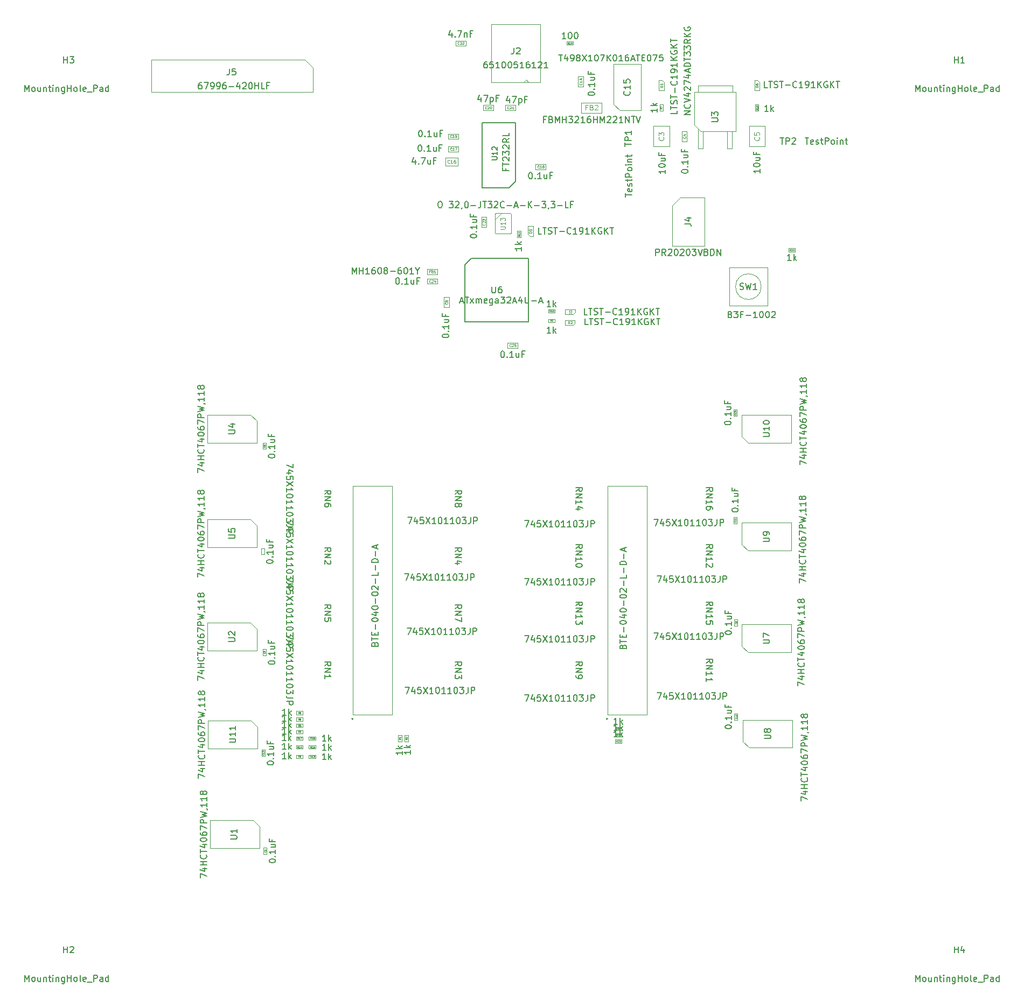
<source format=gbr>
%TF.GenerationSoftware,KiCad,Pcbnew,(6.0.0)*%
%TF.CreationDate,2022-10-06T12:47:50-04:00*%
%TF.ProjectId,ecp5u85-bse-usb_io-tester,65637035-7538-4352-9d62-73652d757362,A*%
%TF.SameCoordinates,Original*%
%TF.FileFunction,AssemblyDrawing,Top*%
%FSLAX46Y46*%
G04 Gerber Fmt 4.6, Leading zero omitted, Abs format (unit mm)*
G04 Created by KiCad (PCBNEW (6.0.0)) date 2022-10-06 12:47:50*
%MOMM*%
%LPD*%
G01*
G04 APERTURE LIST*
%ADD10C,0.150000*%
%ADD11C,0.120000*%
%ADD12C,0.040000*%
%ADD13C,0.060000*%
%ADD14C,0.105000*%
%ADD15C,0.080000*%
%ADD16C,0.100000*%
%ADD17C,0.200000*%
G04 APERTURE END LIST*
D10*
%TO.C,C15*%
X240361904Y-67152380D02*
X240933333Y-67152380D01*
X240647619Y-68152380D02*
X240647619Y-67152380D01*
X241695238Y-67485714D02*
X241695238Y-68152380D01*
X241457142Y-67104761D02*
X241219047Y-67819047D01*
X241838095Y-67819047D01*
X242266666Y-68152380D02*
X242457142Y-68152380D01*
X242552380Y-68104761D01*
X242600000Y-68057142D01*
X242695238Y-67914285D01*
X242742857Y-67723809D01*
X242742857Y-67342857D01*
X242695238Y-67247619D01*
X242647619Y-67200000D01*
X242552380Y-67152380D01*
X242361904Y-67152380D01*
X242266666Y-67200000D01*
X242219047Y-67247619D01*
X242171428Y-67342857D01*
X242171428Y-67580952D01*
X242219047Y-67676190D01*
X242266666Y-67723809D01*
X242361904Y-67771428D01*
X242552380Y-67771428D01*
X242647619Y-67723809D01*
X242695238Y-67676190D01*
X242742857Y-67580952D01*
X243314285Y-67580952D02*
X243219047Y-67533333D01*
X243171428Y-67485714D01*
X243123809Y-67390476D01*
X243123809Y-67342857D01*
X243171428Y-67247619D01*
X243219047Y-67200000D01*
X243314285Y-67152380D01*
X243504761Y-67152380D01*
X243600000Y-67200000D01*
X243647619Y-67247619D01*
X243695238Y-67342857D01*
X243695238Y-67390476D01*
X243647619Y-67485714D01*
X243600000Y-67533333D01*
X243504761Y-67580952D01*
X243314285Y-67580952D01*
X243219047Y-67628571D01*
X243171428Y-67676190D01*
X243123809Y-67771428D01*
X243123809Y-67961904D01*
X243171428Y-68057142D01*
X243219047Y-68104761D01*
X243314285Y-68152380D01*
X243504761Y-68152380D01*
X243600000Y-68104761D01*
X243647619Y-68057142D01*
X243695238Y-67961904D01*
X243695238Y-67771428D01*
X243647619Y-67676190D01*
X243600000Y-67628571D01*
X243504761Y-67580952D01*
X244028571Y-67152380D02*
X244695238Y-68152380D01*
X244695238Y-67152380D02*
X244028571Y-68152380D01*
X245600000Y-68152380D02*
X245028571Y-68152380D01*
X245314285Y-68152380D02*
X245314285Y-67152380D01*
X245219047Y-67295238D01*
X245123809Y-67390476D01*
X245028571Y-67438095D01*
X246219047Y-67152380D02*
X246314285Y-67152380D01*
X246409523Y-67200000D01*
X246457142Y-67247619D01*
X246504761Y-67342857D01*
X246552380Y-67533333D01*
X246552380Y-67771428D01*
X246504761Y-67961904D01*
X246457142Y-68057142D01*
X246409523Y-68104761D01*
X246314285Y-68152380D01*
X246219047Y-68152380D01*
X246123809Y-68104761D01*
X246076190Y-68057142D01*
X246028571Y-67961904D01*
X245980952Y-67771428D01*
X245980952Y-67533333D01*
X246028571Y-67342857D01*
X246076190Y-67247619D01*
X246123809Y-67200000D01*
X246219047Y-67152380D01*
X246885714Y-67152380D02*
X247552380Y-67152380D01*
X247123809Y-68152380D01*
X247933333Y-68152380D02*
X247933333Y-67152380D01*
X248504761Y-68152380D02*
X248076190Y-67580952D01*
X248504761Y-67152380D02*
X247933333Y-67723809D01*
X249123809Y-67152380D02*
X249219047Y-67152380D01*
X249314285Y-67200000D01*
X249361904Y-67247619D01*
X249409523Y-67342857D01*
X249457142Y-67533333D01*
X249457142Y-67771428D01*
X249409523Y-67961904D01*
X249361904Y-68057142D01*
X249314285Y-68104761D01*
X249219047Y-68152380D01*
X249123809Y-68152380D01*
X249028571Y-68104761D01*
X248980952Y-68057142D01*
X248933333Y-67961904D01*
X248885714Y-67771428D01*
X248885714Y-67533333D01*
X248933333Y-67342857D01*
X248980952Y-67247619D01*
X249028571Y-67200000D01*
X249123809Y-67152380D01*
X250409523Y-68152380D02*
X249838095Y-68152380D01*
X250123809Y-68152380D02*
X250123809Y-67152380D01*
X250028571Y-67295238D01*
X249933333Y-67390476D01*
X249838095Y-67438095D01*
X251266666Y-67152380D02*
X251076190Y-67152380D01*
X250980952Y-67200000D01*
X250933333Y-67247619D01*
X250838095Y-67390476D01*
X250790476Y-67580952D01*
X250790476Y-67961904D01*
X250838095Y-68057142D01*
X250885714Y-68104761D01*
X250980952Y-68152380D01*
X251171428Y-68152380D01*
X251266666Y-68104761D01*
X251314285Y-68057142D01*
X251361904Y-67961904D01*
X251361904Y-67723809D01*
X251314285Y-67628571D01*
X251266666Y-67580952D01*
X251171428Y-67533333D01*
X250980952Y-67533333D01*
X250885714Y-67580952D01*
X250838095Y-67628571D01*
X250790476Y-67723809D01*
X251742857Y-67866666D02*
X252219047Y-67866666D01*
X251647619Y-68152380D02*
X251980952Y-67152380D01*
X252314285Y-68152380D01*
X252504761Y-67152380D02*
X253076190Y-67152380D01*
X252790476Y-68152380D02*
X252790476Y-67152380D01*
X253409523Y-67628571D02*
X253742857Y-67628571D01*
X253885714Y-68152380D02*
X253409523Y-68152380D01*
X253409523Y-67152380D01*
X253885714Y-67152380D01*
X254504761Y-67152380D02*
X254600000Y-67152380D01*
X254695238Y-67200000D01*
X254742857Y-67247619D01*
X254790476Y-67342857D01*
X254838095Y-67533333D01*
X254838095Y-67771428D01*
X254790476Y-67961904D01*
X254742857Y-68057142D01*
X254695238Y-68104761D01*
X254600000Y-68152380D01*
X254504761Y-68152380D01*
X254409523Y-68104761D01*
X254361904Y-68057142D01*
X254314285Y-67961904D01*
X254266666Y-67771428D01*
X254266666Y-67533333D01*
X254314285Y-67342857D01*
X254361904Y-67247619D01*
X254409523Y-67200000D01*
X254504761Y-67152380D01*
X255171428Y-67152380D02*
X255838095Y-67152380D01*
X255409523Y-68152380D01*
X256695238Y-67152380D02*
X256219047Y-67152380D01*
X256171428Y-67628571D01*
X256219047Y-67580952D01*
X256314285Y-67533333D01*
X256552380Y-67533333D01*
X256647619Y-67580952D01*
X256695238Y-67628571D01*
X256742857Y-67723809D01*
X256742857Y-67961904D01*
X256695238Y-68057142D01*
X256647619Y-68104761D01*
X256552380Y-68152380D01*
X256314285Y-68152380D01*
X256219047Y-68104761D01*
X256171428Y-68057142D01*
X251457142Y-72942857D02*
X251504761Y-72990476D01*
X251552380Y-73133333D01*
X251552380Y-73228571D01*
X251504761Y-73371428D01*
X251409523Y-73466666D01*
X251314285Y-73514285D01*
X251123809Y-73561904D01*
X250980952Y-73561904D01*
X250790476Y-73514285D01*
X250695238Y-73466666D01*
X250600000Y-73371428D01*
X250552380Y-73228571D01*
X250552380Y-73133333D01*
X250600000Y-72990476D01*
X250647619Y-72942857D01*
X251552380Y-71990476D02*
X251552380Y-72561904D01*
X251552380Y-72276190D02*
X250552380Y-72276190D01*
X250695238Y-72371428D01*
X250790476Y-72466666D01*
X250838095Y-72561904D01*
X250552380Y-71085714D02*
X250552380Y-71561904D01*
X251028571Y-71609523D01*
X250980952Y-71561904D01*
X250933333Y-71466666D01*
X250933333Y-71228571D01*
X250980952Y-71133333D01*
X251028571Y-71085714D01*
X251123809Y-71038095D01*
X251361904Y-71038095D01*
X251457142Y-71085714D01*
X251504761Y-71133333D01*
X251552380Y-71228571D01*
X251552380Y-71466666D01*
X251504761Y-71561904D01*
X251457142Y-71609523D01*
%TO.C,FB2*%
X238285714Y-77328571D02*
X237952380Y-77328571D01*
X237952380Y-77852380D02*
X237952380Y-76852380D01*
X238428571Y-76852380D01*
X239142857Y-77328571D02*
X239285714Y-77376190D01*
X239333333Y-77423809D01*
X239380952Y-77519047D01*
X239380952Y-77661904D01*
X239333333Y-77757142D01*
X239285714Y-77804761D01*
X239190476Y-77852380D01*
X238809523Y-77852380D01*
X238809523Y-76852380D01*
X239142857Y-76852380D01*
X239238095Y-76900000D01*
X239285714Y-76947619D01*
X239333333Y-77042857D01*
X239333333Y-77138095D01*
X239285714Y-77233333D01*
X239238095Y-77280952D01*
X239142857Y-77328571D01*
X238809523Y-77328571D01*
X239809523Y-77852380D02*
X239809523Y-76852380D01*
X240142857Y-77566666D01*
X240476190Y-76852380D01*
X240476190Y-77852380D01*
X240952380Y-77852380D02*
X240952380Y-76852380D01*
X240952380Y-77328571D02*
X241523809Y-77328571D01*
X241523809Y-77852380D02*
X241523809Y-76852380D01*
X241904761Y-76852380D02*
X242523809Y-76852380D01*
X242190476Y-77233333D01*
X242333333Y-77233333D01*
X242428571Y-77280952D01*
X242476190Y-77328571D01*
X242523809Y-77423809D01*
X242523809Y-77661904D01*
X242476190Y-77757142D01*
X242428571Y-77804761D01*
X242333333Y-77852380D01*
X242047619Y-77852380D01*
X241952380Y-77804761D01*
X241904761Y-77757142D01*
X242904761Y-76947619D02*
X242952380Y-76900000D01*
X243047619Y-76852380D01*
X243285714Y-76852380D01*
X243380952Y-76900000D01*
X243428571Y-76947619D01*
X243476190Y-77042857D01*
X243476190Y-77138095D01*
X243428571Y-77280952D01*
X242857142Y-77852380D01*
X243476190Y-77852380D01*
X244428571Y-77852380D02*
X243857142Y-77852380D01*
X244142857Y-77852380D02*
X244142857Y-76852380D01*
X244047619Y-76995238D01*
X243952380Y-77090476D01*
X243857142Y-77138095D01*
X245285714Y-76852380D02*
X245095238Y-76852380D01*
X245000000Y-76900000D01*
X244952380Y-76947619D01*
X244857142Y-77090476D01*
X244809523Y-77280952D01*
X244809523Y-77661904D01*
X244857142Y-77757142D01*
X244904761Y-77804761D01*
X245000000Y-77852380D01*
X245190476Y-77852380D01*
X245285714Y-77804761D01*
X245333333Y-77757142D01*
X245380952Y-77661904D01*
X245380952Y-77423809D01*
X245333333Y-77328571D01*
X245285714Y-77280952D01*
X245190476Y-77233333D01*
X245000000Y-77233333D01*
X244904761Y-77280952D01*
X244857142Y-77328571D01*
X244809523Y-77423809D01*
X245809523Y-77852380D02*
X245809523Y-76852380D01*
X245809523Y-77328571D02*
X246380952Y-77328571D01*
X246380952Y-77852380D02*
X246380952Y-76852380D01*
X246857142Y-77852380D02*
X246857142Y-76852380D01*
X247190476Y-77566666D01*
X247523809Y-76852380D01*
X247523809Y-77852380D01*
X247952380Y-76947619D02*
X248000000Y-76900000D01*
X248095238Y-76852380D01*
X248333333Y-76852380D01*
X248428571Y-76900000D01*
X248476190Y-76947619D01*
X248523809Y-77042857D01*
X248523809Y-77138095D01*
X248476190Y-77280952D01*
X247904761Y-77852380D01*
X248523809Y-77852380D01*
X248904761Y-76947619D02*
X248952380Y-76900000D01*
X249047619Y-76852380D01*
X249285714Y-76852380D01*
X249380952Y-76900000D01*
X249428571Y-76947619D01*
X249476190Y-77042857D01*
X249476190Y-77138095D01*
X249428571Y-77280952D01*
X248857142Y-77852380D01*
X249476190Y-77852380D01*
X250428571Y-77852380D02*
X249857142Y-77852380D01*
X250142857Y-77852380D02*
X250142857Y-76852380D01*
X250047619Y-76995238D01*
X249952380Y-77090476D01*
X249857142Y-77138095D01*
X250857142Y-77852380D02*
X250857142Y-76852380D01*
X251428571Y-77852380D01*
X251428571Y-76852380D01*
X251761904Y-76852380D02*
X252333333Y-76852380D01*
X252047619Y-77852380D02*
X252047619Y-76852380D01*
X252523809Y-76852380D02*
X252857142Y-77852380D01*
X253190476Y-76852380D01*
D11*
X244833333Y-75442857D02*
X244566666Y-75442857D01*
X244566666Y-75861904D02*
X244566666Y-75061904D01*
X244947619Y-75061904D01*
X245519047Y-75442857D02*
X245633333Y-75480952D01*
X245671428Y-75519047D01*
X245709523Y-75595238D01*
X245709523Y-75709523D01*
X245671428Y-75785714D01*
X245633333Y-75823809D01*
X245557142Y-75861904D01*
X245252380Y-75861904D01*
X245252380Y-75061904D01*
X245519047Y-75061904D01*
X245595238Y-75100000D01*
X245633333Y-75138095D01*
X245671428Y-75214285D01*
X245671428Y-75290476D01*
X245633333Y-75366666D01*
X245595238Y-75404761D01*
X245519047Y-75442857D01*
X245252380Y-75442857D01*
X246014285Y-75138095D02*
X246052380Y-75100000D01*
X246128571Y-75061904D01*
X246319047Y-75061904D01*
X246395238Y-75100000D01*
X246433333Y-75138095D01*
X246471428Y-75214285D01*
X246471428Y-75290476D01*
X246433333Y-75404761D01*
X245976190Y-75861904D01*
X246471428Y-75861904D01*
D10*
%TO.C,U6*%
X224847619Y-105966666D02*
X225323809Y-105966666D01*
X224752380Y-106252380D02*
X225085714Y-105252380D01*
X225419047Y-106252380D01*
X225609523Y-105252380D02*
X226180952Y-105252380D01*
X225895238Y-106252380D02*
X225895238Y-105252380D01*
X226419047Y-106252380D02*
X226942857Y-105585714D01*
X226419047Y-105585714D02*
X226942857Y-106252380D01*
X227323809Y-106252380D02*
X227323809Y-105585714D01*
X227323809Y-105680952D02*
X227371428Y-105633333D01*
X227466666Y-105585714D01*
X227609523Y-105585714D01*
X227704761Y-105633333D01*
X227752380Y-105728571D01*
X227752380Y-106252380D01*
X227752380Y-105728571D02*
X227800000Y-105633333D01*
X227895238Y-105585714D01*
X228038095Y-105585714D01*
X228133333Y-105633333D01*
X228180952Y-105728571D01*
X228180952Y-106252380D01*
X229038095Y-106204761D02*
X228942857Y-106252380D01*
X228752380Y-106252380D01*
X228657142Y-106204761D01*
X228609523Y-106109523D01*
X228609523Y-105728571D01*
X228657142Y-105633333D01*
X228752380Y-105585714D01*
X228942857Y-105585714D01*
X229038095Y-105633333D01*
X229085714Y-105728571D01*
X229085714Y-105823809D01*
X228609523Y-105919047D01*
X229942857Y-105585714D02*
X229942857Y-106395238D01*
X229895238Y-106490476D01*
X229847619Y-106538095D01*
X229752380Y-106585714D01*
X229609523Y-106585714D01*
X229514285Y-106538095D01*
X229942857Y-106204761D02*
X229847619Y-106252380D01*
X229657142Y-106252380D01*
X229561904Y-106204761D01*
X229514285Y-106157142D01*
X229466666Y-106061904D01*
X229466666Y-105776190D01*
X229514285Y-105680952D01*
X229561904Y-105633333D01*
X229657142Y-105585714D01*
X229847619Y-105585714D01*
X229942857Y-105633333D01*
X230847619Y-106252380D02*
X230847619Y-105728571D01*
X230800000Y-105633333D01*
X230704761Y-105585714D01*
X230514285Y-105585714D01*
X230419047Y-105633333D01*
X230847619Y-106204761D02*
X230752380Y-106252380D01*
X230514285Y-106252380D01*
X230419047Y-106204761D01*
X230371428Y-106109523D01*
X230371428Y-106014285D01*
X230419047Y-105919047D01*
X230514285Y-105871428D01*
X230752380Y-105871428D01*
X230847619Y-105823809D01*
X231228571Y-105252380D02*
X231847619Y-105252380D01*
X231514285Y-105633333D01*
X231657142Y-105633333D01*
X231752380Y-105680952D01*
X231800000Y-105728571D01*
X231847619Y-105823809D01*
X231847619Y-106061904D01*
X231800000Y-106157142D01*
X231752380Y-106204761D01*
X231657142Y-106252380D01*
X231371428Y-106252380D01*
X231276190Y-106204761D01*
X231228571Y-106157142D01*
X232228571Y-105347619D02*
X232276190Y-105300000D01*
X232371428Y-105252380D01*
X232609523Y-105252380D01*
X232704761Y-105300000D01*
X232752380Y-105347619D01*
X232800000Y-105442857D01*
X232800000Y-105538095D01*
X232752380Y-105680952D01*
X232180952Y-106252380D01*
X232800000Y-106252380D01*
X233180952Y-105966666D02*
X233657142Y-105966666D01*
X233085714Y-106252380D02*
X233419047Y-105252380D01*
X233752380Y-106252380D01*
X234514285Y-105585714D02*
X234514285Y-106252380D01*
X234276190Y-105204761D02*
X234038095Y-105919047D01*
X234657142Y-105919047D01*
X235038095Y-105252380D02*
X235038095Y-106061904D01*
X235085714Y-106157142D01*
X235133333Y-106204761D01*
X235228571Y-106252380D01*
X235419047Y-106252380D01*
X235514285Y-106204761D01*
X235561904Y-106157142D01*
X235609523Y-106061904D01*
X235609523Y-105252380D01*
X236085714Y-105871428D02*
X236847619Y-105871428D01*
X237276190Y-105966666D02*
X237752380Y-105966666D01*
X237180952Y-106252380D02*
X237514285Y-105252380D01*
X237847619Y-106252380D01*
X229838095Y-103652380D02*
X229838095Y-104461904D01*
X229885714Y-104557142D01*
X229933333Y-104604761D01*
X230028571Y-104652380D01*
X230219047Y-104652380D01*
X230314285Y-104604761D01*
X230361904Y-104557142D01*
X230409523Y-104461904D01*
X230409523Y-103652380D01*
X231314285Y-103652380D02*
X231123809Y-103652380D01*
X231028571Y-103700000D01*
X230980952Y-103747619D01*
X230885714Y-103890476D01*
X230838095Y-104080952D01*
X230838095Y-104461904D01*
X230885714Y-104557142D01*
X230933333Y-104604761D01*
X231028571Y-104652380D01*
X231219047Y-104652380D01*
X231314285Y-104604761D01*
X231361904Y-104557142D01*
X231409523Y-104461904D01*
X231409523Y-104223809D01*
X231361904Y-104128571D01*
X231314285Y-104080952D01*
X231219047Y-104033333D01*
X231028571Y-104033333D01*
X230933333Y-104080952D01*
X230885714Y-104128571D01*
X230838095Y-104223809D01*
%TO.C,C6*%
X194712380Y-130342857D02*
X194712380Y-130247619D01*
X194760000Y-130152380D01*
X194807619Y-130104761D01*
X194902857Y-130057142D01*
X195093333Y-130009523D01*
X195331428Y-130009523D01*
X195521904Y-130057142D01*
X195617142Y-130104761D01*
X195664761Y-130152380D01*
X195712380Y-130247619D01*
X195712380Y-130342857D01*
X195664761Y-130438095D01*
X195617142Y-130485714D01*
X195521904Y-130533333D01*
X195331428Y-130580952D01*
X195093333Y-130580952D01*
X194902857Y-130533333D01*
X194807619Y-130485714D01*
X194760000Y-130438095D01*
X194712380Y-130342857D01*
X195617142Y-129580952D02*
X195664761Y-129533333D01*
X195712380Y-129580952D01*
X195664761Y-129628571D01*
X195617142Y-129580952D01*
X195712380Y-129580952D01*
X195712380Y-128580952D02*
X195712380Y-129152380D01*
X195712380Y-128866666D02*
X194712380Y-128866666D01*
X194855238Y-128961904D01*
X194950476Y-129057142D01*
X194998095Y-129152380D01*
X195045714Y-127723809D02*
X195712380Y-127723809D01*
X195045714Y-128152380D02*
X195569523Y-128152380D01*
X195664761Y-128104761D01*
X195712380Y-128009523D01*
X195712380Y-127866666D01*
X195664761Y-127771428D01*
X195617142Y-127723809D01*
X195188571Y-126914285D02*
X195188571Y-127247619D01*
X195712380Y-127247619D02*
X194712380Y-127247619D01*
X194712380Y-126771428D01*
D12*
X194189285Y-128741666D02*
X194201190Y-128753571D01*
X194213095Y-128789285D01*
X194213095Y-128813095D01*
X194201190Y-128848809D01*
X194177380Y-128872619D01*
X194153571Y-128884523D01*
X194105952Y-128896428D01*
X194070238Y-128896428D01*
X194022619Y-128884523D01*
X193998809Y-128872619D01*
X193975000Y-128848809D01*
X193963095Y-128813095D01*
X193963095Y-128789285D01*
X193975000Y-128753571D01*
X193986904Y-128741666D01*
X193963095Y-128527380D02*
X193963095Y-128575000D01*
X193975000Y-128598809D01*
X193986904Y-128610714D01*
X194022619Y-128634523D01*
X194070238Y-128646428D01*
X194165476Y-128646428D01*
X194189285Y-128634523D01*
X194201190Y-128622619D01*
X194213095Y-128598809D01*
X194213095Y-128551190D01*
X194201190Y-128527380D01*
X194189285Y-128515476D01*
X194165476Y-128503571D01*
X194105952Y-128503571D01*
X194082142Y-128515476D01*
X194070238Y-128527380D01*
X194058333Y-128551190D01*
X194058333Y-128598809D01*
X194070238Y-128622619D01*
X194082142Y-128634523D01*
X194105952Y-128646428D01*
D10*
%TO.C,D1*%
X258952380Y-75957142D02*
X258952380Y-76433333D01*
X257952380Y-76433333D01*
X257952380Y-75766666D02*
X257952380Y-75195238D01*
X258952380Y-75480952D02*
X257952380Y-75480952D01*
X258904761Y-74909523D02*
X258952380Y-74766666D01*
X258952380Y-74528571D01*
X258904761Y-74433333D01*
X258857142Y-74385714D01*
X258761904Y-74338095D01*
X258666666Y-74338095D01*
X258571428Y-74385714D01*
X258523809Y-74433333D01*
X258476190Y-74528571D01*
X258428571Y-74719047D01*
X258380952Y-74814285D01*
X258333333Y-74861904D01*
X258238095Y-74909523D01*
X258142857Y-74909523D01*
X258047619Y-74861904D01*
X258000000Y-74814285D01*
X257952380Y-74719047D01*
X257952380Y-74480952D01*
X258000000Y-74338095D01*
X257952380Y-74052380D02*
X257952380Y-73480952D01*
X258952380Y-73766666D02*
X257952380Y-73766666D01*
X258571428Y-73147619D02*
X258571428Y-72385714D01*
X258857142Y-71338095D02*
X258904761Y-71385714D01*
X258952380Y-71528571D01*
X258952380Y-71623809D01*
X258904761Y-71766666D01*
X258809523Y-71861904D01*
X258714285Y-71909523D01*
X258523809Y-71957142D01*
X258380952Y-71957142D01*
X258190476Y-71909523D01*
X258095238Y-71861904D01*
X258000000Y-71766666D01*
X257952380Y-71623809D01*
X257952380Y-71528571D01*
X258000000Y-71385714D01*
X258047619Y-71338095D01*
X258952380Y-70385714D02*
X258952380Y-70957142D01*
X258952380Y-70671428D02*
X257952380Y-70671428D01*
X258095238Y-70766666D01*
X258190476Y-70861904D01*
X258238095Y-70957142D01*
X258952380Y-69909523D02*
X258952380Y-69719047D01*
X258904761Y-69623809D01*
X258857142Y-69576190D01*
X258714285Y-69480952D01*
X258523809Y-69433333D01*
X258142857Y-69433333D01*
X258047619Y-69480952D01*
X258000000Y-69528571D01*
X257952380Y-69623809D01*
X257952380Y-69814285D01*
X258000000Y-69909523D01*
X258047619Y-69957142D01*
X258142857Y-70004761D01*
X258380952Y-70004761D01*
X258476190Y-69957142D01*
X258523809Y-69909523D01*
X258571428Y-69814285D01*
X258571428Y-69623809D01*
X258523809Y-69528571D01*
X258476190Y-69480952D01*
X258380952Y-69433333D01*
X258952380Y-68480952D02*
X258952380Y-69052380D01*
X258952380Y-68766666D02*
X257952380Y-68766666D01*
X258095238Y-68861904D01*
X258190476Y-68957142D01*
X258238095Y-69052380D01*
X258952380Y-68052380D02*
X257952380Y-68052380D01*
X258952380Y-67480952D02*
X258380952Y-67909523D01*
X257952380Y-67480952D02*
X258523809Y-68052380D01*
X258000000Y-66528571D02*
X257952380Y-66623809D01*
X257952380Y-66766666D01*
X258000000Y-66909523D01*
X258095238Y-67004761D01*
X258190476Y-67052380D01*
X258380952Y-67100000D01*
X258523809Y-67100000D01*
X258714285Y-67052380D01*
X258809523Y-67004761D01*
X258904761Y-66909523D01*
X258952380Y-66766666D01*
X258952380Y-66671428D01*
X258904761Y-66528571D01*
X258857142Y-66480952D01*
X258523809Y-66480952D01*
X258523809Y-66671428D01*
X258952380Y-66052380D02*
X257952380Y-66052380D01*
X258952380Y-65480952D02*
X258380952Y-65909523D01*
X257952380Y-65480952D02*
X258523809Y-66052380D01*
X257952380Y-65195238D02*
X257952380Y-64623809D01*
X258952380Y-64909523D02*
X257952380Y-64909523D01*
D13*
X256680952Y-72295238D02*
X256280952Y-72295238D01*
X256280952Y-72200000D01*
X256300000Y-72142857D01*
X256338095Y-72104761D01*
X256376190Y-72085714D01*
X256452380Y-72066666D01*
X256509523Y-72066666D01*
X256585714Y-72085714D01*
X256623809Y-72104761D01*
X256661904Y-72142857D01*
X256680952Y-72200000D01*
X256680952Y-72295238D01*
X256680952Y-71685714D02*
X256680952Y-71914285D01*
X256680952Y-71800000D02*
X256280952Y-71800000D01*
X256338095Y-71838095D01*
X256376190Y-71876190D01*
X256395238Y-71914285D01*
D10*
%TO.C,U5*%
X183602380Y-149357142D02*
X183602380Y-148690476D01*
X184602380Y-149119047D01*
X183935714Y-147880952D02*
X184602380Y-147880952D01*
X183554761Y-148119047D02*
X184269047Y-148357142D01*
X184269047Y-147738095D01*
X184602380Y-147357142D02*
X183602380Y-147357142D01*
X184078571Y-147357142D02*
X184078571Y-146785714D01*
X184602380Y-146785714D02*
X183602380Y-146785714D01*
X184507142Y-145738095D02*
X184554761Y-145785714D01*
X184602380Y-145928571D01*
X184602380Y-146023809D01*
X184554761Y-146166666D01*
X184459523Y-146261904D01*
X184364285Y-146309523D01*
X184173809Y-146357142D01*
X184030952Y-146357142D01*
X183840476Y-146309523D01*
X183745238Y-146261904D01*
X183650000Y-146166666D01*
X183602380Y-146023809D01*
X183602380Y-145928571D01*
X183650000Y-145785714D01*
X183697619Y-145738095D01*
X183602380Y-145452380D02*
X183602380Y-144880952D01*
X184602380Y-145166666D02*
X183602380Y-145166666D01*
X183935714Y-144119047D02*
X184602380Y-144119047D01*
X183554761Y-144357142D02*
X184269047Y-144595238D01*
X184269047Y-143976190D01*
X183602380Y-143404761D02*
X183602380Y-143309523D01*
X183650000Y-143214285D01*
X183697619Y-143166666D01*
X183792857Y-143119047D01*
X183983333Y-143071428D01*
X184221428Y-143071428D01*
X184411904Y-143119047D01*
X184507142Y-143166666D01*
X184554761Y-143214285D01*
X184602380Y-143309523D01*
X184602380Y-143404761D01*
X184554761Y-143500000D01*
X184507142Y-143547619D01*
X184411904Y-143595238D01*
X184221428Y-143642857D01*
X183983333Y-143642857D01*
X183792857Y-143595238D01*
X183697619Y-143547619D01*
X183650000Y-143500000D01*
X183602380Y-143404761D01*
X183602380Y-142214285D02*
X183602380Y-142404761D01*
X183650000Y-142500000D01*
X183697619Y-142547619D01*
X183840476Y-142642857D01*
X184030952Y-142690476D01*
X184411904Y-142690476D01*
X184507142Y-142642857D01*
X184554761Y-142595238D01*
X184602380Y-142500000D01*
X184602380Y-142309523D01*
X184554761Y-142214285D01*
X184507142Y-142166666D01*
X184411904Y-142119047D01*
X184173809Y-142119047D01*
X184078571Y-142166666D01*
X184030952Y-142214285D01*
X183983333Y-142309523D01*
X183983333Y-142500000D01*
X184030952Y-142595238D01*
X184078571Y-142642857D01*
X184173809Y-142690476D01*
X183602380Y-141785714D02*
X183602380Y-141119047D01*
X184602380Y-141547619D01*
X184602380Y-140738095D02*
X183602380Y-140738095D01*
X183602380Y-140357142D01*
X183650000Y-140261904D01*
X183697619Y-140214285D01*
X183792857Y-140166666D01*
X183935714Y-140166666D01*
X184030952Y-140214285D01*
X184078571Y-140261904D01*
X184126190Y-140357142D01*
X184126190Y-140738095D01*
X183602380Y-139833333D02*
X184602380Y-139595238D01*
X183888095Y-139404761D01*
X184602380Y-139214285D01*
X183602380Y-138976190D01*
X184554761Y-138547619D02*
X184602380Y-138547619D01*
X184697619Y-138595238D01*
X184745238Y-138642857D01*
X184602380Y-137595238D02*
X184602380Y-138166666D01*
X184602380Y-137880952D02*
X183602380Y-137880952D01*
X183745238Y-137976190D01*
X183840476Y-138071428D01*
X183888095Y-138166666D01*
X184602380Y-136642857D02*
X184602380Y-137214285D01*
X184602380Y-136928571D02*
X183602380Y-136928571D01*
X183745238Y-137023809D01*
X183840476Y-137119047D01*
X183888095Y-137214285D01*
X184030952Y-136071428D02*
X183983333Y-136166666D01*
X183935714Y-136214285D01*
X183840476Y-136261904D01*
X183792857Y-136261904D01*
X183697619Y-136214285D01*
X183650000Y-136166666D01*
X183602380Y-136071428D01*
X183602380Y-135880952D01*
X183650000Y-135785714D01*
X183697619Y-135738095D01*
X183792857Y-135690476D01*
X183840476Y-135690476D01*
X183935714Y-135738095D01*
X183983333Y-135785714D01*
X184030952Y-135880952D01*
X184030952Y-136071428D01*
X184078571Y-136166666D01*
X184126190Y-136214285D01*
X184221428Y-136261904D01*
X184411904Y-136261904D01*
X184507142Y-136214285D01*
X184554761Y-136166666D01*
X184602380Y-136071428D01*
X184602380Y-135880952D01*
X184554761Y-135785714D01*
X184507142Y-135738095D01*
X184411904Y-135690476D01*
X184221428Y-135690476D01*
X184126190Y-135738095D01*
X184078571Y-135785714D01*
X184030952Y-135880952D01*
X188452380Y-143261904D02*
X189261904Y-143261904D01*
X189357142Y-143214285D01*
X189404761Y-143166666D01*
X189452380Y-143071428D01*
X189452380Y-142880952D01*
X189404761Y-142785714D01*
X189357142Y-142738095D01*
X189261904Y-142690476D01*
X188452380Y-142690476D01*
X188452380Y-141738095D02*
X188452380Y-142214285D01*
X188928571Y-142261904D01*
X188880952Y-142214285D01*
X188833333Y-142119047D01*
X188833333Y-141880952D01*
X188880952Y-141785714D01*
X188928571Y-141738095D01*
X189023809Y-141690476D01*
X189261904Y-141690476D01*
X189357142Y-141738095D01*
X189404761Y-141785714D01*
X189452380Y-141880952D01*
X189452380Y-142119047D01*
X189404761Y-142214285D01*
X189357142Y-142261904D01*
%TO.C,R2*%
X217052380Y-176619047D02*
X217052380Y-177190476D01*
X217052380Y-176904761D02*
X216052380Y-176904761D01*
X216195238Y-177000000D01*
X216290476Y-177095238D01*
X216338095Y-177190476D01*
X217052380Y-176190476D02*
X216052380Y-176190476D01*
X216671428Y-176095238D02*
X217052380Y-175809523D01*
X216385714Y-175809523D02*
X216766666Y-176190476D01*
D12*
X216517619Y-174743333D02*
X216393809Y-174830000D01*
X216517619Y-174891904D02*
X216257619Y-174891904D01*
X216257619Y-174792857D01*
X216270000Y-174768095D01*
X216282380Y-174755714D01*
X216307142Y-174743333D01*
X216344285Y-174743333D01*
X216369047Y-174755714D01*
X216381428Y-174768095D01*
X216393809Y-174792857D01*
X216393809Y-174891904D01*
X216282380Y-174644285D02*
X216270000Y-174631904D01*
X216257619Y-174607142D01*
X216257619Y-174545238D01*
X216270000Y-174520476D01*
X216282380Y-174508095D01*
X216307142Y-174495714D01*
X216331904Y-174495714D01*
X216369047Y-174508095D01*
X216517619Y-174656666D01*
X216517619Y-174495714D01*
D10*
%TO.C,RN11*%
X255800000Y-167552380D02*
X256466666Y-167552380D01*
X256038095Y-168552380D01*
X257276190Y-167885714D02*
X257276190Y-168552380D01*
X257038095Y-167504761D02*
X256800000Y-168219047D01*
X257419047Y-168219047D01*
X258276190Y-167552380D02*
X257800000Y-167552380D01*
X257752380Y-168028571D01*
X257800000Y-167980952D01*
X257895238Y-167933333D01*
X258133333Y-167933333D01*
X258228571Y-167980952D01*
X258276190Y-168028571D01*
X258323809Y-168123809D01*
X258323809Y-168361904D01*
X258276190Y-168457142D01*
X258228571Y-168504761D01*
X258133333Y-168552380D01*
X257895238Y-168552380D01*
X257800000Y-168504761D01*
X257752380Y-168457142D01*
X258657142Y-167552380D02*
X259323809Y-168552380D01*
X259323809Y-167552380D02*
X258657142Y-168552380D01*
X260228571Y-168552380D02*
X259657142Y-168552380D01*
X259942857Y-168552380D02*
X259942857Y-167552380D01*
X259847619Y-167695238D01*
X259752380Y-167790476D01*
X259657142Y-167838095D01*
X260847619Y-167552380D02*
X260942857Y-167552380D01*
X261038095Y-167600000D01*
X261085714Y-167647619D01*
X261133333Y-167742857D01*
X261180952Y-167933333D01*
X261180952Y-168171428D01*
X261133333Y-168361904D01*
X261085714Y-168457142D01*
X261038095Y-168504761D01*
X260942857Y-168552380D01*
X260847619Y-168552380D01*
X260752380Y-168504761D01*
X260704761Y-168457142D01*
X260657142Y-168361904D01*
X260609523Y-168171428D01*
X260609523Y-167933333D01*
X260657142Y-167742857D01*
X260704761Y-167647619D01*
X260752380Y-167600000D01*
X260847619Y-167552380D01*
X262133333Y-168552380D02*
X261561904Y-168552380D01*
X261847619Y-168552380D02*
X261847619Y-167552380D01*
X261752380Y-167695238D01*
X261657142Y-167790476D01*
X261561904Y-167838095D01*
X263085714Y-168552380D02*
X262514285Y-168552380D01*
X262800000Y-168552380D02*
X262800000Y-167552380D01*
X262704761Y-167695238D01*
X262609523Y-167790476D01*
X262514285Y-167838095D01*
X263704761Y-167552380D02*
X263800000Y-167552380D01*
X263895238Y-167600000D01*
X263942857Y-167647619D01*
X263990476Y-167742857D01*
X264038095Y-167933333D01*
X264038095Y-168171428D01*
X263990476Y-168361904D01*
X263942857Y-168457142D01*
X263895238Y-168504761D01*
X263800000Y-168552380D01*
X263704761Y-168552380D01*
X263609523Y-168504761D01*
X263561904Y-168457142D01*
X263514285Y-168361904D01*
X263466666Y-168171428D01*
X263466666Y-167933333D01*
X263514285Y-167742857D01*
X263561904Y-167647619D01*
X263609523Y-167600000D01*
X263704761Y-167552380D01*
X264371428Y-167552380D02*
X264990476Y-167552380D01*
X264657142Y-167933333D01*
X264800000Y-167933333D01*
X264895238Y-167980952D01*
X264942857Y-168028571D01*
X264990476Y-168123809D01*
X264990476Y-168361904D01*
X264942857Y-168457142D01*
X264895238Y-168504761D01*
X264800000Y-168552380D01*
X264514285Y-168552380D01*
X264419047Y-168504761D01*
X264371428Y-168457142D01*
X265704761Y-167552380D02*
X265704761Y-168266666D01*
X265657142Y-168409523D01*
X265561904Y-168504761D01*
X265419047Y-168552380D01*
X265323809Y-168552380D01*
X266180952Y-168552380D02*
X266180952Y-167552380D01*
X266561904Y-167552380D01*
X266657142Y-167600000D01*
X266704761Y-167647619D01*
X266752380Y-167742857D01*
X266752380Y-167885714D01*
X266704761Y-167980952D01*
X266657142Y-168028571D01*
X266561904Y-168076190D01*
X266180952Y-168076190D01*
X263547619Y-162833333D02*
X264023809Y-162500000D01*
X263547619Y-162261904D02*
X264547619Y-162261904D01*
X264547619Y-162642857D01*
X264500000Y-162738095D01*
X264452380Y-162785714D01*
X264357142Y-162833333D01*
X264214285Y-162833333D01*
X264119047Y-162785714D01*
X264071428Y-162738095D01*
X264023809Y-162642857D01*
X264023809Y-162261904D01*
X263547619Y-163261904D02*
X264547619Y-163261904D01*
X263547619Y-163833333D01*
X264547619Y-163833333D01*
X263547619Y-164833333D02*
X263547619Y-164261904D01*
X263547619Y-164547619D02*
X264547619Y-164547619D01*
X264404761Y-164452380D01*
X264309523Y-164357142D01*
X264261904Y-164261904D01*
X263547619Y-165785714D02*
X263547619Y-165214285D01*
X263547619Y-165500000D02*
X264547619Y-165500000D01*
X264404761Y-165404761D01*
X264309523Y-165309523D01*
X264261904Y-165214285D01*
%TO.C,SW1*%
X267292857Y-108028571D02*
X267435714Y-108076190D01*
X267483333Y-108123809D01*
X267530952Y-108219047D01*
X267530952Y-108361904D01*
X267483333Y-108457142D01*
X267435714Y-108504761D01*
X267340476Y-108552380D01*
X266959523Y-108552380D01*
X266959523Y-107552380D01*
X267292857Y-107552380D01*
X267388095Y-107600000D01*
X267435714Y-107647619D01*
X267483333Y-107742857D01*
X267483333Y-107838095D01*
X267435714Y-107933333D01*
X267388095Y-107980952D01*
X267292857Y-108028571D01*
X266959523Y-108028571D01*
X267864285Y-107552380D02*
X268483333Y-107552380D01*
X268150000Y-107933333D01*
X268292857Y-107933333D01*
X268388095Y-107980952D01*
X268435714Y-108028571D01*
X268483333Y-108123809D01*
X268483333Y-108361904D01*
X268435714Y-108457142D01*
X268388095Y-108504761D01*
X268292857Y-108552380D01*
X268007142Y-108552380D01*
X267911904Y-108504761D01*
X267864285Y-108457142D01*
X269245238Y-108028571D02*
X268911904Y-108028571D01*
X268911904Y-108552380D02*
X268911904Y-107552380D01*
X269388095Y-107552380D01*
X269769047Y-108171428D02*
X270530952Y-108171428D01*
X271530952Y-108552380D02*
X270959523Y-108552380D01*
X271245238Y-108552380D02*
X271245238Y-107552380D01*
X271150000Y-107695238D01*
X271054761Y-107790476D01*
X270959523Y-107838095D01*
X272150000Y-107552380D02*
X272245238Y-107552380D01*
X272340476Y-107600000D01*
X272388095Y-107647619D01*
X272435714Y-107742857D01*
X272483333Y-107933333D01*
X272483333Y-108171428D01*
X272435714Y-108361904D01*
X272388095Y-108457142D01*
X272340476Y-108504761D01*
X272245238Y-108552380D01*
X272150000Y-108552380D01*
X272054761Y-108504761D01*
X272007142Y-108457142D01*
X271959523Y-108361904D01*
X271911904Y-108171428D01*
X271911904Y-107933333D01*
X271959523Y-107742857D01*
X272007142Y-107647619D01*
X272054761Y-107600000D01*
X272150000Y-107552380D01*
X273102380Y-107552380D02*
X273197619Y-107552380D01*
X273292857Y-107600000D01*
X273340476Y-107647619D01*
X273388095Y-107742857D01*
X273435714Y-107933333D01*
X273435714Y-108171428D01*
X273388095Y-108361904D01*
X273340476Y-108457142D01*
X273292857Y-108504761D01*
X273197619Y-108552380D01*
X273102380Y-108552380D01*
X273007142Y-108504761D01*
X272959523Y-108457142D01*
X272911904Y-108361904D01*
X272864285Y-108171428D01*
X272864285Y-107933333D01*
X272911904Y-107742857D01*
X272959523Y-107647619D01*
X273007142Y-107600000D01*
X273102380Y-107552380D01*
X273816666Y-107647619D02*
X273864285Y-107600000D01*
X273959523Y-107552380D01*
X274197619Y-107552380D01*
X274292857Y-107600000D01*
X274340476Y-107647619D01*
X274388095Y-107742857D01*
X274388095Y-107838095D01*
X274340476Y-107980952D01*
X273769047Y-108552380D01*
X274388095Y-108552380D01*
X268816666Y-104054761D02*
X268959523Y-104102380D01*
X269197619Y-104102380D01*
X269292857Y-104054761D01*
X269340476Y-104007142D01*
X269388095Y-103911904D01*
X269388095Y-103816666D01*
X269340476Y-103721428D01*
X269292857Y-103673809D01*
X269197619Y-103626190D01*
X269007142Y-103578571D01*
X268911904Y-103530952D01*
X268864285Y-103483333D01*
X268816666Y-103388095D01*
X268816666Y-103292857D01*
X268864285Y-103197619D01*
X268911904Y-103150000D01*
X269007142Y-103102380D01*
X269245238Y-103102380D01*
X269388095Y-103150000D01*
X269721428Y-103102380D02*
X269959523Y-104102380D01*
X270150000Y-103388095D01*
X270340476Y-104102380D01*
X270578571Y-103102380D01*
X271483333Y-104102380D02*
X270911904Y-104102380D01*
X271197619Y-104102380D02*
X271197619Y-103102380D01*
X271102380Y-103245238D01*
X271007142Y-103340476D01*
X270911904Y-103388095D01*
%TO.C,R5*%
X197480952Y-172052380D02*
X196909523Y-172052380D01*
X197195238Y-172052380D02*
X197195238Y-171052380D01*
X197100000Y-171195238D01*
X197004761Y-171290476D01*
X196909523Y-171338095D01*
X197909523Y-172052380D02*
X197909523Y-171052380D01*
X198004761Y-171671428D02*
X198290476Y-172052380D01*
X198290476Y-171385714D02*
X197909523Y-171766666D01*
D12*
X199556666Y-171817619D02*
X199470000Y-171693809D01*
X199408095Y-171817619D02*
X199408095Y-171557619D01*
X199507142Y-171557619D01*
X199531904Y-171570000D01*
X199544285Y-171582380D01*
X199556666Y-171607142D01*
X199556666Y-171644285D01*
X199544285Y-171669047D01*
X199531904Y-171681428D01*
X199507142Y-171693809D01*
X199408095Y-171693809D01*
X199791904Y-171557619D02*
X199668095Y-171557619D01*
X199655714Y-171681428D01*
X199668095Y-171669047D01*
X199692857Y-171656666D01*
X199754761Y-171656666D01*
X199779523Y-171669047D01*
X199791904Y-171681428D01*
X199804285Y-171706190D01*
X199804285Y-171768095D01*
X199791904Y-171792857D01*
X199779523Y-171805238D01*
X199754761Y-171817619D01*
X199692857Y-171817619D01*
X199668095Y-171805238D01*
X199655714Y-171792857D01*
D10*
%TO.C,J5*%
X184180952Y-71552380D02*
X183990476Y-71552380D01*
X183895238Y-71600000D01*
X183847619Y-71647619D01*
X183752380Y-71790476D01*
X183704761Y-71980952D01*
X183704761Y-72361904D01*
X183752380Y-72457142D01*
X183800000Y-72504761D01*
X183895238Y-72552380D01*
X184085714Y-72552380D01*
X184180952Y-72504761D01*
X184228571Y-72457142D01*
X184276190Y-72361904D01*
X184276190Y-72123809D01*
X184228571Y-72028571D01*
X184180952Y-71980952D01*
X184085714Y-71933333D01*
X183895238Y-71933333D01*
X183800000Y-71980952D01*
X183752380Y-72028571D01*
X183704761Y-72123809D01*
X184609523Y-71552380D02*
X185276190Y-71552380D01*
X184847619Y-72552380D01*
X185704761Y-72552380D02*
X185895238Y-72552380D01*
X185990476Y-72504761D01*
X186038095Y-72457142D01*
X186133333Y-72314285D01*
X186180952Y-72123809D01*
X186180952Y-71742857D01*
X186133333Y-71647619D01*
X186085714Y-71600000D01*
X185990476Y-71552380D01*
X185800000Y-71552380D01*
X185704761Y-71600000D01*
X185657142Y-71647619D01*
X185609523Y-71742857D01*
X185609523Y-71980952D01*
X185657142Y-72076190D01*
X185704761Y-72123809D01*
X185800000Y-72171428D01*
X185990476Y-72171428D01*
X186085714Y-72123809D01*
X186133333Y-72076190D01*
X186180952Y-71980952D01*
X186657142Y-72552380D02*
X186847619Y-72552380D01*
X186942857Y-72504761D01*
X186990476Y-72457142D01*
X187085714Y-72314285D01*
X187133333Y-72123809D01*
X187133333Y-71742857D01*
X187085714Y-71647619D01*
X187038095Y-71600000D01*
X186942857Y-71552380D01*
X186752380Y-71552380D01*
X186657142Y-71600000D01*
X186609523Y-71647619D01*
X186561904Y-71742857D01*
X186561904Y-71980952D01*
X186609523Y-72076190D01*
X186657142Y-72123809D01*
X186752380Y-72171428D01*
X186942857Y-72171428D01*
X187038095Y-72123809D01*
X187085714Y-72076190D01*
X187133333Y-71980952D01*
X187990476Y-71552380D02*
X187800000Y-71552380D01*
X187704761Y-71600000D01*
X187657142Y-71647619D01*
X187561904Y-71790476D01*
X187514285Y-71980952D01*
X187514285Y-72361904D01*
X187561904Y-72457142D01*
X187609523Y-72504761D01*
X187704761Y-72552380D01*
X187895238Y-72552380D01*
X187990476Y-72504761D01*
X188038095Y-72457142D01*
X188085714Y-72361904D01*
X188085714Y-72123809D01*
X188038095Y-72028571D01*
X187990476Y-71980952D01*
X187895238Y-71933333D01*
X187704761Y-71933333D01*
X187609523Y-71980952D01*
X187561904Y-72028571D01*
X187514285Y-72123809D01*
X188514285Y-72171428D02*
X189276190Y-72171428D01*
X190180952Y-71885714D02*
X190180952Y-72552380D01*
X189942857Y-71504761D02*
X189704761Y-72219047D01*
X190323809Y-72219047D01*
X190657142Y-71647619D02*
X190704761Y-71600000D01*
X190800000Y-71552380D01*
X191038095Y-71552380D01*
X191133333Y-71600000D01*
X191180952Y-71647619D01*
X191228571Y-71742857D01*
X191228571Y-71838095D01*
X191180952Y-71980952D01*
X190609523Y-72552380D01*
X191228571Y-72552380D01*
X191847619Y-71552380D02*
X191942857Y-71552380D01*
X192038095Y-71600000D01*
X192085714Y-71647619D01*
X192133333Y-71742857D01*
X192180952Y-71933333D01*
X192180952Y-72171428D01*
X192133333Y-72361904D01*
X192085714Y-72457142D01*
X192038095Y-72504761D01*
X191942857Y-72552380D01*
X191847619Y-72552380D01*
X191752380Y-72504761D01*
X191704761Y-72457142D01*
X191657142Y-72361904D01*
X191609523Y-72171428D01*
X191609523Y-71933333D01*
X191657142Y-71742857D01*
X191704761Y-71647619D01*
X191752380Y-71600000D01*
X191847619Y-71552380D01*
X192609523Y-72552380D02*
X192609523Y-71552380D01*
X192609523Y-72028571D02*
X193180952Y-72028571D01*
X193180952Y-72552380D02*
X193180952Y-71552380D01*
X194133333Y-72552380D02*
X193657142Y-72552380D01*
X193657142Y-71552380D01*
X194800000Y-72028571D02*
X194466666Y-72028571D01*
X194466666Y-72552380D02*
X194466666Y-71552380D01*
X194942857Y-71552380D01*
X188566666Y-69352380D02*
X188566666Y-70066666D01*
X188519047Y-70209523D01*
X188423809Y-70304761D01*
X188280952Y-70352380D01*
X188185714Y-70352380D01*
X189519047Y-69352380D02*
X189042857Y-69352380D01*
X188995238Y-69828571D01*
X189042857Y-69780952D01*
X189138095Y-69733333D01*
X189376190Y-69733333D01*
X189471428Y-69780952D01*
X189519047Y-69828571D01*
X189566666Y-69923809D01*
X189566666Y-70161904D01*
X189519047Y-70257142D01*
X189471428Y-70304761D01*
X189376190Y-70352380D01*
X189138095Y-70352380D01*
X189042857Y-70304761D01*
X188995238Y-70257142D01*
%TO.C,R17*%
X197470952Y-175052380D02*
X196899523Y-175052380D01*
X197185238Y-175052380D02*
X197185238Y-174052380D01*
X197090000Y-174195238D01*
X196994761Y-174290476D01*
X196899523Y-174338095D01*
X197899523Y-175052380D02*
X197899523Y-174052380D01*
X197994761Y-174671428D02*
X198280476Y-175052380D01*
X198280476Y-174385714D02*
X197899523Y-174766666D01*
D12*
X199422857Y-174817619D02*
X199336190Y-174693809D01*
X199274285Y-174817619D02*
X199274285Y-174557619D01*
X199373333Y-174557619D01*
X199398095Y-174570000D01*
X199410476Y-174582380D01*
X199422857Y-174607142D01*
X199422857Y-174644285D01*
X199410476Y-174669047D01*
X199398095Y-174681428D01*
X199373333Y-174693809D01*
X199274285Y-174693809D01*
X199670476Y-174817619D02*
X199521904Y-174817619D01*
X199596190Y-174817619D02*
X199596190Y-174557619D01*
X199571428Y-174594761D01*
X199546666Y-174619523D01*
X199521904Y-174631904D01*
X199757142Y-174557619D02*
X199930476Y-174557619D01*
X199819047Y-174817619D01*
D10*
%TO.C,R19*%
X241443333Y-64632380D02*
X240871904Y-64632380D01*
X241157619Y-64632380D02*
X241157619Y-63632380D01*
X241062380Y-63775238D01*
X240967142Y-63870476D01*
X240871904Y-63918095D01*
X242062380Y-63632380D02*
X242157619Y-63632380D01*
X242252857Y-63680000D01*
X242300476Y-63727619D01*
X242348095Y-63822857D01*
X242395714Y-64013333D01*
X242395714Y-64251428D01*
X242348095Y-64441904D01*
X242300476Y-64537142D01*
X242252857Y-64584761D01*
X242157619Y-64632380D01*
X242062380Y-64632380D01*
X241967142Y-64584761D01*
X241919523Y-64537142D01*
X241871904Y-64441904D01*
X241824285Y-64251428D01*
X241824285Y-64013333D01*
X241871904Y-63822857D01*
X241919523Y-63727619D01*
X241967142Y-63680000D01*
X242062380Y-63632380D01*
X243014761Y-63632380D02*
X243110000Y-63632380D01*
X243205238Y-63680000D01*
X243252857Y-63727619D01*
X243300476Y-63822857D01*
X243348095Y-64013333D01*
X243348095Y-64251428D01*
X243300476Y-64441904D01*
X243252857Y-64537142D01*
X243205238Y-64584761D01*
X243110000Y-64632380D01*
X243014761Y-64632380D01*
X242919523Y-64584761D01*
X242871904Y-64537142D01*
X242824285Y-64441904D01*
X242776666Y-64251428D01*
X242776666Y-64013333D01*
X242824285Y-63822857D01*
X242871904Y-63727619D01*
X242919523Y-63680000D01*
X243014761Y-63632380D01*
D12*
X241942857Y-65467619D02*
X241856190Y-65343809D01*
X241794285Y-65467619D02*
X241794285Y-65207619D01*
X241893333Y-65207619D01*
X241918095Y-65220000D01*
X241930476Y-65232380D01*
X241942857Y-65257142D01*
X241942857Y-65294285D01*
X241930476Y-65319047D01*
X241918095Y-65331428D01*
X241893333Y-65343809D01*
X241794285Y-65343809D01*
X242190476Y-65467619D02*
X242041904Y-65467619D01*
X242116190Y-65467619D02*
X242116190Y-65207619D01*
X242091428Y-65244761D01*
X242066666Y-65269523D01*
X242041904Y-65281904D01*
X242314285Y-65467619D02*
X242363809Y-65467619D01*
X242388571Y-65455238D01*
X242400952Y-65442857D01*
X242425714Y-65405714D01*
X242438095Y-65356190D01*
X242438095Y-65257142D01*
X242425714Y-65232380D01*
X242413333Y-65220000D01*
X242388571Y-65207619D01*
X242339047Y-65207619D01*
X242314285Y-65220000D01*
X242301904Y-65232380D01*
X242289523Y-65257142D01*
X242289523Y-65319047D01*
X242301904Y-65343809D01*
X242314285Y-65356190D01*
X242339047Y-65368571D01*
X242388571Y-65368571D01*
X242413333Y-65356190D01*
X242425714Y-65343809D01*
X242438095Y-65319047D01*
D10*
%TO.C,H3*%
X156428571Y-72952380D02*
X156428571Y-71952380D01*
X156761904Y-72666666D01*
X157095238Y-71952380D01*
X157095238Y-72952380D01*
X157714285Y-72952380D02*
X157619047Y-72904761D01*
X157571428Y-72857142D01*
X157523809Y-72761904D01*
X157523809Y-72476190D01*
X157571428Y-72380952D01*
X157619047Y-72333333D01*
X157714285Y-72285714D01*
X157857142Y-72285714D01*
X157952380Y-72333333D01*
X158000000Y-72380952D01*
X158047619Y-72476190D01*
X158047619Y-72761904D01*
X158000000Y-72857142D01*
X157952380Y-72904761D01*
X157857142Y-72952380D01*
X157714285Y-72952380D01*
X158904761Y-72285714D02*
X158904761Y-72952380D01*
X158476190Y-72285714D02*
X158476190Y-72809523D01*
X158523809Y-72904761D01*
X158619047Y-72952380D01*
X158761904Y-72952380D01*
X158857142Y-72904761D01*
X158904761Y-72857142D01*
X159380952Y-72285714D02*
X159380952Y-72952380D01*
X159380952Y-72380952D02*
X159428571Y-72333333D01*
X159523809Y-72285714D01*
X159666666Y-72285714D01*
X159761904Y-72333333D01*
X159809523Y-72428571D01*
X159809523Y-72952380D01*
X160142857Y-72285714D02*
X160523809Y-72285714D01*
X160285714Y-71952380D02*
X160285714Y-72809523D01*
X160333333Y-72904761D01*
X160428571Y-72952380D01*
X160523809Y-72952380D01*
X160857142Y-72952380D02*
X160857142Y-72285714D01*
X160857142Y-71952380D02*
X160809523Y-72000000D01*
X160857142Y-72047619D01*
X160904761Y-72000000D01*
X160857142Y-71952380D01*
X160857142Y-72047619D01*
X161333333Y-72285714D02*
X161333333Y-72952380D01*
X161333333Y-72380952D02*
X161380952Y-72333333D01*
X161476190Y-72285714D01*
X161619047Y-72285714D01*
X161714285Y-72333333D01*
X161761904Y-72428571D01*
X161761904Y-72952380D01*
X162666666Y-72285714D02*
X162666666Y-73095238D01*
X162619047Y-73190476D01*
X162571428Y-73238095D01*
X162476190Y-73285714D01*
X162333333Y-73285714D01*
X162238095Y-73238095D01*
X162666666Y-72904761D02*
X162571428Y-72952380D01*
X162380952Y-72952380D01*
X162285714Y-72904761D01*
X162238095Y-72857142D01*
X162190476Y-72761904D01*
X162190476Y-72476190D01*
X162238095Y-72380952D01*
X162285714Y-72333333D01*
X162380952Y-72285714D01*
X162571428Y-72285714D01*
X162666666Y-72333333D01*
X163142857Y-72952380D02*
X163142857Y-71952380D01*
X163142857Y-72428571D02*
X163714285Y-72428571D01*
X163714285Y-72952380D02*
X163714285Y-71952380D01*
X164333333Y-72952380D02*
X164238095Y-72904761D01*
X164190476Y-72857142D01*
X164142857Y-72761904D01*
X164142857Y-72476190D01*
X164190476Y-72380952D01*
X164238095Y-72333333D01*
X164333333Y-72285714D01*
X164476190Y-72285714D01*
X164571428Y-72333333D01*
X164619047Y-72380952D01*
X164666666Y-72476190D01*
X164666666Y-72761904D01*
X164619047Y-72857142D01*
X164571428Y-72904761D01*
X164476190Y-72952380D01*
X164333333Y-72952380D01*
X165238095Y-72952380D02*
X165142857Y-72904761D01*
X165095238Y-72809523D01*
X165095238Y-71952380D01*
X166000000Y-72904761D02*
X165904761Y-72952380D01*
X165714285Y-72952380D01*
X165619047Y-72904761D01*
X165571428Y-72809523D01*
X165571428Y-72428571D01*
X165619047Y-72333333D01*
X165714285Y-72285714D01*
X165904761Y-72285714D01*
X166000000Y-72333333D01*
X166047619Y-72428571D01*
X166047619Y-72523809D01*
X165571428Y-72619047D01*
X166238095Y-73047619D02*
X167000000Y-73047619D01*
X167238095Y-72952380D02*
X167238095Y-71952380D01*
X167619047Y-71952380D01*
X167714285Y-72000000D01*
X167761904Y-72047619D01*
X167809523Y-72142857D01*
X167809523Y-72285714D01*
X167761904Y-72380952D01*
X167714285Y-72428571D01*
X167619047Y-72476190D01*
X167238095Y-72476190D01*
X168666666Y-72952380D02*
X168666666Y-72428571D01*
X168619047Y-72333333D01*
X168523809Y-72285714D01*
X168333333Y-72285714D01*
X168238095Y-72333333D01*
X168666666Y-72904761D02*
X168571428Y-72952380D01*
X168333333Y-72952380D01*
X168238095Y-72904761D01*
X168190476Y-72809523D01*
X168190476Y-72714285D01*
X168238095Y-72619047D01*
X168333333Y-72571428D01*
X168571428Y-72571428D01*
X168666666Y-72523809D01*
X169571428Y-72952380D02*
X169571428Y-71952380D01*
X169571428Y-72904761D02*
X169476190Y-72952380D01*
X169285714Y-72952380D01*
X169190476Y-72904761D01*
X169142857Y-72857142D01*
X169095238Y-72761904D01*
X169095238Y-72476190D01*
X169142857Y-72380952D01*
X169190476Y-72333333D01*
X169285714Y-72285714D01*
X169476190Y-72285714D01*
X169571428Y-72333333D01*
X162538095Y-68452380D02*
X162538095Y-67452380D01*
X162538095Y-67928571D02*
X163109523Y-67928571D01*
X163109523Y-68452380D02*
X163109523Y-67452380D01*
X163490476Y-67452380D02*
X164109523Y-67452380D01*
X163776190Y-67833333D01*
X163919047Y-67833333D01*
X164014285Y-67880952D01*
X164061904Y-67928571D01*
X164109523Y-68023809D01*
X164109523Y-68261904D01*
X164061904Y-68357142D01*
X164014285Y-68404761D01*
X163919047Y-68452380D01*
X163633333Y-68452380D01*
X163538095Y-68404761D01*
X163490476Y-68357142D01*
%TO.C,R1*%
X215752380Y-176719047D02*
X215752380Y-177290476D01*
X215752380Y-177004761D02*
X214752380Y-177004761D01*
X214895238Y-177100000D01*
X214990476Y-177195238D01*
X215038095Y-177290476D01*
X215752380Y-176290476D02*
X214752380Y-176290476D01*
X215371428Y-176195238D02*
X215752380Y-175909523D01*
X215085714Y-175909523D02*
X215466666Y-176290476D01*
D12*
X215517619Y-174743333D02*
X215393809Y-174830000D01*
X215517619Y-174891904D02*
X215257619Y-174891904D01*
X215257619Y-174792857D01*
X215270000Y-174768095D01*
X215282380Y-174755714D01*
X215307142Y-174743333D01*
X215344285Y-174743333D01*
X215369047Y-174755714D01*
X215381428Y-174768095D01*
X215393809Y-174792857D01*
X215393809Y-174891904D01*
X215517619Y-174495714D02*
X215517619Y-174644285D01*
X215517619Y-174570000D02*
X215257619Y-174570000D01*
X215294761Y-174594761D01*
X215319523Y-174619523D01*
X215331904Y-174644285D01*
D10*
%TO.C,U7*%
X277952380Y-166457142D02*
X277952380Y-165790476D01*
X278952380Y-166219047D01*
X278285714Y-164980952D02*
X278952380Y-164980952D01*
X277904761Y-165219047D02*
X278619047Y-165457142D01*
X278619047Y-164838095D01*
X278952380Y-164457142D02*
X277952380Y-164457142D01*
X278428571Y-164457142D02*
X278428571Y-163885714D01*
X278952380Y-163885714D02*
X277952380Y-163885714D01*
X278857142Y-162838095D02*
X278904761Y-162885714D01*
X278952380Y-163028571D01*
X278952380Y-163123809D01*
X278904761Y-163266666D01*
X278809523Y-163361904D01*
X278714285Y-163409523D01*
X278523809Y-163457142D01*
X278380952Y-163457142D01*
X278190476Y-163409523D01*
X278095238Y-163361904D01*
X278000000Y-163266666D01*
X277952380Y-163123809D01*
X277952380Y-163028571D01*
X278000000Y-162885714D01*
X278047619Y-162838095D01*
X277952380Y-162552380D02*
X277952380Y-161980952D01*
X278952380Y-162266666D02*
X277952380Y-162266666D01*
X278285714Y-161219047D02*
X278952380Y-161219047D01*
X277904761Y-161457142D02*
X278619047Y-161695238D01*
X278619047Y-161076190D01*
X277952380Y-160504761D02*
X277952380Y-160409523D01*
X278000000Y-160314285D01*
X278047619Y-160266666D01*
X278142857Y-160219047D01*
X278333333Y-160171428D01*
X278571428Y-160171428D01*
X278761904Y-160219047D01*
X278857142Y-160266666D01*
X278904761Y-160314285D01*
X278952380Y-160409523D01*
X278952380Y-160504761D01*
X278904761Y-160600000D01*
X278857142Y-160647619D01*
X278761904Y-160695238D01*
X278571428Y-160742857D01*
X278333333Y-160742857D01*
X278142857Y-160695238D01*
X278047619Y-160647619D01*
X278000000Y-160600000D01*
X277952380Y-160504761D01*
X277952380Y-159314285D02*
X277952380Y-159504761D01*
X278000000Y-159600000D01*
X278047619Y-159647619D01*
X278190476Y-159742857D01*
X278380952Y-159790476D01*
X278761904Y-159790476D01*
X278857142Y-159742857D01*
X278904761Y-159695238D01*
X278952380Y-159600000D01*
X278952380Y-159409523D01*
X278904761Y-159314285D01*
X278857142Y-159266666D01*
X278761904Y-159219047D01*
X278523809Y-159219047D01*
X278428571Y-159266666D01*
X278380952Y-159314285D01*
X278333333Y-159409523D01*
X278333333Y-159600000D01*
X278380952Y-159695238D01*
X278428571Y-159742857D01*
X278523809Y-159790476D01*
X277952380Y-158885714D02*
X277952380Y-158219047D01*
X278952380Y-158647619D01*
X278952380Y-157838095D02*
X277952380Y-157838095D01*
X277952380Y-157457142D01*
X278000000Y-157361904D01*
X278047619Y-157314285D01*
X278142857Y-157266666D01*
X278285714Y-157266666D01*
X278380952Y-157314285D01*
X278428571Y-157361904D01*
X278476190Y-157457142D01*
X278476190Y-157838095D01*
X277952380Y-156933333D02*
X278952380Y-156695238D01*
X278238095Y-156504761D01*
X278952380Y-156314285D01*
X277952380Y-156076190D01*
X278904761Y-155647619D02*
X278952380Y-155647619D01*
X279047619Y-155695238D01*
X279095238Y-155742857D01*
X278952380Y-154695238D02*
X278952380Y-155266666D01*
X278952380Y-154980952D02*
X277952380Y-154980952D01*
X278095238Y-155076190D01*
X278190476Y-155171428D01*
X278238095Y-155266666D01*
X278952380Y-153742857D02*
X278952380Y-154314285D01*
X278952380Y-154028571D02*
X277952380Y-154028571D01*
X278095238Y-154123809D01*
X278190476Y-154219047D01*
X278238095Y-154314285D01*
X278380952Y-153171428D02*
X278333333Y-153266666D01*
X278285714Y-153314285D01*
X278190476Y-153361904D01*
X278142857Y-153361904D01*
X278047619Y-153314285D01*
X278000000Y-153266666D01*
X277952380Y-153171428D01*
X277952380Y-152980952D01*
X278000000Y-152885714D01*
X278047619Y-152838095D01*
X278142857Y-152790476D01*
X278190476Y-152790476D01*
X278285714Y-152838095D01*
X278333333Y-152885714D01*
X278380952Y-152980952D01*
X278380952Y-153171428D01*
X278428571Y-153266666D01*
X278476190Y-153314285D01*
X278571428Y-153361904D01*
X278761904Y-153361904D01*
X278857142Y-153314285D01*
X278904761Y-153266666D01*
X278952380Y-153171428D01*
X278952380Y-152980952D01*
X278904761Y-152885714D01*
X278857142Y-152838095D01*
X278761904Y-152790476D01*
X278571428Y-152790476D01*
X278476190Y-152838095D01*
X278428571Y-152885714D01*
X278380952Y-152980952D01*
X272452380Y-159761904D02*
X273261904Y-159761904D01*
X273357142Y-159714285D01*
X273404761Y-159666666D01*
X273452380Y-159571428D01*
X273452380Y-159380952D01*
X273404761Y-159285714D01*
X273357142Y-159238095D01*
X273261904Y-159190476D01*
X272452380Y-159190476D01*
X272452380Y-158809523D02*
X272452380Y-158142857D01*
X273452380Y-158571428D01*
%TO.C,RN16*%
X255300000Y-140252380D02*
X255966666Y-140252380D01*
X255538095Y-141252380D01*
X256776190Y-140585714D02*
X256776190Y-141252380D01*
X256538095Y-140204761D02*
X256300000Y-140919047D01*
X256919047Y-140919047D01*
X257776190Y-140252380D02*
X257300000Y-140252380D01*
X257252380Y-140728571D01*
X257300000Y-140680952D01*
X257395238Y-140633333D01*
X257633333Y-140633333D01*
X257728571Y-140680952D01*
X257776190Y-140728571D01*
X257823809Y-140823809D01*
X257823809Y-141061904D01*
X257776190Y-141157142D01*
X257728571Y-141204761D01*
X257633333Y-141252380D01*
X257395238Y-141252380D01*
X257300000Y-141204761D01*
X257252380Y-141157142D01*
X258157142Y-140252380D02*
X258823809Y-141252380D01*
X258823809Y-140252380D02*
X258157142Y-141252380D01*
X259728571Y-141252380D02*
X259157142Y-141252380D01*
X259442857Y-141252380D02*
X259442857Y-140252380D01*
X259347619Y-140395238D01*
X259252380Y-140490476D01*
X259157142Y-140538095D01*
X260347619Y-140252380D02*
X260442857Y-140252380D01*
X260538095Y-140300000D01*
X260585714Y-140347619D01*
X260633333Y-140442857D01*
X260680952Y-140633333D01*
X260680952Y-140871428D01*
X260633333Y-141061904D01*
X260585714Y-141157142D01*
X260538095Y-141204761D01*
X260442857Y-141252380D01*
X260347619Y-141252380D01*
X260252380Y-141204761D01*
X260204761Y-141157142D01*
X260157142Y-141061904D01*
X260109523Y-140871428D01*
X260109523Y-140633333D01*
X260157142Y-140442857D01*
X260204761Y-140347619D01*
X260252380Y-140300000D01*
X260347619Y-140252380D01*
X261633333Y-141252380D02*
X261061904Y-141252380D01*
X261347619Y-141252380D02*
X261347619Y-140252380D01*
X261252380Y-140395238D01*
X261157142Y-140490476D01*
X261061904Y-140538095D01*
X262585714Y-141252380D02*
X262014285Y-141252380D01*
X262300000Y-141252380D02*
X262300000Y-140252380D01*
X262204761Y-140395238D01*
X262109523Y-140490476D01*
X262014285Y-140538095D01*
X263204761Y-140252380D02*
X263300000Y-140252380D01*
X263395238Y-140300000D01*
X263442857Y-140347619D01*
X263490476Y-140442857D01*
X263538095Y-140633333D01*
X263538095Y-140871428D01*
X263490476Y-141061904D01*
X263442857Y-141157142D01*
X263395238Y-141204761D01*
X263300000Y-141252380D01*
X263204761Y-141252380D01*
X263109523Y-141204761D01*
X263061904Y-141157142D01*
X263014285Y-141061904D01*
X262966666Y-140871428D01*
X262966666Y-140633333D01*
X263014285Y-140442857D01*
X263061904Y-140347619D01*
X263109523Y-140300000D01*
X263204761Y-140252380D01*
X263871428Y-140252380D02*
X264490476Y-140252380D01*
X264157142Y-140633333D01*
X264300000Y-140633333D01*
X264395238Y-140680952D01*
X264442857Y-140728571D01*
X264490476Y-140823809D01*
X264490476Y-141061904D01*
X264442857Y-141157142D01*
X264395238Y-141204761D01*
X264300000Y-141252380D01*
X264014285Y-141252380D01*
X263919047Y-141204761D01*
X263871428Y-141157142D01*
X265204761Y-140252380D02*
X265204761Y-140966666D01*
X265157142Y-141109523D01*
X265061904Y-141204761D01*
X264919047Y-141252380D01*
X264823809Y-141252380D01*
X265680952Y-141252380D02*
X265680952Y-140252380D01*
X266061904Y-140252380D01*
X266157142Y-140300000D01*
X266204761Y-140347619D01*
X266252380Y-140442857D01*
X266252380Y-140585714D01*
X266204761Y-140680952D01*
X266157142Y-140728571D01*
X266061904Y-140776190D01*
X265680952Y-140776190D01*
X263547619Y-135833333D02*
X264023809Y-135500000D01*
X263547619Y-135261904D02*
X264547619Y-135261904D01*
X264547619Y-135642857D01*
X264500000Y-135738095D01*
X264452380Y-135785714D01*
X264357142Y-135833333D01*
X264214285Y-135833333D01*
X264119047Y-135785714D01*
X264071428Y-135738095D01*
X264023809Y-135642857D01*
X264023809Y-135261904D01*
X263547619Y-136261904D02*
X264547619Y-136261904D01*
X263547619Y-136833333D01*
X264547619Y-136833333D01*
X263547619Y-137833333D02*
X263547619Y-137261904D01*
X263547619Y-137547619D02*
X264547619Y-137547619D01*
X264404761Y-137452380D01*
X264309523Y-137357142D01*
X264261904Y-137261904D01*
X264547619Y-138690476D02*
X264547619Y-138500000D01*
X264500000Y-138404761D01*
X264452380Y-138357142D01*
X264309523Y-138261904D01*
X264119047Y-138214285D01*
X263738095Y-138214285D01*
X263642857Y-138261904D01*
X263595238Y-138309523D01*
X263547619Y-138404761D01*
X263547619Y-138595238D01*
X263595238Y-138690476D01*
X263642857Y-138738095D01*
X263738095Y-138785714D01*
X263976190Y-138785714D01*
X264071428Y-138738095D01*
X264119047Y-138690476D01*
X264166666Y-138595238D01*
X264166666Y-138404761D01*
X264119047Y-138309523D01*
X264071428Y-138261904D01*
X263976190Y-138214285D01*
%TO.C,J4*%
X255599761Y-98737380D02*
X255599761Y-97737380D01*
X255980714Y-97737380D01*
X256075952Y-97785000D01*
X256123571Y-97832619D01*
X256171190Y-97927857D01*
X256171190Y-98070714D01*
X256123571Y-98165952D01*
X256075952Y-98213571D01*
X255980714Y-98261190D01*
X255599761Y-98261190D01*
X257171190Y-98737380D02*
X256837857Y-98261190D01*
X256599761Y-98737380D02*
X256599761Y-97737380D01*
X256980714Y-97737380D01*
X257075952Y-97785000D01*
X257123571Y-97832619D01*
X257171190Y-97927857D01*
X257171190Y-98070714D01*
X257123571Y-98165952D01*
X257075952Y-98213571D01*
X256980714Y-98261190D01*
X256599761Y-98261190D01*
X257552142Y-97832619D02*
X257599761Y-97785000D01*
X257695000Y-97737380D01*
X257933095Y-97737380D01*
X258028333Y-97785000D01*
X258075952Y-97832619D01*
X258123571Y-97927857D01*
X258123571Y-98023095D01*
X258075952Y-98165952D01*
X257504523Y-98737380D01*
X258123571Y-98737380D01*
X258742619Y-97737380D02*
X258837857Y-97737380D01*
X258933095Y-97785000D01*
X258980714Y-97832619D01*
X259028333Y-97927857D01*
X259075952Y-98118333D01*
X259075952Y-98356428D01*
X259028333Y-98546904D01*
X258980714Y-98642142D01*
X258933095Y-98689761D01*
X258837857Y-98737380D01*
X258742619Y-98737380D01*
X258647380Y-98689761D01*
X258599761Y-98642142D01*
X258552142Y-98546904D01*
X258504523Y-98356428D01*
X258504523Y-98118333D01*
X258552142Y-97927857D01*
X258599761Y-97832619D01*
X258647380Y-97785000D01*
X258742619Y-97737380D01*
X259456904Y-97832619D02*
X259504523Y-97785000D01*
X259599761Y-97737380D01*
X259837857Y-97737380D01*
X259933095Y-97785000D01*
X259980714Y-97832619D01*
X260028333Y-97927857D01*
X260028333Y-98023095D01*
X259980714Y-98165952D01*
X259409285Y-98737380D01*
X260028333Y-98737380D01*
X260647380Y-97737380D02*
X260742619Y-97737380D01*
X260837857Y-97785000D01*
X260885476Y-97832619D01*
X260933095Y-97927857D01*
X260980714Y-98118333D01*
X260980714Y-98356428D01*
X260933095Y-98546904D01*
X260885476Y-98642142D01*
X260837857Y-98689761D01*
X260742619Y-98737380D01*
X260647380Y-98737380D01*
X260552142Y-98689761D01*
X260504523Y-98642142D01*
X260456904Y-98546904D01*
X260409285Y-98356428D01*
X260409285Y-98118333D01*
X260456904Y-97927857D01*
X260504523Y-97832619D01*
X260552142Y-97785000D01*
X260647380Y-97737380D01*
X261314047Y-97737380D02*
X261933095Y-97737380D01*
X261599761Y-98118333D01*
X261742619Y-98118333D01*
X261837857Y-98165952D01*
X261885476Y-98213571D01*
X261933095Y-98308809D01*
X261933095Y-98546904D01*
X261885476Y-98642142D01*
X261837857Y-98689761D01*
X261742619Y-98737380D01*
X261456904Y-98737380D01*
X261361666Y-98689761D01*
X261314047Y-98642142D01*
X262218809Y-97737380D02*
X262552142Y-98737380D01*
X262885476Y-97737380D01*
X263552142Y-98213571D02*
X263695000Y-98261190D01*
X263742619Y-98308809D01*
X263790238Y-98404047D01*
X263790238Y-98546904D01*
X263742619Y-98642142D01*
X263695000Y-98689761D01*
X263599761Y-98737380D01*
X263218809Y-98737380D01*
X263218809Y-97737380D01*
X263552142Y-97737380D01*
X263647380Y-97785000D01*
X263695000Y-97832619D01*
X263742619Y-97927857D01*
X263742619Y-98023095D01*
X263695000Y-98118333D01*
X263647380Y-98165952D01*
X263552142Y-98213571D01*
X263218809Y-98213571D01*
X264218809Y-98737380D02*
X264218809Y-97737380D01*
X264456904Y-97737380D01*
X264599761Y-97785000D01*
X264695000Y-97880238D01*
X264742619Y-97975476D01*
X264790238Y-98165952D01*
X264790238Y-98308809D01*
X264742619Y-98499285D01*
X264695000Y-98594523D01*
X264599761Y-98689761D01*
X264456904Y-98737380D01*
X264218809Y-98737380D01*
X265218809Y-98737380D02*
X265218809Y-97737380D01*
X265790238Y-98737380D01*
X265790238Y-97737380D01*
X260147380Y-93748333D02*
X260861666Y-93748333D01*
X261004523Y-93795952D01*
X261099761Y-93891190D01*
X261147380Y-94034047D01*
X261147380Y-94129285D01*
X260480714Y-92843571D02*
X261147380Y-92843571D01*
X260099761Y-93081666D02*
X260814047Y-93319761D01*
X260814047Y-92700714D01*
%TO.C,C10*%
X266492380Y-172942857D02*
X266492380Y-172847619D01*
X266540000Y-172752380D01*
X266587619Y-172704761D01*
X266682857Y-172657142D01*
X266873333Y-172609523D01*
X267111428Y-172609523D01*
X267301904Y-172657142D01*
X267397142Y-172704761D01*
X267444761Y-172752380D01*
X267492380Y-172847619D01*
X267492380Y-172942857D01*
X267444761Y-173038095D01*
X267397142Y-173085714D01*
X267301904Y-173133333D01*
X267111428Y-173180952D01*
X266873333Y-173180952D01*
X266682857Y-173133333D01*
X266587619Y-173085714D01*
X266540000Y-173038095D01*
X266492380Y-172942857D01*
X267397142Y-172180952D02*
X267444761Y-172133333D01*
X267492380Y-172180952D01*
X267444761Y-172228571D01*
X267397142Y-172180952D01*
X267492380Y-172180952D01*
X267492380Y-171180952D02*
X267492380Y-171752380D01*
X267492380Y-171466666D02*
X266492380Y-171466666D01*
X266635238Y-171561904D01*
X266730476Y-171657142D01*
X266778095Y-171752380D01*
X266825714Y-170323809D02*
X267492380Y-170323809D01*
X266825714Y-170752380D02*
X267349523Y-170752380D01*
X267444761Y-170704761D01*
X267492380Y-170609523D01*
X267492380Y-170466666D01*
X267444761Y-170371428D01*
X267397142Y-170323809D01*
X266968571Y-169514285D02*
X266968571Y-169847619D01*
X267492380Y-169847619D02*
X266492380Y-169847619D01*
X266492380Y-169371428D01*
D12*
X268289285Y-171460714D02*
X268301190Y-171472619D01*
X268313095Y-171508333D01*
X268313095Y-171532142D01*
X268301190Y-171567857D01*
X268277380Y-171591666D01*
X268253571Y-171603571D01*
X268205952Y-171615476D01*
X268170238Y-171615476D01*
X268122619Y-171603571D01*
X268098809Y-171591666D01*
X268075000Y-171567857D01*
X268063095Y-171532142D01*
X268063095Y-171508333D01*
X268075000Y-171472619D01*
X268086904Y-171460714D01*
X268313095Y-171222619D02*
X268313095Y-171365476D01*
X268313095Y-171294047D02*
X268063095Y-171294047D01*
X268098809Y-171317857D01*
X268122619Y-171341666D01*
X268134523Y-171365476D01*
X268063095Y-171067857D02*
X268063095Y-171044047D01*
X268075000Y-171020238D01*
X268086904Y-171008333D01*
X268110714Y-170996428D01*
X268158333Y-170984523D01*
X268217857Y-170984523D01*
X268265476Y-170996428D01*
X268289285Y-171008333D01*
X268301190Y-171020238D01*
X268313095Y-171044047D01*
X268313095Y-171067857D01*
X268301190Y-171091666D01*
X268289285Y-171103571D01*
X268265476Y-171115476D01*
X268217857Y-171127380D01*
X268158333Y-171127380D01*
X268110714Y-171115476D01*
X268086904Y-171103571D01*
X268075000Y-171091666D01*
X268063095Y-171067857D01*
D10*
%TO.C,U4*%
X183602380Y-132857142D02*
X183602380Y-132190476D01*
X184602380Y-132619047D01*
X183935714Y-131380952D02*
X184602380Y-131380952D01*
X183554761Y-131619047D02*
X184269047Y-131857142D01*
X184269047Y-131238095D01*
X184602380Y-130857142D02*
X183602380Y-130857142D01*
X184078571Y-130857142D02*
X184078571Y-130285714D01*
X184602380Y-130285714D02*
X183602380Y-130285714D01*
X184507142Y-129238095D02*
X184554761Y-129285714D01*
X184602380Y-129428571D01*
X184602380Y-129523809D01*
X184554761Y-129666666D01*
X184459523Y-129761904D01*
X184364285Y-129809523D01*
X184173809Y-129857142D01*
X184030952Y-129857142D01*
X183840476Y-129809523D01*
X183745238Y-129761904D01*
X183650000Y-129666666D01*
X183602380Y-129523809D01*
X183602380Y-129428571D01*
X183650000Y-129285714D01*
X183697619Y-129238095D01*
X183602380Y-128952380D02*
X183602380Y-128380952D01*
X184602380Y-128666666D02*
X183602380Y-128666666D01*
X183935714Y-127619047D02*
X184602380Y-127619047D01*
X183554761Y-127857142D02*
X184269047Y-128095238D01*
X184269047Y-127476190D01*
X183602380Y-126904761D02*
X183602380Y-126809523D01*
X183650000Y-126714285D01*
X183697619Y-126666666D01*
X183792857Y-126619047D01*
X183983333Y-126571428D01*
X184221428Y-126571428D01*
X184411904Y-126619047D01*
X184507142Y-126666666D01*
X184554761Y-126714285D01*
X184602380Y-126809523D01*
X184602380Y-126904761D01*
X184554761Y-127000000D01*
X184507142Y-127047619D01*
X184411904Y-127095238D01*
X184221428Y-127142857D01*
X183983333Y-127142857D01*
X183792857Y-127095238D01*
X183697619Y-127047619D01*
X183650000Y-127000000D01*
X183602380Y-126904761D01*
X183602380Y-125714285D02*
X183602380Y-125904761D01*
X183650000Y-126000000D01*
X183697619Y-126047619D01*
X183840476Y-126142857D01*
X184030952Y-126190476D01*
X184411904Y-126190476D01*
X184507142Y-126142857D01*
X184554761Y-126095238D01*
X184602380Y-126000000D01*
X184602380Y-125809523D01*
X184554761Y-125714285D01*
X184507142Y-125666666D01*
X184411904Y-125619047D01*
X184173809Y-125619047D01*
X184078571Y-125666666D01*
X184030952Y-125714285D01*
X183983333Y-125809523D01*
X183983333Y-126000000D01*
X184030952Y-126095238D01*
X184078571Y-126142857D01*
X184173809Y-126190476D01*
X183602380Y-125285714D02*
X183602380Y-124619047D01*
X184602380Y-125047619D01*
X184602380Y-124238095D02*
X183602380Y-124238095D01*
X183602380Y-123857142D01*
X183650000Y-123761904D01*
X183697619Y-123714285D01*
X183792857Y-123666666D01*
X183935714Y-123666666D01*
X184030952Y-123714285D01*
X184078571Y-123761904D01*
X184126190Y-123857142D01*
X184126190Y-124238095D01*
X183602380Y-123333333D02*
X184602380Y-123095238D01*
X183888095Y-122904761D01*
X184602380Y-122714285D01*
X183602380Y-122476190D01*
X184554761Y-122047619D02*
X184602380Y-122047619D01*
X184697619Y-122095238D01*
X184745238Y-122142857D01*
X184602380Y-121095238D02*
X184602380Y-121666666D01*
X184602380Y-121380952D02*
X183602380Y-121380952D01*
X183745238Y-121476190D01*
X183840476Y-121571428D01*
X183888095Y-121666666D01*
X184602380Y-120142857D02*
X184602380Y-120714285D01*
X184602380Y-120428571D02*
X183602380Y-120428571D01*
X183745238Y-120523809D01*
X183840476Y-120619047D01*
X183888095Y-120714285D01*
X184030952Y-119571428D02*
X183983333Y-119666666D01*
X183935714Y-119714285D01*
X183840476Y-119761904D01*
X183792857Y-119761904D01*
X183697619Y-119714285D01*
X183650000Y-119666666D01*
X183602380Y-119571428D01*
X183602380Y-119380952D01*
X183650000Y-119285714D01*
X183697619Y-119238095D01*
X183792857Y-119190476D01*
X183840476Y-119190476D01*
X183935714Y-119238095D01*
X183983333Y-119285714D01*
X184030952Y-119380952D01*
X184030952Y-119571428D01*
X184078571Y-119666666D01*
X184126190Y-119714285D01*
X184221428Y-119761904D01*
X184411904Y-119761904D01*
X184507142Y-119714285D01*
X184554761Y-119666666D01*
X184602380Y-119571428D01*
X184602380Y-119380952D01*
X184554761Y-119285714D01*
X184507142Y-119238095D01*
X184411904Y-119190476D01*
X184221428Y-119190476D01*
X184126190Y-119238095D01*
X184078571Y-119285714D01*
X184030952Y-119380952D01*
X188452380Y-126761904D02*
X189261904Y-126761904D01*
X189357142Y-126714285D01*
X189404761Y-126666666D01*
X189452380Y-126571428D01*
X189452380Y-126380952D01*
X189404761Y-126285714D01*
X189357142Y-126238095D01*
X189261904Y-126190476D01*
X188452380Y-126190476D01*
X188785714Y-125285714D02*
X189452380Y-125285714D01*
X188404761Y-125523809D02*
X189119047Y-125761904D01*
X189119047Y-125142857D01*
%TO.C,C4*%
X259652380Y-85542857D02*
X259652380Y-85447619D01*
X259700000Y-85352380D01*
X259747619Y-85304761D01*
X259842857Y-85257142D01*
X260033333Y-85209523D01*
X260271428Y-85209523D01*
X260461904Y-85257142D01*
X260557142Y-85304761D01*
X260604761Y-85352380D01*
X260652380Y-85447619D01*
X260652380Y-85542857D01*
X260604761Y-85638095D01*
X260557142Y-85685714D01*
X260461904Y-85733333D01*
X260271428Y-85780952D01*
X260033333Y-85780952D01*
X259842857Y-85733333D01*
X259747619Y-85685714D01*
X259700000Y-85638095D01*
X259652380Y-85542857D01*
X260557142Y-84780952D02*
X260604761Y-84733333D01*
X260652380Y-84780952D01*
X260604761Y-84828571D01*
X260557142Y-84780952D01*
X260652380Y-84780952D01*
X260652380Y-83780952D02*
X260652380Y-84352380D01*
X260652380Y-84066666D02*
X259652380Y-84066666D01*
X259795238Y-84161904D01*
X259890476Y-84257142D01*
X259938095Y-84352380D01*
X259985714Y-82923809D02*
X260652380Y-82923809D01*
X259985714Y-83352380D02*
X260509523Y-83352380D01*
X260604761Y-83304761D01*
X260652380Y-83209523D01*
X260652380Y-83066666D01*
X260604761Y-82971428D01*
X260557142Y-82923809D01*
X260128571Y-82114285D02*
X260128571Y-82447619D01*
X260652380Y-82447619D02*
X259652380Y-82447619D01*
X259652380Y-81971428D01*
D13*
X260242857Y-80066666D02*
X260261904Y-80085714D01*
X260280952Y-80142857D01*
X260280952Y-80180952D01*
X260261904Y-80238095D01*
X260223809Y-80276190D01*
X260185714Y-80295238D01*
X260109523Y-80314285D01*
X260052380Y-80314285D01*
X259976190Y-80295238D01*
X259938095Y-80276190D01*
X259900000Y-80238095D01*
X259880952Y-80180952D01*
X259880952Y-80142857D01*
X259900000Y-80085714D01*
X259919047Y-80066666D01*
X260014285Y-79723809D02*
X260280952Y-79723809D01*
X259861904Y-79819047D02*
X260147619Y-79914285D01*
X260147619Y-79666666D01*
D10*
%TO.C,J3*%
X250428571Y-160271428D02*
X250476190Y-160128571D01*
X250523809Y-160080952D01*
X250619047Y-160033333D01*
X250761904Y-160033333D01*
X250857142Y-160080952D01*
X250904761Y-160128571D01*
X250952380Y-160223809D01*
X250952380Y-160604761D01*
X249952380Y-160604761D01*
X249952380Y-160271428D01*
X250000000Y-160176190D01*
X250047619Y-160128571D01*
X250142857Y-160080952D01*
X250238095Y-160080952D01*
X250333333Y-160128571D01*
X250380952Y-160176190D01*
X250428571Y-160271428D01*
X250428571Y-160604761D01*
X249952380Y-159747619D02*
X249952380Y-159176190D01*
X250952380Y-159461904D02*
X249952380Y-159461904D01*
X250428571Y-158842857D02*
X250428571Y-158509523D01*
X250952380Y-158366666D02*
X250952380Y-158842857D01*
X249952380Y-158842857D01*
X249952380Y-158366666D01*
X250571428Y-157938095D02*
X250571428Y-157176190D01*
X249952380Y-156509523D02*
X249952380Y-156414285D01*
X250000000Y-156319047D01*
X250047619Y-156271428D01*
X250142857Y-156223809D01*
X250333333Y-156176190D01*
X250571428Y-156176190D01*
X250761904Y-156223809D01*
X250857142Y-156271428D01*
X250904761Y-156319047D01*
X250952380Y-156414285D01*
X250952380Y-156509523D01*
X250904761Y-156604761D01*
X250857142Y-156652380D01*
X250761904Y-156700000D01*
X250571428Y-156747619D01*
X250333333Y-156747619D01*
X250142857Y-156700000D01*
X250047619Y-156652380D01*
X250000000Y-156604761D01*
X249952380Y-156509523D01*
X250285714Y-155319047D02*
X250952380Y-155319047D01*
X249904761Y-155557142D02*
X250619047Y-155795238D01*
X250619047Y-155176190D01*
X249952380Y-154604761D02*
X249952380Y-154509523D01*
X250000000Y-154414285D01*
X250047619Y-154366666D01*
X250142857Y-154319047D01*
X250333333Y-154271428D01*
X250571428Y-154271428D01*
X250761904Y-154319047D01*
X250857142Y-154366666D01*
X250904761Y-154414285D01*
X250952380Y-154509523D01*
X250952380Y-154604761D01*
X250904761Y-154700000D01*
X250857142Y-154747619D01*
X250761904Y-154795238D01*
X250571428Y-154842857D01*
X250333333Y-154842857D01*
X250142857Y-154795238D01*
X250047619Y-154747619D01*
X250000000Y-154700000D01*
X249952380Y-154604761D01*
X250571428Y-153842857D02*
X250571428Y-153080952D01*
X249952380Y-152414285D02*
X249952380Y-152319047D01*
X250000000Y-152223809D01*
X250047619Y-152176190D01*
X250142857Y-152128571D01*
X250333333Y-152080952D01*
X250571428Y-152080952D01*
X250761904Y-152128571D01*
X250857142Y-152176190D01*
X250904761Y-152223809D01*
X250952380Y-152319047D01*
X250952380Y-152414285D01*
X250904761Y-152509523D01*
X250857142Y-152557142D01*
X250761904Y-152604761D01*
X250571428Y-152652380D01*
X250333333Y-152652380D01*
X250142857Y-152604761D01*
X250047619Y-152557142D01*
X250000000Y-152509523D01*
X249952380Y-152414285D01*
X250047619Y-151700000D02*
X250000000Y-151652380D01*
X249952380Y-151557142D01*
X249952380Y-151319047D01*
X250000000Y-151223809D01*
X250047619Y-151176190D01*
X250142857Y-151128571D01*
X250238095Y-151128571D01*
X250380952Y-151176190D01*
X250952380Y-151747619D01*
X250952380Y-151128571D01*
X250571428Y-150700000D02*
X250571428Y-149938095D01*
X250952380Y-148985714D02*
X250952380Y-149461904D01*
X249952380Y-149461904D01*
X250571428Y-148652380D02*
X250571428Y-147890476D01*
X250952380Y-147414285D02*
X249952380Y-147414285D01*
X249952380Y-147176190D01*
X250000000Y-147033333D01*
X250095238Y-146938095D01*
X250190476Y-146890476D01*
X250380952Y-146842857D01*
X250523809Y-146842857D01*
X250714285Y-146890476D01*
X250809523Y-146938095D01*
X250904761Y-147033333D01*
X250952380Y-147176190D01*
X250952380Y-147414285D01*
X250571428Y-146414285D02*
X250571428Y-145652380D01*
X250666666Y-145223809D02*
X250666666Y-144747619D01*
X250952380Y-145319047D02*
X249952380Y-144985714D01*
X250952380Y-144652380D01*
%TO.C,RN3*%
X216200000Y-166652380D02*
X216866666Y-166652380D01*
X216438095Y-167652380D01*
X217676190Y-166985714D02*
X217676190Y-167652380D01*
X217438095Y-166604761D02*
X217200000Y-167319047D01*
X217819047Y-167319047D01*
X218676190Y-166652380D02*
X218200000Y-166652380D01*
X218152380Y-167128571D01*
X218200000Y-167080952D01*
X218295238Y-167033333D01*
X218533333Y-167033333D01*
X218628571Y-167080952D01*
X218676190Y-167128571D01*
X218723809Y-167223809D01*
X218723809Y-167461904D01*
X218676190Y-167557142D01*
X218628571Y-167604761D01*
X218533333Y-167652380D01*
X218295238Y-167652380D01*
X218200000Y-167604761D01*
X218152380Y-167557142D01*
X219057142Y-166652380D02*
X219723809Y-167652380D01*
X219723809Y-166652380D02*
X219057142Y-167652380D01*
X220628571Y-167652380D02*
X220057142Y-167652380D01*
X220342857Y-167652380D02*
X220342857Y-166652380D01*
X220247619Y-166795238D01*
X220152380Y-166890476D01*
X220057142Y-166938095D01*
X221247619Y-166652380D02*
X221342857Y-166652380D01*
X221438095Y-166700000D01*
X221485714Y-166747619D01*
X221533333Y-166842857D01*
X221580952Y-167033333D01*
X221580952Y-167271428D01*
X221533333Y-167461904D01*
X221485714Y-167557142D01*
X221438095Y-167604761D01*
X221342857Y-167652380D01*
X221247619Y-167652380D01*
X221152380Y-167604761D01*
X221104761Y-167557142D01*
X221057142Y-167461904D01*
X221009523Y-167271428D01*
X221009523Y-167033333D01*
X221057142Y-166842857D01*
X221104761Y-166747619D01*
X221152380Y-166700000D01*
X221247619Y-166652380D01*
X222533333Y-167652380D02*
X221961904Y-167652380D01*
X222247619Y-167652380D02*
X222247619Y-166652380D01*
X222152380Y-166795238D01*
X222057142Y-166890476D01*
X221961904Y-166938095D01*
X223485714Y-167652380D02*
X222914285Y-167652380D01*
X223200000Y-167652380D02*
X223200000Y-166652380D01*
X223104761Y-166795238D01*
X223009523Y-166890476D01*
X222914285Y-166938095D01*
X224104761Y-166652380D02*
X224200000Y-166652380D01*
X224295238Y-166700000D01*
X224342857Y-166747619D01*
X224390476Y-166842857D01*
X224438095Y-167033333D01*
X224438095Y-167271428D01*
X224390476Y-167461904D01*
X224342857Y-167557142D01*
X224295238Y-167604761D01*
X224200000Y-167652380D01*
X224104761Y-167652380D01*
X224009523Y-167604761D01*
X223961904Y-167557142D01*
X223914285Y-167461904D01*
X223866666Y-167271428D01*
X223866666Y-167033333D01*
X223914285Y-166842857D01*
X223961904Y-166747619D01*
X224009523Y-166700000D01*
X224104761Y-166652380D01*
X224771428Y-166652380D02*
X225390476Y-166652380D01*
X225057142Y-167033333D01*
X225200000Y-167033333D01*
X225295238Y-167080952D01*
X225342857Y-167128571D01*
X225390476Y-167223809D01*
X225390476Y-167461904D01*
X225342857Y-167557142D01*
X225295238Y-167604761D01*
X225200000Y-167652380D01*
X224914285Y-167652380D01*
X224819047Y-167604761D01*
X224771428Y-167557142D01*
X226104761Y-166652380D02*
X226104761Y-167366666D01*
X226057142Y-167509523D01*
X225961904Y-167604761D01*
X225819047Y-167652380D01*
X225723809Y-167652380D01*
X226580952Y-167652380D02*
X226580952Y-166652380D01*
X226961904Y-166652380D01*
X227057142Y-166700000D01*
X227104761Y-166747619D01*
X227152380Y-166842857D01*
X227152380Y-166985714D01*
X227104761Y-167080952D01*
X227057142Y-167128571D01*
X226961904Y-167176190D01*
X226580952Y-167176190D01*
X224047619Y-163309523D02*
X224523809Y-162976190D01*
X224047619Y-162738095D02*
X225047619Y-162738095D01*
X225047619Y-163119047D01*
X225000000Y-163214285D01*
X224952380Y-163261904D01*
X224857142Y-163309523D01*
X224714285Y-163309523D01*
X224619047Y-163261904D01*
X224571428Y-163214285D01*
X224523809Y-163119047D01*
X224523809Y-162738095D01*
X224047619Y-163738095D02*
X225047619Y-163738095D01*
X224047619Y-164309523D01*
X225047619Y-164309523D01*
X225047619Y-164690476D02*
X225047619Y-165309523D01*
X224666666Y-164976190D01*
X224666666Y-165119047D01*
X224619047Y-165214285D01*
X224571428Y-165261904D01*
X224476190Y-165309523D01*
X224238095Y-165309523D01*
X224142857Y-165261904D01*
X224095238Y-165214285D01*
X224047619Y-165119047D01*
X224047619Y-164833333D01*
X224095238Y-164738095D01*
X224142857Y-164690476D01*
%TO.C,U1*%
X184002380Y-196657142D02*
X184002380Y-195990476D01*
X185002380Y-196419047D01*
X184335714Y-195180952D02*
X185002380Y-195180952D01*
X183954761Y-195419047D02*
X184669047Y-195657142D01*
X184669047Y-195038095D01*
X185002380Y-194657142D02*
X184002380Y-194657142D01*
X184478571Y-194657142D02*
X184478571Y-194085714D01*
X185002380Y-194085714D02*
X184002380Y-194085714D01*
X184907142Y-193038095D02*
X184954761Y-193085714D01*
X185002380Y-193228571D01*
X185002380Y-193323809D01*
X184954761Y-193466666D01*
X184859523Y-193561904D01*
X184764285Y-193609523D01*
X184573809Y-193657142D01*
X184430952Y-193657142D01*
X184240476Y-193609523D01*
X184145238Y-193561904D01*
X184050000Y-193466666D01*
X184002380Y-193323809D01*
X184002380Y-193228571D01*
X184050000Y-193085714D01*
X184097619Y-193038095D01*
X184002380Y-192752380D02*
X184002380Y-192180952D01*
X185002380Y-192466666D02*
X184002380Y-192466666D01*
X184335714Y-191419047D02*
X185002380Y-191419047D01*
X183954761Y-191657142D02*
X184669047Y-191895238D01*
X184669047Y-191276190D01*
X184002380Y-190704761D02*
X184002380Y-190609523D01*
X184050000Y-190514285D01*
X184097619Y-190466666D01*
X184192857Y-190419047D01*
X184383333Y-190371428D01*
X184621428Y-190371428D01*
X184811904Y-190419047D01*
X184907142Y-190466666D01*
X184954761Y-190514285D01*
X185002380Y-190609523D01*
X185002380Y-190704761D01*
X184954761Y-190800000D01*
X184907142Y-190847619D01*
X184811904Y-190895238D01*
X184621428Y-190942857D01*
X184383333Y-190942857D01*
X184192857Y-190895238D01*
X184097619Y-190847619D01*
X184050000Y-190800000D01*
X184002380Y-190704761D01*
X184002380Y-189514285D02*
X184002380Y-189704761D01*
X184050000Y-189800000D01*
X184097619Y-189847619D01*
X184240476Y-189942857D01*
X184430952Y-189990476D01*
X184811904Y-189990476D01*
X184907142Y-189942857D01*
X184954761Y-189895238D01*
X185002380Y-189800000D01*
X185002380Y-189609523D01*
X184954761Y-189514285D01*
X184907142Y-189466666D01*
X184811904Y-189419047D01*
X184573809Y-189419047D01*
X184478571Y-189466666D01*
X184430952Y-189514285D01*
X184383333Y-189609523D01*
X184383333Y-189800000D01*
X184430952Y-189895238D01*
X184478571Y-189942857D01*
X184573809Y-189990476D01*
X184002380Y-189085714D02*
X184002380Y-188419047D01*
X185002380Y-188847619D01*
X185002380Y-188038095D02*
X184002380Y-188038095D01*
X184002380Y-187657142D01*
X184050000Y-187561904D01*
X184097619Y-187514285D01*
X184192857Y-187466666D01*
X184335714Y-187466666D01*
X184430952Y-187514285D01*
X184478571Y-187561904D01*
X184526190Y-187657142D01*
X184526190Y-188038095D01*
X184002380Y-187133333D02*
X185002380Y-186895238D01*
X184288095Y-186704761D01*
X185002380Y-186514285D01*
X184002380Y-186276190D01*
X184954761Y-185847619D02*
X185002380Y-185847619D01*
X185097619Y-185895238D01*
X185145238Y-185942857D01*
X185002380Y-184895238D02*
X185002380Y-185466666D01*
X185002380Y-185180952D02*
X184002380Y-185180952D01*
X184145238Y-185276190D01*
X184240476Y-185371428D01*
X184288095Y-185466666D01*
X185002380Y-183942857D02*
X185002380Y-184514285D01*
X185002380Y-184228571D02*
X184002380Y-184228571D01*
X184145238Y-184323809D01*
X184240476Y-184419047D01*
X184288095Y-184514285D01*
X184430952Y-183371428D02*
X184383333Y-183466666D01*
X184335714Y-183514285D01*
X184240476Y-183561904D01*
X184192857Y-183561904D01*
X184097619Y-183514285D01*
X184050000Y-183466666D01*
X184002380Y-183371428D01*
X184002380Y-183180952D01*
X184050000Y-183085714D01*
X184097619Y-183038095D01*
X184192857Y-182990476D01*
X184240476Y-182990476D01*
X184335714Y-183038095D01*
X184383333Y-183085714D01*
X184430952Y-183180952D01*
X184430952Y-183371428D01*
X184478571Y-183466666D01*
X184526190Y-183514285D01*
X184621428Y-183561904D01*
X184811904Y-183561904D01*
X184907142Y-183514285D01*
X184954761Y-183466666D01*
X185002380Y-183371428D01*
X185002380Y-183180952D01*
X184954761Y-183085714D01*
X184907142Y-183038095D01*
X184811904Y-182990476D01*
X184621428Y-182990476D01*
X184526190Y-183038095D01*
X184478571Y-183085714D01*
X184430952Y-183180952D01*
X188752380Y-190561904D02*
X189561904Y-190561904D01*
X189657142Y-190514285D01*
X189704761Y-190466666D01*
X189752380Y-190371428D01*
X189752380Y-190180952D01*
X189704761Y-190085714D01*
X189657142Y-190038095D01*
X189561904Y-189990476D01*
X188752380Y-189990476D01*
X189752380Y-188990476D02*
X189752380Y-189561904D01*
X189752380Y-189276190D02*
X188752380Y-189276190D01*
X188895238Y-189371428D01*
X188990476Y-189466666D01*
X189038095Y-189561904D01*
%TO.C,C25*%
X231457142Y-113782380D02*
X231552380Y-113782380D01*
X231647619Y-113830000D01*
X231695238Y-113877619D01*
X231742857Y-113972857D01*
X231790476Y-114163333D01*
X231790476Y-114401428D01*
X231742857Y-114591904D01*
X231695238Y-114687142D01*
X231647619Y-114734761D01*
X231552380Y-114782380D01*
X231457142Y-114782380D01*
X231361904Y-114734761D01*
X231314285Y-114687142D01*
X231266666Y-114591904D01*
X231219047Y-114401428D01*
X231219047Y-114163333D01*
X231266666Y-113972857D01*
X231314285Y-113877619D01*
X231361904Y-113830000D01*
X231457142Y-113782380D01*
X232219047Y-114687142D02*
X232266666Y-114734761D01*
X232219047Y-114782380D01*
X232171428Y-114734761D01*
X232219047Y-114687142D01*
X232219047Y-114782380D01*
X233219047Y-114782380D02*
X232647619Y-114782380D01*
X232933333Y-114782380D02*
X232933333Y-113782380D01*
X232838095Y-113925238D01*
X232742857Y-114020476D01*
X232647619Y-114068095D01*
X234076190Y-114115714D02*
X234076190Y-114782380D01*
X233647619Y-114115714D02*
X233647619Y-114639523D01*
X233695238Y-114734761D01*
X233790476Y-114782380D01*
X233933333Y-114782380D01*
X234028571Y-114734761D01*
X234076190Y-114687142D01*
X234885714Y-114258571D02*
X234552380Y-114258571D01*
X234552380Y-114782380D02*
X234552380Y-113782380D01*
X235028571Y-113782380D01*
D13*
X232842857Y-113042857D02*
X232823809Y-113061904D01*
X232766666Y-113080952D01*
X232728571Y-113080952D01*
X232671428Y-113061904D01*
X232633333Y-113023809D01*
X232614285Y-112985714D01*
X232595238Y-112909523D01*
X232595238Y-112852380D01*
X232614285Y-112776190D01*
X232633333Y-112738095D01*
X232671428Y-112700000D01*
X232728571Y-112680952D01*
X232766666Y-112680952D01*
X232823809Y-112700000D01*
X232842857Y-112719047D01*
X232995238Y-112719047D02*
X233014285Y-112700000D01*
X233052380Y-112680952D01*
X233147619Y-112680952D01*
X233185714Y-112700000D01*
X233204761Y-112719047D01*
X233223809Y-112757142D01*
X233223809Y-112795238D01*
X233204761Y-112852380D01*
X232976190Y-113080952D01*
X233223809Y-113080952D01*
X233585714Y-112680952D02*
X233395238Y-112680952D01*
X233376190Y-112871428D01*
X233395238Y-112852380D01*
X233433333Y-112833333D01*
X233528571Y-112833333D01*
X233566666Y-112852380D01*
X233585714Y-112871428D01*
X233604761Y-112909523D01*
X233604761Y-113004761D01*
X233585714Y-113042857D01*
X233566666Y-113061904D01*
X233528571Y-113080952D01*
X233433333Y-113080952D01*
X233395238Y-113061904D01*
X233376190Y-113042857D01*
D10*
%TO.C,R15*%
X273280952Y-76052380D02*
X272709523Y-76052380D01*
X272995238Y-76052380D02*
X272995238Y-75052380D01*
X272900000Y-75195238D01*
X272804761Y-75290476D01*
X272709523Y-75338095D01*
X273709523Y-76052380D02*
X273709523Y-75052380D01*
X273804761Y-75671428D02*
X274090476Y-76052380D01*
X274090476Y-75385714D02*
X273709523Y-75766666D01*
D12*
X271617619Y-75667142D02*
X271493809Y-75753809D01*
X271617619Y-75815714D02*
X271357619Y-75815714D01*
X271357619Y-75716666D01*
X271370000Y-75691904D01*
X271382380Y-75679523D01*
X271407142Y-75667142D01*
X271444285Y-75667142D01*
X271469047Y-75679523D01*
X271481428Y-75691904D01*
X271493809Y-75716666D01*
X271493809Y-75815714D01*
X271617619Y-75419523D02*
X271617619Y-75568095D01*
X271617619Y-75493809D02*
X271357619Y-75493809D01*
X271394761Y-75518571D01*
X271419523Y-75543333D01*
X271431904Y-75568095D01*
X271357619Y-75184285D02*
X271357619Y-75308095D01*
X271481428Y-75320476D01*
X271469047Y-75308095D01*
X271456666Y-75283333D01*
X271456666Y-75221428D01*
X271469047Y-75196666D01*
X271481428Y-75184285D01*
X271506190Y-75171904D01*
X271568095Y-75171904D01*
X271592857Y-75184285D01*
X271605238Y-75196666D01*
X271617619Y-75221428D01*
X271617619Y-75283333D01*
X271605238Y-75308095D01*
X271592857Y-75320476D01*
D10*
%TO.C,FB1*%
X207861904Y-101652380D02*
X207861904Y-100652380D01*
X208195238Y-101366666D01*
X208528571Y-100652380D01*
X208528571Y-101652380D01*
X209004761Y-101652380D02*
X209004761Y-100652380D01*
X209004761Y-101128571D02*
X209576190Y-101128571D01*
X209576190Y-101652380D02*
X209576190Y-100652380D01*
X210576190Y-101652380D02*
X210004761Y-101652380D01*
X210290476Y-101652380D02*
X210290476Y-100652380D01*
X210195238Y-100795238D01*
X210100000Y-100890476D01*
X210004761Y-100938095D01*
X211433333Y-100652380D02*
X211242857Y-100652380D01*
X211147619Y-100700000D01*
X211100000Y-100747619D01*
X211004761Y-100890476D01*
X210957142Y-101080952D01*
X210957142Y-101461904D01*
X211004761Y-101557142D01*
X211052380Y-101604761D01*
X211147619Y-101652380D01*
X211338095Y-101652380D01*
X211433333Y-101604761D01*
X211480952Y-101557142D01*
X211528571Y-101461904D01*
X211528571Y-101223809D01*
X211480952Y-101128571D01*
X211433333Y-101080952D01*
X211338095Y-101033333D01*
X211147619Y-101033333D01*
X211052380Y-101080952D01*
X211004761Y-101128571D01*
X210957142Y-101223809D01*
X212147619Y-100652380D02*
X212242857Y-100652380D01*
X212338095Y-100700000D01*
X212385714Y-100747619D01*
X212433333Y-100842857D01*
X212480952Y-101033333D01*
X212480952Y-101271428D01*
X212433333Y-101461904D01*
X212385714Y-101557142D01*
X212338095Y-101604761D01*
X212242857Y-101652380D01*
X212147619Y-101652380D01*
X212052380Y-101604761D01*
X212004761Y-101557142D01*
X211957142Y-101461904D01*
X211909523Y-101271428D01*
X211909523Y-101033333D01*
X211957142Y-100842857D01*
X212004761Y-100747619D01*
X212052380Y-100700000D01*
X212147619Y-100652380D01*
X213052380Y-101080952D02*
X212957142Y-101033333D01*
X212909523Y-100985714D01*
X212861904Y-100890476D01*
X212861904Y-100842857D01*
X212909523Y-100747619D01*
X212957142Y-100700000D01*
X213052380Y-100652380D01*
X213242857Y-100652380D01*
X213338095Y-100700000D01*
X213385714Y-100747619D01*
X213433333Y-100842857D01*
X213433333Y-100890476D01*
X213385714Y-100985714D01*
X213338095Y-101033333D01*
X213242857Y-101080952D01*
X213052380Y-101080952D01*
X212957142Y-101128571D01*
X212909523Y-101176190D01*
X212861904Y-101271428D01*
X212861904Y-101461904D01*
X212909523Y-101557142D01*
X212957142Y-101604761D01*
X213052380Y-101652380D01*
X213242857Y-101652380D01*
X213338095Y-101604761D01*
X213385714Y-101557142D01*
X213433333Y-101461904D01*
X213433333Y-101271428D01*
X213385714Y-101176190D01*
X213338095Y-101128571D01*
X213242857Y-101080952D01*
X213861904Y-101271428D02*
X214623809Y-101271428D01*
X215528571Y-100652380D02*
X215338095Y-100652380D01*
X215242857Y-100700000D01*
X215195238Y-100747619D01*
X215100000Y-100890476D01*
X215052380Y-101080952D01*
X215052380Y-101461904D01*
X215100000Y-101557142D01*
X215147619Y-101604761D01*
X215242857Y-101652380D01*
X215433333Y-101652380D01*
X215528571Y-101604761D01*
X215576190Y-101557142D01*
X215623809Y-101461904D01*
X215623809Y-101223809D01*
X215576190Y-101128571D01*
X215528571Y-101080952D01*
X215433333Y-101033333D01*
X215242857Y-101033333D01*
X215147619Y-101080952D01*
X215100000Y-101128571D01*
X215052380Y-101223809D01*
X216242857Y-100652380D02*
X216338095Y-100652380D01*
X216433333Y-100700000D01*
X216480952Y-100747619D01*
X216528571Y-100842857D01*
X216576190Y-101033333D01*
X216576190Y-101271428D01*
X216528571Y-101461904D01*
X216480952Y-101557142D01*
X216433333Y-101604761D01*
X216338095Y-101652380D01*
X216242857Y-101652380D01*
X216147619Y-101604761D01*
X216100000Y-101557142D01*
X216052380Y-101461904D01*
X216004761Y-101271428D01*
X216004761Y-101033333D01*
X216052380Y-100842857D01*
X216100000Y-100747619D01*
X216147619Y-100700000D01*
X216242857Y-100652380D01*
X217528571Y-101652380D02*
X216957142Y-101652380D01*
X217242857Y-101652380D02*
X217242857Y-100652380D01*
X217147619Y-100795238D01*
X217052380Y-100890476D01*
X216957142Y-100938095D01*
X218147619Y-101176190D02*
X218147619Y-101652380D01*
X217814285Y-100652380D02*
X218147619Y-101176190D01*
X218480952Y-100652380D01*
D13*
X220166666Y-101271428D02*
X220033333Y-101271428D01*
X220033333Y-101480952D02*
X220033333Y-101080952D01*
X220223809Y-101080952D01*
X220509523Y-101271428D02*
X220566666Y-101290476D01*
X220585714Y-101309523D01*
X220604761Y-101347619D01*
X220604761Y-101404761D01*
X220585714Y-101442857D01*
X220566666Y-101461904D01*
X220528571Y-101480952D01*
X220376190Y-101480952D01*
X220376190Y-101080952D01*
X220509523Y-101080952D01*
X220547619Y-101100000D01*
X220566666Y-101119047D01*
X220585714Y-101157142D01*
X220585714Y-101195238D01*
X220566666Y-101233333D01*
X220547619Y-101252380D01*
X220509523Y-101271428D01*
X220376190Y-101271428D01*
X220985714Y-101480952D02*
X220757142Y-101480952D01*
X220871428Y-101480952D02*
X220871428Y-101080952D01*
X220833333Y-101138095D01*
X220795238Y-101176190D01*
X220757142Y-101195238D01*
D10*
%TO.C,C17*%
X218457142Y-81352380D02*
X218552380Y-81352380D01*
X218647619Y-81400000D01*
X218695238Y-81447619D01*
X218742857Y-81542857D01*
X218790476Y-81733333D01*
X218790476Y-81971428D01*
X218742857Y-82161904D01*
X218695238Y-82257142D01*
X218647619Y-82304761D01*
X218552380Y-82352380D01*
X218457142Y-82352380D01*
X218361904Y-82304761D01*
X218314285Y-82257142D01*
X218266666Y-82161904D01*
X218219047Y-81971428D01*
X218219047Y-81733333D01*
X218266666Y-81542857D01*
X218314285Y-81447619D01*
X218361904Y-81400000D01*
X218457142Y-81352380D01*
X219219047Y-82257142D02*
X219266666Y-82304761D01*
X219219047Y-82352380D01*
X219171428Y-82304761D01*
X219219047Y-82257142D01*
X219219047Y-82352380D01*
X220219047Y-82352380D02*
X219647619Y-82352380D01*
X219933333Y-82352380D02*
X219933333Y-81352380D01*
X219838095Y-81495238D01*
X219742857Y-81590476D01*
X219647619Y-81638095D01*
X221076190Y-81685714D02*
X221076190Y-82352380D01*
X220647619Y-81685714D02*
X220647619Y-82209523D01*
X220695238Y-82304761D01*
X220790476Y-82352380D01*
X220933333Y-82352380D01*
X221028571Y-82304761D01*
X221076190Y-82257142D01*
X221885714Y-81828571D02*
X221552380Y-81828571D01*
X221552380Y-82352380D02*
X221552380Y-81352380D01*
X222028571Y-81352380D01*
D13*
X223517857Y-82142857D02*
X223498809Y-82161904D01*
X223441666Y-82180952D01*
X223403571Y-82180952D01*
X223346428Y-82161904D01*
X223308333Y-82123809D01*
X223289285Y-82085714D01*
X223270238Y-82009523D01*
X223270238Y-81952380D01*
X223289285Y-81876190D01*
X223308333Y-81838095D01*
X223346428Y-81800000D01*
X223403571Y-81780952D01*
X223441666Y-81780952D01*
X223498809Y-81800000D01*
X223517857Y-81819047D01*
X223898809Y-82180952D02*
X223670238Y-82180952D01*
X223784523Y-82180952D02*
X223784523Y-81780952D01*
X223746428Y-81838095D01*
X223708333Y-81876190D01*
X223670238Y-81895238D01*
X224032142Y-81780952D02*
X224298809Y-81780952D01*
X224127380Y-82180952D01*
D10*
%TO.C,RN15*%
X255300000Y-158152380D02*
X255966666Y-158152380D01*
X255538095Y-159152380D01*
X256776190Y-158485714D02*
X256776190Y-159152380D01*
X256538095Y-158104761D02*
X256300000Y-158819047D01*
X256919047Y-158819047D01*
X257776190Y-158152380D02*
X257300000Y-158152380D01*
X257252380Y-158628571D01*
X257300000Y-158580952D01*
X257395238Y-158533333D01*
X257633333Y-158533333D01*
X257728571Y-158580952D01*
X257776190Y-158628571D01*
X257823809Y-158723809D01*
X257823809Y-158961904D01*
X257776190Y-159057142D01*
X257728571Y-159104761D01*
X257633333Y-159152380D01*
X257395238Y-159152380D01*
X257300000Y-159104761D01*
X257252380Y-159057142D01*
X258157142Y-158152380D02*
X258823809Y-159152380D01*
X258823809Y-158152380D02*
X258157142Y-159152380D01*
X259728571Y-159152380D02*
X259157142Y-159152380D01*
X259442857Y-159152380D02*
X259442857Y-158152380D01*
X259347619Y-158295238D01*
X259252380Y-158390476D01*
X259157142Y-158438095D01*
X260347619Y-158152380D02*
X260442857Y-158152380D01*
X260538095Y-158200000D01*
X260585714Y-158247619D01*
X260633333Y-158342857D01*
X260680952Y-158533333D01*
X260680952Y-158771428D01*
X260633333Y-158961904D01*
X260585714Y-159057142D01*
X260538095Y-159104761D01*
X260442857Y-159152380D01*
X260347619Y-159152380D01*
X260252380Y-159104761D01*
X260204761Y-159057142D01*
X260157142Y-158961904D01*
X260109523Y-158771428D01*
X260109523Y-158533333D01*
X260157142Y-158342857D01*
X260204761Y-158247619D01*
X260252380Y-158200000D01*
X260347619Y-158152380D01*
X261633333Y-159152380D02*
X261061904Y-159152380D01*
X261347619Y-159152380D02*
X261347619Y-158152380D01*
X261252380Y-158295238D01*
X261157142Y-158390476D01*
X261061904Y-158438095D01*
X262585714Y-159152380D02*
X262014285Y-159152380D01*
X262300000Y-159152380D02*
X262300000Y-158152380D01*
X262204761Y-158295238D01*
X262109523Y-158390476D01*
X262014285Y-158438095D01*
X263204761Y-158152380D02*
X263300000Y-158152380D01*
X263395238Y-158200000D01*
X263442857Y-158247619D01*
X263490476Y-158342857D01*
X263538095Y-158533333D01*
X263538095Y-158771428D01*
X263490476Y-158961904D01*
X263442857Y-159057142D01*
X263395238Y-159104761D01*
X263300000Y-159152380D01*
X263204761Y-159152380D01*
X263109523Y-159104761D01*
X263061904Y-159057142D01*
X263014285Y-158961904D01*
X262966666Y-158771428D01*
X262966666Y-158533333D01*
X263014285Y-158342857D01*
X263061904Y-158247619D01*
X263109523Y-158200000D01*
X263204761Y-158152380D01*
X263871428Y-158152380D02*
X264490476Y-158152380D01*
X264157142Y-158533333D01*
X264300000Y-158533333D01*
X264395238Y-158580952D01*
X264442857Y-158628571D01*
X264490476Y-158723809D01*
X264490476Y-158961904D01*
X264442857Y-159057142D01*
X264395238Y-159104761D01*
X264300000Y-159152380D01*
X264014285Y-159152380D01*
X263919047Y-159104761D01*
X263871428Y-159057142D01*
X265204761Y-158152380D02*
X265204761Y-158866666D01*
X265157142Y-159009523D01*
X265061904Y-159104761D01*
X264919047Y-159152380D01*
X264823809Y-159152380D01*
X265680952Y-159152380D02*
X265680952Y-158152380D01*
X266061904Y-158152380D01*
X266157142Y-158200000D01*
X266204761Y-158247619D01*
X266252380Y-158342857D01*
X266252380Y-158485714D01*
X266204761Y-158580952D01*
X266157142Y-158628571D01*
X266061904Y-158676190D01*
X265680952Y-158676190D01*
X263547619Y-153833333D02*
X264023809Y-153500000D01*
X263547619Y-153261904D02*
X264547619Y-153261904D01*
X264547619Y-153642857D01*
X264500000Y-153738095D01*
X264452380Y-153785714D01*
X264357142Y-153833333D01*
X264214285Y-153833333D01*
X264119047Y-153785714D01*
X264071428Y-153738095D01*
X264023809Y-153642857D01*
X264023809Y-153261904D01*
X263547619Y-154261904D02*
X264547619Y-154261904D01*
X263547619Y-154833333D01*
X264547619Y-154833333D01*
X263547619Y-155833333D02*
X263547619Y-155261904D01*
X263547619Y-155547619D02*
X264547619Y-155547619D01*
X264404761Y-155452380D01*
X264309523Y-155357142D01*
X264261904Y-155261904D01*
X264547619Y-156738095D02*
X264547619Y-156261904D01*
X264071428Y-156214285D01*
X264119047Y-156261904D01*
X264166666Y-156357142D01*
X264166666Y-156595238D01*
X264119047Y-156690476D01*
X264071428Y-156738095D01*
X263976190Y-156785714D01*
X263738095Y-156785714D01*
X263642857Y-156738095D01*
X263595238Y-156690476D01*
X263547619Y-156595238D01*
X263547619Y-156357142D01*
X263595238Y-156261904D01*
X263642857Y-156214285D01*
%TO.C,RN7*%
X216500000Y-157352380D02*
X217166666Y-157352380D01*
X216738095Y-158352380D01*
X217976190Y-157685714D02*
X217976190Y-158352380D01*
X217738095Y-157304761D02*
X217500000Y-158019047D01*
X218119047Y-158019047D01*
X218976190Y-157352380D02*
X218500000Y-157352380D01*
X218452380Y-157828571D01*
X218500000Y-157780952D01*
X218595238Y-157733333D01*
X218833333Y-157733333D01*
X218928571Y-157780952D01*
X218976190Y-157828571D01*
X219023809Y-157923809D01*
X219023809Y-158161904D01*
X218976190Y-158257142D01*
X218928571Y-158304761D01*
X218833333Y-158352380D01*
X218595238Y-158352380D01*
X218500000Y-158304761D01*
X218452380Y-158257142D01*
X219357142Y-157352380D02*
X220023809Y-158352380D01*
X220023809Y-157352380D02*
X219357142Y-158352380D01*
X220928571Y-158352380D02*
X220357142Y-158352380D01*
X220642857Y-158352380D02*
X220642857Y-157352380D01*
X220547619Y-157495238D01*
X220452380Y-157590476D01*
X220357142Y-157638095D01*
X221547619Y-157352380D02*
X221642857Y-157352380D01*
X221738095Y-157400000D01*
X221785714Y-157447619D01*
X221833333Y-157542857D01*
X221880952Y-157733333D01*
X221880952Y-157971428D01*
X221833333Y-158161904D01*
X221785714Y-158257142D01*
X221738095Y-158304761D01*
X221642857Y-158352380D01*
X221547619Y-158352380D01*
X221452380Y-158304761D01*
X221404761Y-158257142D01*
X221357142Y-158161904D01*
X221309523Y-157971428D01*
X221309523Y-157733333D01*
X221357142Y-157542857D01*
X221404761Y-157447619D01*
X221452380Y-157400000D01*
X221547619Y-157352380D01*
X222833333Y-158352380D02*
X222261904Y-158352380D01*
X222547619Y-158352380D02*
X222547619Y-157352380D01*
X222452380Y-157495238D01*
X222357142Y-157590476D01*
X222261904Y-157638095D01*
X223785714Y-158352380D02*
X223214285Y-158352380D01*
X223500000Y-158352380D02*
X223500000Y-157352380D01*
X223404761Y-157495238D01*
X223309523Y-157590476D01*
X223214285Y-157638095D01*
X224404761Y-157352380D02*
X224500000Y-157352380D01*
X224595238Y-157400000D01*
X224642857Y-157447619D01*
X224690476Y-157542857D01*
X224738095Y-157733333D01*
X224738095Y-157971428D01*
X224690476Y-158161904D01*
X224642857Y-158257142D01*
X224595238Y-158304761D01*
X224500000Y-158352380D01*
X224404761Y-158352380D01*
X224309523Y-158304761D01*
X224261904Y-158257142D01*
X224214285Y-158161904D01*
X224166666Y-157971428D01*
X224166666Y-157733333D01*
X224214285Y-157542857D01*
X224261904Y-157447619D01*
X224309523Y-157400000D01*
X224404761Y-157352380D01*
X225071428Y-157352380D02*
X225690476Y-157352380D01*
X225357142Y-157733333D01*
X225500000Y-157733333D01*
X225595238Y-157780952D01*
X225642857Y-157828571D01*
X225690476Y-157923809D01*
X225690476Y-158161904D01*
X225642857Y-158257142D01*
X225595238Y-158304761D01*
X225500000Y-158352380D01*
X225214285Y-158352380D01*
X225119047Y-158304761D01*
X225071428Y-158257142D01*
X226404761Y-157352380D02*
X226404761Y-158066666D01*
X226357142Y-158209523D01*
X226261904Y-158304761D01*
X226119047Y-158352380D01*
X226023809Y-158352380D01*
X226880952Y-158352380D02*
X226880952Y-157352380D01*
X227261904Y-157352380D01*
X227357142Y-157400000D01*
X227404761Y-157447619D01*
X227452380Y-157542857D01*
X227452380Y-157685714D01*
X227404761Y-157780952D01*
X227357142Y-157828571D01*
X227261904Y-157876190D01*
X226880952Y-157876190D01*
X224047619Y-154309523D02*
X224523809Y-153976190D01*
X224047619Y-153738095D02*
X225047619Y-153738095D01*
X225047619Y-154119047D01*
X225000000Y-154214285D01*
X224952380Y-154261904D01*
X224857142Y-154309523D01*
X224714285Y-154309523D01*
X224619047Y-154261904D01*
X224571428Y-154214285D01*
X224523809Y-154119047D01*
X224523809Y-153738095D01*
X224047619Y-154738095D02*
X225047619Y-154738095D01*
X224047619Y-155309523D01*
X225047619Y-155309523D01*
X225047619Y-155690476D02*
X225047619Y-156357142D01*
X224047619Y-155928571D01*
%TO.C,U13*%
X221595238Y-90252380D02*
X221785714Y-90252380D01*
X221880952Y-90300000D01*
X221976190Y-90395238D01*
X222023809Y-90585714D01*
X222023809Y-90919047D01*
X221976190Y-91109523D01*
X221880952Y-91204761D01*
X221785714Y-91252380D01*
X221595238Y-91252380D01*
X221500000Y-91204761D01*
X221404761Y-91109523D01*
X221357142Y-90919047D01*
X221357142Y-90585714D01*
X221404761Y-90395238D01*
X221500000Y-90300000D01*
X221595238Y-90252380D01*
X223119047Y-90252380D02*
X223738095Y-90252380D01*
X223404761Y-90633333D01*
X223547619Y-90633333D01*
X223642857Y-90680952D01*
X223690476Y-90728571D01*
X223738095Y-90823809D01*
X223738095Y-91061904D01*
X223690476Y-91157142D01*
X223642857Y-91204761D01*
X223547619Y-91252380D01*
X223261904Y-91252380D01*
X223166666Y-91204761D01*
X223119047Y-91157142D01*
X224119047Y-90347619D02*
X224166666Y-90300000D01*
X224261904Y-90252380D01*
X224500000Y-90252380D01*
X224595238Y-90300000D01*
X224642857Y-90347619D01*
X224690476Y-90442857D01*
X224690476Y-90538095D01*
X224642857Y-90680952D01*
X224071428Y-91252380D01*
X224690476Y-91252380D01*
X225166666Y-91204761D02*
X225166666Y-91252380D01*
X225119047Y-91347619D01*
X225071428Y-91395238D01*
X225785714Y-90252380D02*
X225880952Y-90252380D01*
X225976190Y-90300000D01*
X226023809Y-90347619D01*
X226071428Y-90442857D01*
X226119047Y-90633333D01*
X226119047Y-90871428D01*
X226071428Y-91061904D01*
X226023809Y-91157142D01*
X225976190Y-91204761D01*
X225880952Y-91252380D01*
X225785714Y-91252380D01*
X225690476Y-91204761D01*
X225642857Y-91157142D01*
X225595238Y-91061904D01*
X225547619Y-90871428D01*
X225547619Y-90633333D01*
X225595238Y-90442857D01*
X225642857Y-90347619D01*
X225690476Y-90300000D01*
X225785714Y-90252380D01*
X226547619Y-90871428D02*
X227309523Y-90871428D01*
X228071428Y-90252380D02*
X228071428Y-90966666D01*
X228023809Y-91109523D01*
X227928571Y-91204761D01*
X227785714Y-91252380D01*
X227690476Y-91252380D01*
X228404761Y-90252380D02*
X228976190Y-90252380D01*
X228690476Y-91252380D02*
X228690476Y-90252380D01*
X229214285Y-90252380D02*
X229833333Y-90252380D01*
X229500000Y-90633333D01*
X229642857Y-90633333D01*
X229738095Y-90680952D01*
X229785714Y-90728571D01*
X229833333Y-90823809D01*
X229833333Y-91061904D01*
X229785714Y-91157142D01*
X229738095Y-91204761D01*
X229642857Y-91252380D01*
X229357142Y-91252380D01*
X229261904Y-91204761D01*
X229214285Y-91157142D01*
X230214285Y-90347619D02*
X230261904Y-90300000D01*
X230357142Y-90252380D01*
X230595238Y-90252380D01*
X230690476Y-90300000D01*
X230738095Y-90347619D01*
X230785714Y-90442857D01*
X230785714Y-90538095D01*
X230738095Y-90680952D01*
X230166666Y-91252380D01*
X230785714Y-91252380D01*
X231785714Y-91157142D02*
X231738095Y-91204761D01*
X231595238Y-91252380D01*
X231500000Y-91252380D01*
X231357142Y-91204761D01*
X231261904Y-91109523D01*
X231214285Y-91014285D01*
X231166666Y-90823809D01*
X231166666Y-90680952D01*
X231214285Y-90490476D01*
X231261904Y-90395238D01*
X231357142Y-90300000D01*
X231500000Y-90252380D01*
X231595238Y-90252380D01*
X231738095Y-90300000D01*
X231785714Y-90347619D01*
X232214285Y-90871428D02*
X232976190Y-90871428D01*
X233404761Y-90966666D02*
X233880952Y-90966666D01*
X233309523Y-91252380D02*
X233642857Y-90252380D01*
X233976190Y-91252380D01*
X234309523Y-90871428D02*
X235071428Y-90871428D01*
X235547619Y-91252380D02*
X235547619Y-90252380D01*
X236119047Y-91252380D02*
X235690476Y-90680952D01*
X236119047Y-90252380D02*
X235547619Y-90823809D01*
X236547619Y-90871428D02*
X237309523Y-90871428D01*
X237690476Y-90252380D02*
X238309523Y-90252380D01*
X237976190Y-90633333D01*
X238119047Y-90633333D01*
X238214285Y-90680952D01*
X238261904Y-90728571D01*
X238309523Y-90823809D01*
X238309523Y-91061904D01*
X238261904Y-91157142D01*
X238214285Y-91204761D01*
X238119047Y-91252380D01*
X237833333Y-91252380D01*
X237738095Y-91204761D01*
X237690476Y-91157142D01*
X238785714Y-91204761D02*
X238785714Y-91252380D01*
X238738095Y-91347619D01*
X238690476Y-91395238D01*
X239119047Y-90252380D02*
X239738095Y-90252380D01*
X239404761Y-90633333D01*
X239547619Y-90633333D01*
X239642857Y-90680952D01*
X239690476Y-90728571D01*
X239738095Y-90823809D01*
X239738095Y-91061904D01*
X239690476Y-91157142D01*
X239642857Y-91204761D01*
X239547619Y-91252380D01*
X239261904Y-91252380D01*
X239166666Y-91204761D01*
X239119047Y-91157142D01*
X240166666Y-90871428D02*
X240928571Y-90871428D01*
X241880952Y-91252380D02*
X241404761Y-91252380D01*
X241404761Y-90252380D01*
X242547619Y-90728571D02*
X242214285Y-90728571D01*
X242214285Y-91252380D02*
X242214285Y-90252380D01*
X242690476Y-90252380D01*
D14*
X231201666Y-94586666D02*
X231768333Y-94586666D01*
X231835000Y-94553333D01*
X231868333Y-94520000D01*
X231901666Y-94453333D01*
X231901666Y-94320000D01*
X231868333Y-94253333D01*
X231835000Y-94220000D01*
X231768333Y-94186666D01*
X231201666Y-94186666D01*
X231901666Y-93486666D02*
X231901666Y-93886666D01*
X231901666Y-93686666D02*
X231201666Y-93686666D01*
X231301666Y-93753333D01*
X231368333Y-93820000D01*
X231401666Y-93886666D01*
X231201666Y-93253333D02*
X231201666Y-92820000D01*
X231468333Y-93053333D01*
X231468333Y-92953333D01*
X231501666Y-92886666D01*
X231535000Y-92853333D01*
X231601666Y-92820000D01*
X231768333Y-92820000D01*
X231835000Y-92853333D01*
X231868333Y-92886666D01*
X231901666Y-92953333D01*
X231901666Y-93153333D01*
X231868333Y-93220000D01*
X231835000Y-93253333D01*
D10*
%TO.C,R8*%
X197480952Y-177952380D02*
X196909523Y-177952380D01*
X197195238Y-177952380D02*
X197195238Y-176952380D01*
X197100000Y-177095238D01*
X197004761Y-177190476D01*
X196909523Y-177238095D01*
X197909523Y-177952380D02*
X197909523Y-176952380D01*
X198004761Y-177571428D02*
X198290476Y-177952380D01*
X198290476Y-177285714D02*
X197909523Y-177666666D01*
D12*
X199556666Y-177717619D02*
X199470000Y-177593809D01*
X199408095Y-177717619D02*
X199408095Y-177457619D01*
X199507142Y-177457619D01*
X199531904Y-177470000D01*
X199544285Y-177482380D01*
X199556666Y-177507142D01*
X199556666Y-177544285D01*
X199544285Y-177569047D01*
X199531904Y-177581428D01*
X199507142Y-177593809D01*
X199408095Y-177593809D01*
X199705238Y-177569047D02*
X199680476Y-177556666D01*
X199668095Y-177544285D01*
X199655714Y-177519523D01*
X199655714Y-177507142D01*
X199668095Y-177482380D01*
X199680476Y-177470000D01*
X199705238Y-177457619D01*
X199754761Y-177457619D01*
X199779523Y-177470000D01*
X199791904Y-177482380D01*
X199804285Y-177507142D01*
X199804285Y-177519523D01*
X199791904Y-177544285D01*
X199779523Y-177556666D01*
X199754761Y-177569047D01*
X199705238Y-177569047D01*
X199680476Y-177581428D01*
X199668095Y-177593809D01*
X199655714Y-177618571D01*
X199655714Y-177668095D01*
X199668095Y-177692857D01*
X199680476Y-177705238D01*
X199705238Y-177717619D01*
X199754761Y-177717619D01*
X199779523Y-177705238D01*
X199791904Y-177692857D01*
X199804285Y-177668095D01*
X199804285Y-177618571D01*
X199791904Y-177593809D01*
X199779523Y-177581428D01*
X199754761Y-177569047D01*
D10*
%TO.C,U8*%
X278452380Y-184557142D02*
X278452380Y-183890476D01*
X279452380Y-184319047D01*
X278785714Y-183080952D02*
X279452380Y-183080952D01*
X278404761Y-183319047D02*
X279119047Y-183557142D01*
X279119047Y-182938095D01*
X279452380Y-182557142D02*
X278452380Y-182557142D01*
X278928571Y-182557142D02*
X278928571Y-181985714D01*
X279452380Y-181985714D02*
X278452380Y-181985714D01*
X279357142Y-180938095D02*
X279404761Y-180985714D01*
X279452380Y-181128571D01*
X279452380Y-181223809D01*
X279404761Y-181366666D01*
X279309523Y-181461904D01*
X279214285Y-181509523D01*
X279023809Y-181557142D01*
X278880952Y-181557142D01*
X278690476Y-181509523D01*
X278595238Y-181461904D01*
X278500000Y-181366666D01*
X278452380Y-181223809D01*
X278452380Y-181128571D01*
X278500000Y-180985714D01*
X278547619Y-180938095D01*
X278452380Y-180652380D02*
X278452380Y-180080952D01*
X279452380Y-180366666D02*
X278452380Y-180366666D01*
X278785714Y-179319047D02*
X279452380Y-179319047D01*
X278404761Y-179557142D02*
X279119047Y-179795238D01*
X279119047Y-179176190D01*
X278452380Y-178604761D02*
X278452380Y-178509523D01*
X278500000Y-178414285D01*
X278547619Y-178366666D01*
X278642857Y-178319047D01*
X278833333Y-178271428D01*
X279071428Y-178271428D01*
X279261904Y-178319047D01*
X279357142Y-178366666D01*
X279404761Y-178414285D01*
X279452380Y-178509523D01*
X279452380Y-178604761D01*
X279404761Y-178700000D01*
X279357142Y-178747619D01*
X279261904Y-178795238D01*
X279071428Y-178842857D01*
X278833333Y-178842857D01*
X278642857Y-178795238D01*
X278547619Y-178747619D01*
X278500000Y-178700000D01*
X278452380Y-178604761D01*
X278452380Y-177414285D02*
X278452380Y-177604761D01*
X278500000Y-177700000D01*
X278547619Y-177747619D01*
X278690476Y-177842857D01*
X278880952Y-177890476D01*
X279261904Y-177890476D01*
X279357142Y-177842857D01*
X279404761Y-177795238D01*
X279452380Y-177700000D01*
X279452380Y-177509523D01*
X279404761Y-177414285D01*
X279357142Y-177366666D01*
X279261904Y-177319047D01*
X279023809Y-177319047D01*
X278928571Y-177366666D01*
X278880952Y-177414285D01*
X278833333Y-177509523D01*
X278833333Y-177700000D01*
X278880952Y-177795238D01*
X278928571Y-177842857D01*
X279023809Y-177890476D01*
X278452380Y-176985714D02*
X278452380Y-176319047D01*
X279452380Y-176747619D01*
X279452380Y-175938095D02*
X278452380Y-175938095D01*
X278452380Y-175557142D01*
X278500000Y-175461904D01*
X278547619Y-175414285D01*
X278642857Y-175366666D01*
X278785714Y-175366666D01*
X278880952Y-175414285D01*
X278928571Y-175461904D01*
X278976190Y-175557142D01*
X278976190Y-175938095D01*
X278452380Y-175033333D02*
X279452380Y-174795238D01*
X278738095Y-174604761D01*
X279452380Y-174414285D01*
X278452380Y-174176190D01*
X279404761Y-173747619D02*
X279452380Y-173747619D01*
X279547619Y-173795238D01*
X279595238Y-173842857D01*
X279452380Y-172795238D02*
X279452380Y-173366666D01*
X279452380Y-173080952D02*
X278452380Y-173080952D01*
X278595238Y-173176190D01*
X278690476Y-173271428D01*
X278738095Y-173366666D01*
X279452380Y-171842857D02*
X279452380Y-172414285D01*
X279452380Y-172128571D02*
X278452380Y-172128571D01*
X278595238Y-172223809D01*
X278690476Y-172319047D01*
X278738095Y-172414285D01*
X278880952Y-171271428D02*
X278833333Y-171366666D01*
X278785714Y-171414285D01*
X278690476Y-171461904D01*
X278642857Y-171461904D01*
X278547619Y-171414285D01*
X278500000Y-171366666D01*
X278452380Y-171271428D01*
X278452380Y-171080952D01*
X278500000Y-170985714D01*
X278547619Y-170938095D01*
X278642857Y-170890476D01*
X278690476Y-170890476D01*
X278785714Y-170938095D01*
X278833333Y-170985714D01*
X278880952Y-171080952D01*
X278880952Y-171271428D01*
X278928571Y-171366666D01*
X278976190Y-171414285D01*
X279071428Y-171461904D01*
X279261904Y-171461904D01*
X279357142Y-171414285D01*
X279404761Y-171366666D01*
X279452380Y-171271428D01*
X279452380Y-171080952D01*
X279404761Y-170985714D01*
X279357142Y-170938095D01*
X279261904Y-170890476D01*
X279071428Y-170890476D01*
X278976190Y-170938095D01*
X278928571Y-170985714D01*
X278880952Y-171080952D01*
X272652380Y-174761904D02*
X273461904Y-174761904D01*
X273557142Y-174714285D01*
X273604761Y-174666666D01*
X273652380Y-174571428D01*
X273652380Y-174380952D01*
X273604761Y-174285714D01*
X273557142Y-174238095D01*
X273461904Y-174190476D01*
X272652380Y-174190476D01*
X273080952Y-173571428D02*
X273033333Y-173666666D01*
X272985714Y-173714285D01*
X272890476Y-173761904D01*
X272842857Y-173761904D01*
X272747619Y-173714285D01*
X272700000Y-173666666D01*
X272652380Y-173571428D01*
X272652380Y-173380952D01*
X272700000Y-173285714D01*
X272747619Y-173238095D01*
X272842857Y-173190476D01*
X272890476Y-173190476D01*
X272985714Y-173238095D01*
X273033333Y-173285714D01*
X273080952Y-173380952D01*
X273080952Y-173571428D01*
X273128571Y-173666666D01*
X273176190Y-173714285D01*
X273271428Y-173761904D01*
X273461904Y-173761904D01*
X273557142Y-173714285D01*
X273604761Y-173666666D01*
X273652380Y-173571428D01*
X273652380Y-173380952D01*
X273604761Y-173285714D01*
X273557142Y-173238095D01*
X273461904Y-173190476D01*
X273271428Y-173190476D01*
X273176190Y-173238095D01*
X273128571Y-173285714D01*
X273080952Y-173380952D01*
%TO.C,D2*%
X244942857Y-109652380D02*
X244466666Y-109652380D01*
X244466666Y-108652380D01*
X245133333Y-108652380D02*
X245704761Y-108652380D01*
X245419047Y-109652380D02*
X245419047Y-108652380D01*
X245990476Y-109604761D02*
X246133333Y-109652380D01*
X246371428Y-109652380D01*
X246466666Y-109604761D01*
X246514285Y-109557142D01*
X246561904Y-109461904D01*
X246561904Y-109366666D01*
X246514285Y-109271428D01*
X246466666Y-109223809D01*
X246371428Y-109176190D01*
X246180952Y-109128571D01*
X246085714Y-109080952D01*
X246038095Y-109033333D01*
X245990476Y-108938095D01*
X245990476Y-108842857D01*
X246038095Y-108747619D01*
X246085714Y-108700000D01*
X246180952Y-108652380D01*
X246419047Y-108652380D01*
X246561904Y-108700000D01*
X246847619Y-108652380D02*
X247419047Y-108652380D01*
X247133333Y-109652380D02*
X247133333Y-108652380D01*
X247752380Y-109271428D02*
X248514285Y-109271428D01*
X249561904Y-109557142D02*
X249514285Y-109604761D01*
X249371428Y-109652380D01*
X249276190Y-109652380D01*
X249133333Y-109604761D01*
X249038095Y-109509523D01*
X248990476Y-109414285D01*
X248942857Y-109223809D01*
X248942857Y-109080952D01*
X248990476Y-108890476D01*
X249038095Y-108795238D01*
X249133333Y-108700000D01*
X249276190Y-108652380D01*
X249371428Y-108652380D01*
X249514285Y-108700000D01*
X249561904Y-108747619D01*
X250514285Y-109652380D02*
X249942857Y-109652380D01*
X250228571Y-109652380D02*
X250228571Y-108652380D01*
X250133333Y-108795238D01*
X250038095Y-108890476D01*
X249942857Y-108938095D01*
X250990476Y-109652380D02*
X251180952Y-109652380D01*
X251276190Y-109604761D01*
X251323809Y-109557142D01*
X251419047Y-109414285D01*
X251466666Y-109223809D01*
X251466666Y-108842857D01*
X251419047Y-108747619D01*
X251371428Y-108700000D01*
X251276190Y-108652380D01*
X251085714Y-108652380D01*
X250990476Y-108700000D01*
X250942857Y-108747619D01*
X250895238Y-108842857D01*
X250895238Y-109080952D01*
X250942857Y-109176190D01*
X250990476Y-109223809D01*
X251085714Y-109271428D01*
X251276190Y-109271428D01*
X251371428Y-109223809D01*
X251419047Y-109176190D01*
X251466666Y-109080952D01*
X252419047Y-109652380D02*
X251847619Y-109652380D01*
X252133333Y-109652380D02*
X252133333Y-108652380D01*
X252038095Y-108795238D01*
X251942857Y-108890476D01*
X251847619Y-108938095D01*
X252847619Y-109652380D02*
X252847619Y-108652380D01*
X253419047Y-109652380D02*
X252990476Y-109080952D01*
X253419047Y-108652380D02*
X252847619Y-109223809D01*
X254371428Y-108700000D02*
X254276190Y-108652380D01*
X254133333Y-108652380D01*
X253990476Y-108700000D01*
X253895238Y-108795238D01*
X253847619Y-108890476D01*
X253800000Y-109080952D01*
X253800000Y-109223809D01*
X253847619Y-109414285D01*
X253895238Y-109509523D01*
X253990476Y-109604761D01*
X254133333Y-109652380D01*
X254228571Y-109652380D01*
X254371428Y-109604761D01*
X254419047Y-109557142D01*
X254419047Y-109223809D01*
X254228571Y-109223809D01*
X254847619Y-109652380D02*
X254847619Y-108652380D01*
X255419047Y-109652380D02*
X254990476Y-109080952D01*
X255419047Y-108652380D02*
X254847619Y-109223809D01*
X255704761Y-108652380D02*
X256276190Y-108652380D01*
X255990476Y-109652380D02*
X255990476Y-108652380D01*
D13*
X241804761Y-109480952D02*
X241804761Y-109080952D01*
X241900000Y-109080952D01*
X241957142Y-109100000D01*
X241995238Y-109138095D01*
X242014285Y-109176190D01*
X242033333Y-109252380D01*
X242033333Y-109309523D01*
X242014285Y-109385714D01*
X241995238Y-109423809D01*
X241957142Y-109461904D01*
X241900000Y-109480952D01*
X241804761Y-109480952D01*
X242185714Y-109119047D02*
X242204761Y-109100000D01*
X242242857Y-109080952D01*
X242338095Y-109080952D01*
X242376190Y-109100000D01*
X242395238Y-109119047D01*
X242414285Y-109157142D01*
X242414285Y-109195238D01*
X242395238Y-109252380D01*
X242166666Y-109480952D01*
X242414285Y-109480952D01*
D10*
%TO.C,R12*%
X234452380Y-97419047D02*
X234452380Y-97990476D01*
X234452380Y-97704761D02*
X233452380Y-97704761D01*
X233595238Y-97800000D01*
X233690476Y-97895238D01*
X233738095Y-97990476D01*
X234452380Y-96990476D02*
X233452380Y-96990476D01*
X234071428Y-96895238D02*
X234452380Y-96609523D01*
X233785714Y-96609523D02*
X234166666Y-96990476D01*
D12*
X234217619Y-95567142D02*
X234093809Y-95653809D01*
X234217619Y-95715714D02*
X233957619Y-95715714D01*
X233957619Y-95616666D01*
X233970000Y-95591904D01*
X233982380Y-95579523D01*
X234007142Y-95567142D01*
X234044285Y-95567142D01*
X234069047Y-95579523D01*
X234081428Y-95591904D01*
X234093809Y-95616666D01*
X234093809Y-95715714D01*
X234217619Y-95319523D02*
X234217619Y-95468095D01*
X234217619Y-95393809D02*
X233957619Y-95393809D01*
X233994761Y-95418571D01*
X234019523Y-95443333D01*
X234031904Y-95468095D01*
X233982380Y-95220476D02*
X233970000Y-95208095D01*
X233957619Y-95183333D01*
X233957619Y-95121428D01*
X233970000Y-95096666D01*
X233982380Y-95084285D01*
X234007142Y-95071904D01*
X234031904Y-95071904D01*
X234069047Y-95084285D01*
X234217619Y-95232857D01*
X234217619Y-95071904D01*
D10*
%TO.C,RN2*%
X198547619Y-140500000D02*
X198547619Y-141166666D01*
X197547619Y-140738095D01*
X198214285Y-141976190D02*
X197547619Y-141976190D01*
X198595238Y-141738095D02*
X197880952Y-141500000D01*
X197880952Y-142119047D01*
X198547619Y-142976190D02*
X198547619Y-142500000D01*
X198071428Y-142452380D01*
X198119047Y-142500000D01*
X198166666Y-142595238D01*
X198166666Y-142833333D01*
X198119047Y-142928571D01*
X198071428Y-142976190D01*
X197976190Y-143023809D01*
X197738095Y-143023809D01*
X197642857Y-142976190D01*
X197595238Y-142928571D01*
X197547619Y-142833333D01*
X197547619Y-142595238D01*
X197595238Y-142500000D01*
X197642857Y-142452380D01*
X198547619Y-143357142D02*
X197547619Y-144023809D01*
X198547619Y-144023809D02*
X197547619Y-143357142D01*
X197547619Y-144928571D02*
X197547619Y-144357142D01*
X197547619Y-144642857D02*
X198547619Y-144642857D01*
X198404761Y-144547619D01*
X198309523Y-144452380D01*
X198261904Y-144357142D01*
X198547619Y-145547619D02*
X198547619Y-145642857D01*
X198500000Y-145738095D01*
X198452380Y-145785714D01*
X198357142Y-145833333D01*
X198166666Y-145880952D01*
X197928571Y-145880952D01*
X197738095Y-145833333D01*
X197642857Y-145785714D01*
X197595238Y-145738095D01*
X197547619Y-145642857D01*
X197547619Y-145547619D01*
X197595238Y-145452380D01*
X197642857Y-145404761D01*
X197738095Y-145357142D01*
X197928571Y-145309523D01*
X198166666Y-145309523D01*
X198357142Y-145357142D01*
X198452380Y-145404761D01*
X198500000Y-145452380D01*
X198547619Y-145547619D01*
X197547619Y-146833333D02*
X197547619Y-146261904D01*
X197547619Y-146547619D02*
X198547619Y-146547619D01*
X198404761Y-146452380D01*
X198309523Y-146357142D01*
X198261904Y-146261904D01*
X197547619Y-147785714D02*
X197547619Y-147214285D01*
X197547619Y-147500000D02*
X198547619Y-147500000D01*
X198404761Y-147404761D01*
X198309523Y-147309523D01*
X198261904Y-147214285D01*
X198547619Y-148404761D02*
X198547619Y-148500000D01*
X198500000Y-148595238D01*
X198452380Y-148642857D01*
X198357142Y-148690476D01*
X198166666Y-148738095D01*
X197928571Y-148738095D01*
X197738095Y-148690476D01*
X197642857Y-148642857D01*
X197595238Y-148595238D01*
X197547619Y-148500000D01*
X197547619Y-148404761D01*
X197595238Y-148309523D01*
X197642857Y-148261904D01*
X197738095Y-148214285D01*
X197928571Y-148166666D01*
X198166666Y-148166666D01*
X198357142Y-148214285D01*
X198452380Y-148261904D01*
X198500000Y-148309523D01*
X198547619Y-148404761D01*
X198547619Y-149071428D02*
X198547619Y-149690476D01*
X198166666Y-149357142D01*
X198166666Y-149500000D01*
X198119047Y-149595238D01*
X198071428Y-149642857D01*
X197976190Y-149690476D01*
X197738095Y-149690476D01*
X197642857Y-149642857D01*
X197595238Y-149595238D01*
X197547619Y-149500000D01*
X197547619Y-149214285D01*
X197595238Y-149119047D01*
X197642857Y-149071428D01*
X198547619Y-150404761D02*
X197833333Y-150404761D01*
X197690476Y-150357142D01*
X197595238Y-150261904D01*
X197547619Y-150119047D01*
X197547619Y-150023809D01*
X197547619Y-150880952D02*
X198547619Y-150880952D01*
X198547619Y-151261904D01*
X198500000Y-151357142D01*
X198452380Y-151404761D01*
X198357142Y-151452380D01*
X198214285Y-151452380D01*
X198119047Y-151404761D01*
X198071428Y-151357142D01*
X198023809Y-151261904D01*
X198023809Y-150880952D01*
X203547619Y-145309523D02*
X204023809Y-144976190D01*
X203547619Y-144738095D02*
X204547619Y-144738095D01*
X204547619Y-145119047D01*
X204500000Y-145214285D01*
X204452380Y-145261904D01*
X204357142Y-145309523D01*
X204214285Y-145309523D01*
X204119047Y-145261904D01*
X204071428Y-145214285D01*
X204023809Y-145119047D01*
X204023809Y-144738095D01*
X203547619Y-145738095D02*
X204547619Y-145738095D01*
X203547619Y-146309523D01*
X204547619Y-146309523D01*
X204452380Y-146738095D02*
X204500000Y-146785714D01*
X204547619Y-146880952D01*
X204547619Y-147119047D01*
X204500000Y-147214285D01*
X204452380Y-147261904D01*
X204357142Y-147309523D01*
X204261904Y-147309523D01*
X204119047Y-147261904D01*
X203547619Y-146690476D01*
X203547619Y-147309523D01*
%TO.C,R20*%
X276880952Y-99522380D02*
X276309523Y-99522380D01*
X276595238Y-99522380D02*
X276595238Y-98522380D01*
X276500000Y-98665238D01*
X276404761Y-98760476D01*
X276309523Y-98808095D01*
X277309523Y-99522380D02*
X277309523Y-98522380D01*
X277404761Y-99141428D02*
X277690476Y-99522380D01*
X277690476Y-98855714D02*
X277309523Y-99236666D01*
D12*
X276832857Y-98017619D02*
X276746190Y-97893809D01*
X276684285Y-98017619D02*
X276684285Y-97757619D01*
X276783333Y-97757619D01*
X276808095Y-97770000D01*
X276820476Y-97782380D01*
X276832857Y-97807142D01*
X276832857Y-97844285D01*
X276820476Y-97869047D01*
X276808095Y-97881428D01*
X276783333Y-97893809D01*
X276684285Y-97893809D01*
X276931904Y-97782380D02*
X276944285Y-97770000D01*
X276969047Y-97757619D01*
X277030952Y-97757619D01*
X277055714Y-97770000D01*
X277068095Y-97782380D01*
X277080476Y-97807142D01*
X277080476Y-97831904D01*
X277068095Y-97869047D01*
X276919523Y-98017619D01*
X277080476Y-98017619D01*
X277241428Y-97757619D02*
X277266190Y-97757619D01*
X277290952Y-97770000D01*
X277303333Y-97782380D01*
X277315714Y-97807142D01*
X277328095Y-97856666D01*
X277328095Y-97918571D01*
X277315714Y-97968095D01*
X277303333Y-97992857D01*
X277290952Y-98005238D01*
X277266190Y-98017619D01*
X277241428Y-98017619D01*
X277216666Y-98005238D01*
X277204285Y-97992857D01*
X277191904Y-97968095D01*
X277179523Y-97918571D01*
X277179523Y-97856666D01*
X277191904Y-97807142D01*
X277204285Y-97782380D01*
X277216666Y-97770000D01*
X277241428Y-97757619D01*
D10*
%TO.C,RN1*%
X198547619Y-158500000D02*
X198547619Y-159166666D01*
X197547619Y-158738095D01*
X198214285Y-159976190D02*
X197547619Y-159976190D01*
X198595238Y-159738095D02*
X197880952Y-159500000D01*
X197880952Y-160119047D01*
X198547619Y-160976190D02*
X198547619Y-160500000D01*
X198071428Y-160452380D01*
X198119047Y-160500000D01*
X198166666Y-160595238D01*
X198166666Y-160833333D01*
X198119047Y-160928571D01*
X198071428Y-160976190D01*
X197976190Y-161023809D01*
X197738095Y-161023809D01*
X197642857Y-160976190D01*
X197595238Y-160928571D01*
X197547619Y-160833333D01*
X197547619Y-160595238D01*
X197595238Y-160500000D01*
X197642857Y-160452380D01*
X198547619Y-161357142D02*
X197547619Y-162023809D01*
X198547619Y-162023809D02*
X197547619Y-161357142D01*
X197547619Y-162928571D02*
X197547619Y-162357142D01*
X197547619Y-162642857D02*
X198547619Y-162642857D01*
X198404761Y-162547619D01*
X198309523Y-162452380D01*
X198261904Y-162357142D01*
X198547619Y-163547619D02*
X198547619Y-163642857D01*
X198500000Y-163738095D01*
X198452380Y-163785714D01*
X198357142Y-163833333D01*
X198166666Y-163880952D01*
X197928571Y-163880952D01*
X197738095Y-163833333D01*
X197642857Y-163785714D01*
X197595238Y-163738095D01*
X197547619Y-163642857D01*
X197547619Y-163547619D01*
X197595238Y-163452380D01*
X197642857Y-163404761D01*
X197738095Y-163357142D01*
X197928571Y-163309523D01*
X198166666Y-163309523D01*
X198357142Y-163357142D01*
X198452380Y-163404761D01*
X198500000Y-163452380D01*
X198547619Y-163547619D01*
X197547619Y-164833333D02*
X197547619Y-164261904D01*
X197547619Y-164547619D02*
X198547619Y-164547619D01*
X198404761Y-164452380D01*
X198309523Y-164357142D01*
X198261904Y-164261904D01*
X197547619Y-165785714D02*
X197547619Y-165214285D01*
X197547619Y-165500000D02*
X198547619Y-165500000D01*
X198404761Y-165404761D01*
X198309523Y-165309523D01*
X198261904Y-165214285D01*
X198547619Y-166404761D02*
X198547619Y-166500000D01*
X198500000Y-166595238D01*
X198452380Y-166642857D01*
X198357142Y-166690476D01*
X198166666Y-166738095D01*
X197928571Y-166738095D01*
X197738095Y-166690476D01*
X197642857Y-166642857D01*
X197595238Y-166595238D01*
X197547619Y-166500000D01*
X197547619Y-166404761D01*
X197595238Y-166309523D01*
X197642857Y-166261904D01*
X197738095Y-166214285D01*
X197928571Y-166166666D01*
X198166666Y-166166666D01*
X198357142Y-166214285D01*
X198452380Y-166261904D01*
X198500000Y-166309523D01*
X198547619Y-166404761D01*
X198547619Y-167071428D02*
X198547619Y-167690476D01*
X198166666Y-167357142D01*
X198166666Y-167500000D01*
X198119047Y-167595238D01*
X198071428Y-167642857D01*
X197976190Y-167690476D01*
X197738095Y-167690476D01*
X197642857Y-167642857D01*
X197595238Y-167595238D01*
X197547619Y-167500000D01*
X197547619Y-167214285D01*
X197595238Y-167119047D01*
X197642857Y-167071428D01*
X198547619Y-168404761D02*
X197833333Y-168404761D01*
X197690476Y-168357142D01*
X197595238Y-168261904D01*
X197547619Y-168119047D01*
X197547619Y-168023809D01*
X197547619Y-168880952D02*
X198547619Y-168880952D01*
X198547619Y-169261904D01*
X198500000Y-169357142D01*
X198452380Y-169404761D01*
X198357142Y-169452380D01*
X198214285Y-169452380D01*
X198119047Y-169404761D01*
X198071428Y-169357142D01*
X198023809Y-169261904D01*
X198023809Y-168880952D01*
X203547619Y-163309523D02*
X204023809Y-162976190D01*
X203547619Y-162738095D02*
X204547619Y-162738095D01*
X204547619Y-163119047D01*
X204500000Y-163214285D01*
X204452380Y-163261904D01*
X204357142Y-163309523D01*
X204214285Y-163309523D01*
X204119047Y-163261904D01*
X204071428Y-163214285D01*
X204023809Y-163119047D01*
X204023809Y-162738095D01*
X203547619Y-163738095D02*
X204547619Y-163738095D01*
X203547619Y-164309523D01*
X204547619Y-164309523D01*
X203547619Y-165309523D02*
X203547619Y-164738095D01*
X203547619Y-165023809D02*
X204547619Y-165023809D01*
X204404761Y-164928571D01*
X204309523Y-164833333D01*
X204261904Y-164738095D01*
%TO.C,RN12*%
X255800000Y-149152380D02*
X256466666Y-149152380D01*
X256038095Y-150152380D01*
X257276190Y-149485714D02*
X257276190Y-150152380D01*
X257038095Y-149104761D02*
X256800000Y-149819047D01*
X257419047Y-149819047D01*
X258276190Y-149152380D02*
X257800000Y-149152380D01*
X257752380Y-149628571D01*
X257800000Y-149580952D01*
X257895238Y-149533333D01*
X258133333Y-149533333D01*
X258228571Y-149580952D01*
X258276190Y-149628571D01*
X258323809Y-149723809D01*
X258323809Y-149961904D01*
X258276190Y-150057142D01*
X258228571Y-150104761D01*
X258133333Y-150152380D01*
X257895238Y-150152380D01*
X257800000Y-150104761D01*
X257752380Y-150057142D01*
X258657142Y-149152380D02*
X259323809Y-150152380D01*
X259323809Y-149152380D02*
X258657142Y-150152380D01*
X260228571Y-150152380D02*
X259657142Y-150152380D01*
X259942857Y-150152380D02*
X259942857Y-149152380D01*
X259847619Y-149295238D01*
X259752380Y-149390476D01*
X259657142Y-149438095D01*
X260847619Y-149152380D02*
X260942857Y-149152380D01*
X261038095Y-149200000D01*
X261085714Y-149247619D01*
X261133333Y-149342857D01*
X261180952Y-149533333D01*
X261180952Y-149771428D01*
X261133333Y-149961904D01*
X261085714Y-150057142D01*
X261038095Y-150104761D01*
X260942857Y-150152380D01*
X260847619Y-150152380D01*
X260752380Y-150104761D01*
X260704761Y-150057142D01*
X260657142Y-149961904D01*
X260609523Y-149771428D01*
X260609523Y-149533333D01*
X260657142Y-149342857D01*
X260704761Y-149247619D01*
X260752380Y-149200000D01*
X260847619Y-149152380D01*
X262133333Y-150152380D02*
X261561904Y-150152380D01*
X261847619Y-150152380D02*
X261847619Y-149152380D01*
X261752380Y-149295238D01*
X261657142Y-149390476D01*
X261561904Y-149438095D01*
X263085714Y-150152380D02*
X262514285Y-150152380D01*
X262800000Y-150152380D02*
X262800000Y-149152380D01*
X262704761Y-149295238D01*
X262609523Y-149390476D01*
X262514285Y-149438095D01*
X263704761Y-149152380D02*
X263800000Y-149152380D01*
X263895238Y-149200000D01*
X263942857Y-149247619D01*
X263990476Y-149342857D01*
X264038095Y-149533333D01*
X264038095Y-149771428D01*
X263990476Y-149961904D01*
X263942857Y-150057142D01*
X263895238Y-150104761D01*
X263800000Y-150152380D01*
X263704761Y-150152380D01*
X263609523Y-150104761D01*
X263561904Y-150057142D01*
X263514285Y-149961904D01*
X263466666Y-149771428D01*
X263466666Y-149533333D01*
X263514285Y-149342857D01*
X263561904Y-149247619D01*
X263609523Y-149200000D01*
X263704761Y-149152380D01*
X264371428Y-149152380D02*
X264990476Y-149152380D01*
X264657142Y-149533333D01*
X264800000Y-149533333D01*
X264895238Y-149580952D01*
X264942857Y-149628571D01*
X264990476Y-149723809D01*
X264990476Y-149961904D01*
X264942857Y-150057142D01*
X264895238Y-150104761D01*
X264800000Y-150152380D01*
X264514285Y-150152380D01*
X264419047Y-150104761D01*
X264371428Y-150057142D01*
X265704761Y-149152380D02*
X265704761Y-149866666D01*
X265657142Y-150009523D01*
X265561904Y-150104761D01*
X265419047Y-150152380D01*
X265323809Y-150152380D01*
X266180952Y-150152380D02*
X266180952Y-149152380D01*
X266561904Y-149152380D01*
X266657142Y-149200000D01*
X266704761Y-149247619D01*
X266752380Y-149342857D01*
X266752380Y-149485714D01*
X266704761Y-149580952D01*
X266657142Y-149628571D01*
X266561904Y-149676190D01*
X266180952Y-149676190D01*
X263547619Y-144833333D02*
X264023809Y-144500000D01*
X263547619Y-144261904D02*
X264547619Y-144261904D01*
X264547619Y-144642857D01*
X264500000Y-144738095D01*
X264452380Y-144785714D01*
X264357142Y-144833333D01*
X264214285Y-144833333D01*
X264119047Y-144785714D01*
X264071428Y-144738095D01*
X264023809Y-144642857D01*
X264023809Y-144261904D01*
X263547619Y-145261904D02*
X264547619Y-145261904D01*
X263547619Y-145833333D01*
X264547619Y-145833333D01*
X263547619Y-146833333D02*
X263547619Y-146261904D01*
X263547619Y-146547619D02*
X264547619Y-146547619D01*
X264404761Y-146452380D01*
X264309523Y-146357142D01*
X264261904Y-146261904D01*
X264452380Y-147214285D02*
X264500000Y-147261904D01*
X264547619Y-147357142D01*
X264547619Y-147595238D01*
X264500000Y-147690476D01*
X264452380Y-147738095D01*
X264357142Y-147785714D01*
X264261904Y-147785714D01*
X264119047Y-147738095D01*
X263547619Y-147166666D01*
X263547619Y-147785714D01*
%TO.C,C13*%
X194512380Y-178642857D02*
X194512380Y-178547619D01*
X194560000Y-178452380D01*
X194607619Y-178404761D01*
X194702857Y-178357142D01*
X194893333Y-178309523D01*
X195131428Y-178309523D01*
X195321904Y-178357142D01*
X195417142Y-178404761D01*
X195464761Y-178452380D01*
X195512380Y-178547619D01*
X195512380Y-178642857D01*
X195464761Y-178738095D01*
X195417142Y-178785714D01*
X195321904Y-178833333D01*
X195131428Y-178880952D01*
X194893333Y-178880952D01*
X194702857Y-178833333D01*
X194607619Y-178785714D01*
X194560000Y-178738095D01*
X194512380Y-178642857D01*
X195417142Y-177880952D02*
X195464761Y-177833333D01*
X195512380Y-177880952D01*
X195464761Y-177928571D01*
X195417142Y-177880952D01*
X195512380Y-177880952D01*
X195512380Y-176880952D02*
X195512380Y-177452380D01*
X195512380Y-177166666D02*
X194512380Y-177166666D01*
X194655238Y-177261904D01*
X194750476Y-177357142D01*
X194798095Y-177452380D01*
X194845714Y-176023809D02*
X195512380Y-176023809D01*
X194845714Y-176452380D02*
X195369523Y-176452380D01*
X195464761Y-176404761D01*
X195512380Y-176309523D01*
X195512380Y-176166666D01*
X195464761Y-176071428D01*
X195417142Y-176023809D01*
X194988571Y-175214285D02*
X194988571Y-175547619D01*
X195512380Y-175547619D02*
X194512380Y-175547619D01*
X194512380Y-175071428D01*
D12*
X193989285Y-177160714D02*
X194001190Y-177172619D01*
X194013095Y-177208333D01*
X194013095Y-177232142D01*
X194001190Y-177267857D01*
X193977380Y-177291666D01*
X193953571Y-177303571D01*
X193905952Y-177315476D01*
X193870238Y-177315476D01*
X193822619Y-177303571D01*
X193798809Y-177291666D01*
X193775000Y-177267857D01*
X193763095Y-177232142D01*
X193763095Y-177208333D01*
X193775000Y-177172619D01*
X193786904Y-177160714D01*
X194013095Y-176922619D02*
X194013095Y-177065476D01*
X194013095Y-176994047D02*
X193763095Y-176994047D01*
X193798809Y-177017857D01*
X193822619Y-177041666D01*
X193834523Y-177065476D01*
X193763095Y-176839285D02*
X193763095Y-176684523D01*
X193858333Y-176767857D01*
X193858333Y-176732142D01*
X193870238Y-176708333D01*
X193882142Y-176696428D01*
X193905952Y-176684523D01*
X193965476Y-176684523D01*
X193989285Y-176696428D01*
X194001190Y-176708333D01*
X194013095Y-176732142D01*
X194013095Y-176803571D01*
X194001190Y-176827380D01*
X193989285Y-176839285D01*
D10*
%TO.C,R16*%
X203780952Y-176552380D02*
X203209523Y-176552380D01*
X203495238Y-176552380D02*
X203495238Y-175552380D01*
X203400000Y-175695238D01*
X203304761Y-175790476D01*
X203209523Y-175838095D01*
X204209523Y-176552380D02*
X204209523Y-175552380D01*
X204304761Y-176171428D02*
X204590476Y-176552380D01*
X204590476Y-175885714D02*
X204209523Y-176266666D01*
D12*
X201432857Y-176217619D02*
X201346190Y-176093809D01*
X201284285Y-176217619D02*
X201284285Y-175957619D01*
X201383333Y-175957619D01*
X201408095Y-175970000D01*
X201420476Y-175982380D01*
X201432857Y-176007142D01*
X201432857Y-176044285D01*
X201420476Y-176069047D01*
X201408095Y-176081428D01*
X201383333Y-176093809D01*
X201284285Y-176093809D01*
X201680476Y-176217619D02*
X201531904Y-176217619D01*
X201606190Y-176217619D02*
X201606190Y-175957619D01*
X201581428Y-175994761D01*
X201556666Y-176019523D01*
X201531904Y-176031904D01*
X201903333Y-175957619D02*
X201853809Y-175957619D01*
X201829047Y-175970000D01*
X201816666Y-175982380D01*
X201791904Y-176019523D01*
X201779523Y-176069047D01*
X201779523Y-176168095D01*
X201791904Y-176192857D01*
X201804285Y-176205238D01*
X201829047Y-176217619D01*
X201878571Y-176217619D01*
X201903333Y-176205238D01*
X201915714Y-176192857D01*
X201928095Y-176168095D01*
X201928095Y-176106190D01*
X201915714Y-176081428D01*
X201903333Y-176069047D01*
X201878571Y-176056666D01*
X201829047Y-176056666D01*
X201804285Y-176069047D01*
X201791904Y-176081428D01*
X201779523Y-176106190D01*
D10*
%TO.C,R18*%
X203780952Y-175152380D02*
X203209523Y-175152380D01*
X203495238Y-175152380D02*
X203495238Y-174152380D01*
X203400000Y-174295238D01*
X203304761Y-174390476D01*
X203209523Y-174438095D01*
X204209523Y-175152380D02*
X204209523Y-174152380D01*
X204304761Y-174771428D02*
X204590476Y-175152380D01*
X204590476Y-174485714D02*
X204209523Y-174866666D01*
D12*
X201432857Y-174817619D02*
X201346190Y-174693809D01*
X201284285Y-174817619D02*
X201284285Y-174557619D01*
X201383333Y-174557619D01*
X201408095Y-174570000D01*
X201420476Y-174582380D01*
X201432857Y-174607142D01*
X201432857Y-174644285D01*
X201420476Y-174669047D01*
X201408095Y-174681428D01*
X201383333Y-174693809D01*
X201284285Y-174693809D01*
X201680476Y-174817619D02*
X201531904Y-174817619D01*
X201606190Y-174817619D02*
X201606190Y-174557619D01*
X201581428Y-174594761D01*
X201556666Y-174619523D01*
X201531904Y-174631904D01*
X201829047Y-174669047D02*
X201804285Y-174656666D01*
X201791904Y-174644285D01*
X201779523Y-174619523D01*
X201779523Y-174607142D01*
X201791904Y-174582380D01*
X201804285Y-174570000D01*
X201829047Y-174557619D01*
X201878571Y-174557619D01*
X201903333Y-174570000D01*
X201915714Y-174582380D01*
X201928095Y-174607142D01*
X201928095Y-174619523D01*
X201915714Y-174644285D01*
X201903333Y-174656666D01*
X201878571Y-174669047D01*
X201829047Y-174669047D01*
X201804285Y-174681428D01*
X201791904Y-174693809D01*
X201779523Y-174718571D01*
X201779523Y-174768095D01*
X201791904Y-174792857D01*
X201804285Y-174805238D01*
X201829047Y-174817619D01*
X201878571Y-174817619D01*
X201903333Y-174805238D01*
X201915714Y-174792857D01*
X201928095Y-174768095D01*
X201928095Y-174718571D01*
X201915714Y-174693809D01*
X201903333Y-174681428D01*
X201878571Y-174669047D01*
D10*
%TO.C,RN5*%
X198547619Y-149500000D02*
X198547619Y-150166666D01*
X197547619Y-149738095D01*
X198214285Y-150976190D02*
X197547619Y-150976190D01*
X198595238Y-150738095D02*
X197880952Y-150500000D01*
X197880952Y-151119047D01*
X198547619Y-151976190D02*
X198547619Y-151500000D01*
X198071428Y-151452380D01*
X198119047Y-151500000D01*
X198166666Y-151595238D01*
X198166666Y-151833333D01*
X198119047Y-151928571D01*
X198071428Y-151976190D01*
X197976190Y-152023809D01*
X197738095Y-152023809D01*
X197642857Y-151976190D01*
X197595238Y-151928571D01*
X197547619Y-151833333D01*
X197547619Y-151595238D01*
X197595238Y-151500000D01*
X197642857Y-151452380D01*
X198547619Y-152357142D02*
X197547619Y-153023809D01*
X198547619Y-153023809D02*
X197547619Y-152357142D01*
X197547619Y-153928571D02*
X197547619Y-153357142D01*
X197547619Y-153642857D02*
X198547619Y-153642857D01*
X198404761Y-153547619D01*
X198309523Y-153452380D01*
X198261904Y-153357142D01*
X198547619Y-154547619D02*
X198547619Y-154642857D01*
X198500000Y-154738095D01*
X198452380Y-154785714D01*
X198357142Y-154833333D01*
X198166666Y-154880952D01*
X197928571Y-154880952D01*
X197738095Y-154833333D01*
X197642857Y-154785714D01*
X197595238Y-154738095D01*
X197547619Y-154642857D01*
X197547619Y-154547619D01*
X197595238Y-154452380D01*
X197642857Y-154404761D01*
X197738095Y-154357142D01*
X197928571Y-154309523D01*
X198166666Y-154309523D01*
X198357142Y-154357142D01*
X198452380Y-154404761D01*
X198500000Y-154452380D01*
X198547619Y-154547619D01*
X197547619Y-155833333D02*
X197547619Y-155261904D01*
X197547619Y-155547619D02*
X198547619Y-155547619D01*
X198404761Y-155452380D01*
X198309523Y-155357142D01*
X198261904Y-155261904D01*
X197547619Y-156785714D02*
X197547619Y-156214285D01*
X197547619Y-156500000D02*
X198547619Y-156500000D01*
X198404761Y-156404761D01*
X198309523Y-156309523D01*
X198261904Y-156214285D01*
X198547619Y-157404761D02*
X198547619Y-157500000D01*
X198500000Y-157595238D01*
X198452380Y-157642857D01*
X198357142Y-157690476D01*
X198166666Y-157738095D01*
X197928571Y-157738095D01*
X197738095Y-157690476D01*
X197642857Y-157642857D01*
X197595238Y-157595238D01*
X197547619Y-157500000D01*
X197547619Y-157404761D01*
X197595238Y-157309523D01*
X197642857Y-157261904D01*
X197738095Y-157214285D01*
X197928571Y-157166666D01*
X198166666Y-157166666D01*
X198357142Y-157214285D01*
X198452380Y-157261904D01*
X198500000Y-157309523D01*
X198547619Y-157404761D01*
X198547619Y-158071428D02*
X198547619Y-158690476D01*
X198166666Y-158357142D01*
X198166666Y-158500000D01*
X198119047Y-158595238D01*
X198071428Y-158642857D01*
X197976190Y-158690476D01*
X197738095Y-158690476D01*
X197642857Y-158642857D01*
X197595238Y-158595238D01*
X197547619Y-158500000D01*
X197547619Y-158214285D01*
X197595238Y-158119047D01*
X197642857Y-158071428D01*
X198547619Y-159404761D02*
X197833333Y-159404761D01*
X197690476Y-159357142D01*
X197595238Y-159261904D01*
X197547619Y-159119047D01*
X197547619Y-159023809D01*
X197547619Y-159880952D02*
X198547619Y-159880952D01*
X198547619Y-160261904D01*
X198500000Y-160357142D01*
X198452380Y-160404761D01*
X198357142Y-160452380D01*
X198214285Y-160452380D01*
X198119047Y-160404761D01*
X198071428Y-160357142D01*
X198023809Y-160261904D01*
X198023809Y-159880952D01*
X203547619Y-154309523D02*
X204023809Y-153976190D01*
X203547619Y-153738095D02*
X204547619Y-153738095D01*
X204547619Y-154119047D01*
X204500000Y-154214285D01*
X204452380Y-154261904D01*
X204357142Y-154309523D01*
X204214285Y-154309523D01*
X204119047Y-154261904D01*
X204071428Y-154214285D01*
X204023809Y-154119047D01*
X204023809Y-153738095D01*
X203547619Y-154738095D02*
X204547619Y-154738095D01*
X203547619Y-155309523D01*
X204547619Y-155309523D01*
X204547619Y-156261904D02*
X204547619Y-155785714D01*
X204071428Y-155738095D01*
X204119047Y-155785714D01*
X204166666Y-155880952D01*
X204166666Y-156119047D01*
X204119047Y-156214285D01*
X204071428Y-156261904D01*
X203976190Y-156309523D01*
X203738095Y-156309523D01*
X203642857Y-156261904D01*
X203595238Y-156214285D01*
X203547619Y-156119047D01*
X203547619Y-155880952D01*
X203595238Y-155785714D01*
X203642857Y-155738095D01*
%TO.C,R4*%
X197480952Y-173052380D02*
X196909523Y-173052380D01*
X197195238Y-173052380D02*
X197195238Y-172052380D01*
X197100000Y-172195238D01*
X197004761Y-172290476D01*
X196909523Y-172338095D01*
X197909523Y-173052380D02*
X197909523Y-172052380D01*
X198004761Y-172671428D02*
X198290476Y-173052380D01*
X198290476Y-172385714D02*
X197909523Y-172766666D01*
D12*
X199556666Y-172817619D02*
X199470000Y-172693809D01*
X199408095Y-172817619D02*
X199408095Y-172557619D01*
X199507142Y-172557619D01*
X199531904Y-172570000D01*
X199544285Y-172582380D01*
X199556666Y-172607142D01*
X199556666Y-172644285D01*
X199544285Y-172669047D01*
X199531904Y-172681428D01*
X199507142Y-172693809D01*
X199408095Y-172693809D01*
X199779523Y-172644285D02*
X199779523Y-172817619D01*
X199717619Y-172545238D02*
X199655714Y-172730952D01*
X199816666Y-172730952D01*
D10*
%TO.C,C14*%
X244952380Y-73342857D02*
X244952380Y-73247619D01*
X245000000Y-73152380D01*
X245047619Y-73104761D01*
X245142857Y-73057142D01*
X245333333Y-73009523D01*
X245571428Y-73009523D01*
X245761904Y-73057142D01*
X245857142Y-73104761D01*
X245904761Y-73152380D01*
X245952380Y-73247619D01*
X245952380Y-73342857D01*
X245904761Y-73438095D01*
X245857142Y-73485714D01*
X245761904Y-73533333D01*
X245571428Y-73580952D01*
X245333333Y-73580952D01*
X245142857Y-73533333D01*
X245047619Y-73485714D01*
X245000000Y-73438095D01*
X244952380Y-73342857D01*
X245857142Y-72580952D02*
X245904761Y-72533333D01*
X245952380Y-72580952D01*
X245904761Y-72628571D01*
X245857142Y-72580952D01*
X245952380Y-72580952D01*
X245952380Y-71580952D02*
X245952380Y-72152380D01*
X245952380Y-71866666D02*
X244952380Y-71866666D01*
X245095238Y-71961904D01*
X245190476Y-72057142D01*
X245238095Y-72152380D01*
X245285714Y-70723809D02*
X245952380Y-70723809D01*
X245285714Y-71152380D02*
X245809523Y-71152380D01*
X245904761Y-71104761D01*
X245952380Y-71009523D01*
X245952380Y-70866666D01*
X245904761Y-70771428D01*
X245857142Y-70723809D01*
X245428571Y-69914285D02*
X245428571Y-70247619D01*
X245952380Y-70247619D02*
X244952380Y-70247619D01*
X244952380Y-69771428D01*
D13*
X243942857Y-71657142D02*
X243961904Y-71676190D01*
X243980952Y-71733333D01*
X243980952Y-71771428D01*
X243961904Y-71828571D01*
X243923809Y-71866666D01*
X243885714Y-71885714D01*
X243809523Y-71904761D01*
X243752380Y-71904761D01*
X243676190Y-71885714D01*
X243638095Y-71866666D01*
X243600000Y-71828571D01*
X243580952Y-71771428D01*
X243580952Y-71733333D01*
X243600000Y-71676190D01*
X243619047Y-71657142D01*
X243980952Y-71276190D02*
X243980952Y-71504761D01*
X243980952Y-71390476D02*
X243580952Y-71390476D01*
X243638095Y-71428571D01*
X243676190Y-71466666D01*
X243695238Y-71504761D01*
X243714285Y-70933333D02*
X243980952Y-70933333D01*
X243561904Y-71028571D02*
X243847619Y-71123809D01*
X243847619Y-70876190D01*
D10*
%TO.C,C18*%
X235857142Y-85682380D02*
X235952380Y-85682380D01*
X236047619Y-85730000D01*
X236095238Y-85777619D01*
X236142857Y-85872857D01*
X236190476Y-86063333D01*
X236190476Y-86301428D01*
X236142857Y-86491904D01*
X236095238Y-86587142D01*
X236047619Y-86634761D01*
X235952380Y-86682380D01*
X235857142Y-86682380D01*
X235761904Y-86634761D01*
X235714285Y-86587142D01*
X235666666Y-86491904D01*
X235619047Y-86301428D01*
X235619047Y-86063333D01*
X235666666Y-85872857D01*
X235714285Y-85777619D01*
X235761904Y-85730000D01*
X235857142Y-85682380D01*
X236619047Y-86587142D02*
X236666666Y-86634761D01*
X236619047Y-86682380D01*
X236571428Y-86634761D01*
X236619047Y-86587142D01*
X236619047Y-86682380D01*
X237619047Y-86682380D02*
X237047619Y-86682380D01*
X237333333Y-86682380D02*
X237333333Y-85682380D01*
X237238095Y-85825238D01*
X237142857Y-85920476D01*
X237047619Y-85968095D01*
X238476190Y-86015714D02*
X238476190Y-86682380D01*
X238047619Y-86015714D02*
X238047619Y-86539523D01*
X238095238Y-86634761D01*
X238190476Y-86682380D01*
X238333333Y-86682380D01*
X238428571Y-86634761D01*
X238476190Y-86587142D01*
X239285714Y-86158571D02*
X238952380Y-86158571D01*
X238952380Y-86682380D02*
X238952380Y-85682380D01*
X239428571Y-85682380D01*
D13*
X237242857Y-84942857D02*
X237223809Y-84961904D01*
X237166666Y-84980952D01*
X237128571Y-84980952D01*
X237071428Y-84961904D01*
X237033333Y-84923809D01*
X237014285Y-84885714D01*
X236995238Y-84809523D01*
X236995238Y-84752380D01*
X237014285Y-84676190D01*
X237033333Y-84638095D01*
X237071428Y-84600000D01*
X237128571Y-84580952D01*
X237166666Y-84580952D01*
X237223809Y-84600000D01*
X237242857Y-84619047D01*
X237623809Y-84980952D02*
X237395238Y-84980952D01*
X237509523Y-84980952D02*
X237509523Y-84580952D01*
X237471428Y-84638095D01*
X237433333Y-84676190D01*
X237395238Y-84695238D01*
X237852380Y-84752380D02*
X237814285Y-84733333D01*
X237795238Y-84714285D01*
X237776190Y-84676190D01*
X237776190Y-84657142D01*
X237795238Y-84619047D01*
X237814285Y-84600000D01*
X237852380Y-84580952D01*
X237928571Y-84580952D01*
X237966666Y-84600000D01*
X237985714Y-84619047D01*
X238004761Y-84657142D01*
X238004761Y-84676190D01*
X237985714Y-84714285D01*
X237966666Y-84733333D01*
X237928571Y-84752380D01*
X237852380Y-84752380D01*
X237814285Y-84771428D01*
X237795238Y-84790476D01*
X237776190Y-84828571D01*
X237776190Y-84904761D01*
X237795238Y-84942857D01*
X237814285Y-84961904D01*
X237852380Y-84980952D01*
X237928571Y-84980952D01*
X237966666Y-84961904D01*
X237985714Y-84942857D01*
X238004761Y-84904761D01*
X238004761Y-84828571D01*
X237985714Y-84790476D01*
X237966666Y-84771428D01*
X237928571Y-84752380D01*
D10*
%TO.C,U11*%
X183702380Y-180957142D02*
X183702380Y-180290476D01*
X184702380Y-180719047D01*
X184035714Y-179480952D02*
X184702380Y-179480952D01*
X183654761Y-179719047D02*
X184369047Y-179957142D01*
X184369047Y-179338095D01*
X184702380Y-178957142D02*
X183702380Y-178957142D01*
X184178571Y-178957142D02*
X184178571Y-178385714D01*
X184702380Y-178385714D02*
X183702380Y-178385714D01*
X184607142Y-177338095D02*
X184654761Y-177385714D01*
X184702380Y-177528571D01*
X184702380Y-177623809D01*
X184654761Y-177766666D01*
X184559523Y-177861904D01*
X184464285Y-177909523D01*
X184273809Y-177957142D01*
X184130952Y-177957142D01*
X183940476Y-177909523D01*
X183845238Y-177861904D01*
X183750000Y-177766666D01*
X183702380Y-177623809D01*
X183702380Y-177528571D01*
X183750000Y-177385714D01*
X183797619Y-177338095D01*
X183702380Y-177052380D02*
X183702380Y-176480952D01*
X184702380Y-176766666D02*
X183702380Y-176766666D01*
X184035714Y-175719047D02*
X184702380Y-175719047D01*
X183654761Y-175957142D02*
X184369047Y-176195238D01*
X184369047Y-175576190D01*
X183702380Y-175004761D02*
X183702380Y-174909523D01*
X183750000Y-174814285D01*
X183797619Y-174766666D01*
X183892857Y-174719047D01*
X184083333Y-174671428D01*
X184321428Y-174671428D01*
X184511904Y-174719047D01*
X184607142Y-174766666D01*
X184654761Y-174814285D01*
X184702380Y-174909523D01*
X184702380Y-175004761D01*
X184654761Y-175100000D01*
X184607142Y-175147619D01*
X184511904Y-175195238D01*
X184321428Y-175242857D01*
X184083333Y-175242857D01*
X183892857Y-175195238D01*
X183797619Y-175147619D01*
X183750000Y-175100000D01*
X183702380Y-175004761D01*
X183702380Y-173814285D02*
X183702380Y-174004761D01*
X183750000Y-174100000D01*
X183797619Y-174147619D01*
X183940476Y-174242857D01*
X184130952Y-174290476D01*
X184511904Y-174290476D01*
X184607142Y-174242857D01*
X184654761Y-174195238D01*
X184702380Y-174100000D01*
X184702380Y-173909523D01*
X184654761Y-173814285D01*
X184607142Y-173766666D01*
X184511904Y-173719047D01*
X184273809Y-173719047D01*
X184178571Y-173766666D01*
X184130952Y-173814285D01*
X184083333Y-173909523D01*
X184083333Y-174100000D01*
X184130952Y-174195238D01*
X184178571Y-174242857D01*
X184273809Y-174290476D01*
X183702380Y-173385714D02*
X183702380Y-172719047D01*
X184702380Y-173147619D01*
X184702380Y-172338095D02*
X183702380Y-172338095D01*
X183702380Y-171957142D01*
X183750000Y-171861904D01*
X183797619Y-171814285D01*
X183892857Y-171766666D01*
X184035714Y-171766666D01*
X184130952Y-171814285D01*
X184178571Y-171861904D01*
X184226190Y-171957142D01*
X184226190Y-172338095D01*
X183702380Y-171433333D02*
X184702380Y-171195238D01*
X183988095Y-171004761D01*
X184702380Y-170814285D01*
X183702380Y-170576190D01*
X184654761Y-170147619D02*
X184702380Y-170147619D01*
X184797619Y-170195238D01*
X184845238Y-170242857D01*
X184702380Y-169195238D02*
X184702380Y-169766666D01*
X184702380Y-169480952D02*
X183702380Y-169480952D01*
X183845238Y-169576190D01*
X183940476Y-169671428D01*
X183988095Y-169766666D01*
X184702380Y-168242857D02*
X184702380Y-168814285D01*
X184702380Y-168528571D02*
X183702380Y-168528571D01*
X183845238Y-168623809D01*
X183940476Y-168719047D01*
X183988095Y-168814285D01*
X184130952Y-167671428D02*
X184083333Y-167766666D01*
X184035714Y-167814285D01*
X183940476Y-167861904D01*
X183892857Y-167861904D01*
X183797619Y-167814285D01*
X183750000Y-167766666D01*
X183702380Y-167671428D01*
X183702380Y-167480952D01*
X183750000Y-167385714D01*
X183797619Y-167338095D01*
X183892857Y-167290476D01*
X183940476Y-167290476D01*
X184035714Y-167338095D01*
X184083333Y-167385714D01*
X184130952Y-167480952D01*
X184130952Y-167671428D01*
X184178571Y-167766666D01*
X184226190Y-167814285D01*
X184321428Y-167861904D01*
X184511904Y-167861904D01*
X184607142Y-167814285D01*
X184654761Y-167766666D01*
X184702380Y-167671428D01*
X184702380Y-167480952D01*
X184654761Y-167385714D01*
X184607142Y-167338095D01*
X184511904Y-167290476D01*
X184321428Y-167290476D01*
X184226190Y-167338095D01*
X184178571Y-167385714D01*
X184130952Y-167480952D01*
X188552380Y-175338095D02*
X189361904Y-175338095D01*
X189457142Y-175290476D01*
X189504761Y-175242857D01*
X189552380Y-175147619D01*
X189552380Y-174957142D01*
X189504761Y-174861904D01*
X189457142Y-174814285D01*
X189361904Y-174766666D01*
X188552380Y-174766666D01*
X189552380Y-173766666D02*
X189552380Y-174338095D01*
X189552380Y-174052380D02*
X188552380Y-174052380D01*
X188695238Y-174147619D01*
X188790476Y-174242857D01*
X188838095Y-174338095D01*
X189552380Y-172814285D02*
X189552380Y-173385714D01*
X189552380Y-173100000D02*
X188552380Y-173100000D01*
X188695238Y-173195238D01*
X188790476Y-173290476D01*
X188838095Y-173385714D01*
%TO.C,R3*%
X197480952Y-174052380D02*
X196909523Y-174052380D01*
X197195238Y-174052380D02*
X197195238Y-173052380D01*
X197100000Y-173195238D01*
X197004761Y-173290476D01*
X196909523Y-173338095D01*
X197909523Y-174052380D02*
X197909523Y-173052380D01*
X198004761Y-173671428D02*
X198290476Y-174052380D01*
X198290476Y-173385714D02*
X197909523Y-173766666D01*
D12*
X199556666Y-173817619D02*
X199470000Y-173693809D01*
X199408095Y-173817619D02*
X199408095Y-173557619D01*
X199507142Y-173557619D01*
X199531904Y-173570000D01*
X199544285Y-173582380D01*
X199556666Y-173607142D01*
X199556666Y-173644285D01*
X199544285Y-173669047D01*
X199531904Y-173681428D01*
X199507142Y-173693809D01*
X199408095Y-173693809D01*
X199643333Y-173557619D02*
X199804285Y-173557619D01*
X199717619Y-173656666D01*
X199754761Y-173656666D01*
X199779523Y-173669047D01*
X199791904Y-173681428D01*
X199804285Y-173706190D01*
X199804285Y-173768095D01*
X199791904Y-173792857D01*
X199779523Y-173805238D01*
X199754761Y-173817619D01*
X199680476Y-173817619D01*
X199655714Y-173805238D01*
X199643333Y-173792857D01*
D10*
%TO.C,R22*%
X249580952Y-173482380D02*
X249009523Y-173482380D01*
X249295238Y-173482380D02*
X249295238Y-172482380D01*
X249200000Y-172625238D01*
X249104761Y-172720476D01*
X249009523Y-172768095D01*
X250009523Y-173482380D02*
X250009523Y-172482380D01*
X250104761Y-173101428D02*
X250390476Y-173482380D01*
X250390476Y-172815714D02*
X250009523Y-173196666D01*
D12*
X249532857Y-174317619D02*
X249446190Y-174193809D01*
X249384285Y-174317619D02*
X249384285Y-174057619D01*
X249483333Y-174057619D01*
X249508095Y-174070000D01*
X249520476Y-174082380D01*
X249532857Y-174107142D01*
X249532857Y-174144285D01*
X249520476Y-174169047D01*
X249508095Y-174181428D01*
X249483333Y-174193809D01*
X249384285Y-174193809D01*
X249631904Y-174082380D02*
X249644285Y-174070000D01*
X249669047Y-174057619D01*
X249730952Y-174057619D01*
X249755714Y-174070000D01*
X249768095Y-174082380D01*
X249780476Y-174107142D01*
X249780476Y-174131904D01*
X249768095Y-174169047D01*
X249619523Y-174317619D01*
X249780476Y-174317619D01*
X249879523Y-174082380D02*
X249891904Y-174070000D01*
X249916666Y-174057619D01*
X249978571Y-174057619D01*
X250003333Y-174070000D01*
X250015714Y-174082380D01*
X250028095Y-174107142D01*
X250028095Y-174131904D01*
X250015714Y-174169047D01*
X249867142Y-174317619D01*
X250028095Y-174317619D01*
D10*
%TO.C,R6*%
X197480952Y-171052380D02*
X196909523Y-171052380D01*
X197195238Y-171052380D02*
X197195238Y-170052380D01*
X197100000Y-170195238D01*
X197004761Y-170290476D01*
X196909523Y-170338095D01*
X197909523Y-171052380D02*
X197909523Y-170052380D01*
X198004761Y-170671428D02*
X198290476Y-171052380D01*
X198290476Y-170385714D02*
X197909523Y-170766666D01*
D12*
X199556666Y-170817619D02*
X199470000Y-170693809D01*
X199408095Y-170817619D02*
X199408095Y-170557619D01*
X199507142Y-170557619D01*
X199531904Y-170570000D01*
X199544285Y-170582380D01*
X199556666Y-170607142D01*
X199556666Y-170644285D01*
X199544285Y-170669047D01*
X199531904Y-170681428D01*
X199507142Y-170693809D01*
X199408095Y-170693809D01*
X199779523Y-170557619D02*
X199730000Y-170557619D01*
X199705238Y-170570000D01*
X199692857Y-170582380D01*
X199668095Y-170619523D01*
X199655714Y-170669047D01*
X199655714Y-170768095D01*
X199668095Y-170792857D01*
X199680476Y-170805238D01*
X199705238Y-170817619D01*
X199754761Y-170817619D01*
X199779523Y-170805238D01*
X199791904Y-170792857D01*
X199804285Y-170768095D01*
X199804285Y-170706190D01*
X199791904Y-170681428D01*
X199779523Y-170669047D01*
X199754761Y-170656666D01*
X199705238Y-170656666D01*
X199680476Y-170669047D01*
X199668095Y-170681428D01*
X199655714Y-170706190D01*
D10*
%TO.C,R14*%
X197480952Y-176452380D02*
X196909523Y-176452380D01*
X197195238Y-176452380D02*
X197195238Y-175452380D01*
X197100000Y-175595238D01*
X197004761Y-175690476D01*
X196909523Y-175738095D01*
X197909523Y-176452380D02*
X197909523Y-175452380D01*
X198004761Y-176071428D02*
X198290476Y-176452380D01*
X198290476Y-175785714D02*
X197909523Y-176166666D01*
D12*
X199432857Y-176217619D02*
X199346190Y-176093809D01*
X199284285Y-176217619D02*
X199284285Y-175957619D01*
X199383333Y-175957619D01*
X199408095Y-175970000D01*
X199420476Y-175982380D01*
X199432857Y-176007142D01*
X199432857Y-176044285D01*
X199420476Y-176069047D01*
X199408095Y-176081428D01*
X199383333Y-176093809D01*
X199284285Y-176093809D01*
X199680476Y-176217619D02*
X199531904Y-176217619D01*
X199606190Y-176217619D02*
X199606190Y-175957619D01*
X199581428Y-175994761D01*
X199556666Y-176019523D01*
X199531904Y-176031904D01*
X199903333Y-176044285D02*
X199903333Y-176217619D01*
X199841428Y-175945238D02*
X199779523Y-176130952D01*
X199940476Y-176130952D01*
D10*
%TO.C,U2*%
X183602380Y-165557142D02*
X183602380Y-164890476D01*
X184602380Y-165319047D01*
X183935714Y-164080952D02*
X184602380Y-164080952D01*
X183554761Y-164319047D02*
X184269047Y-164557142D01*
X184269047Y-163938095D01*
X184602380Y-163557142D02*
X183602380Y-163557142D01*
X184078571Y-163557142D02*
X184078571Y-162985714D01*
X184602380Y-162985714D02*
X183602380Y-162985714D01*
X184507142Y-161938095D02*
X184554761Y-161985714D01*
X184602380Y-162128571D01*
X184602380Y-162223809D01*
X184554761Y-162366666D01*
X184459523Y-162461904D01*
X184364285Y-162509523D01*
X184173809Y-162557142D01*
X184030952Y-162557142D01*
X183840476Y-162509523D01*
X183745238Y-162461904D01*
X183650000Y-162366666D01*
X183602380Y-162223809D01*
X183602380Y-162128571D01*
X183650000Y-161985714D01*
X183697619Y-161938095D01*
X183602380Y-161652380D02*
X183602380Y-161080952D01*
X184602380Y-161366666D02*
X183602380Y-161366666D01*
X183935714Y-160319047D02*
X184602380Y-160319047D01*
X183554761Y-160557142D02*
X184269047Y-160795238D01*
X184269047Y-160176190D01*
X183602380Y-159604761D02*
X183602380Y-159509523D01*
X183650000Y-159414285D01*
X183697619Y-159366666D01*
X183792857Y-159319047D01*
X183983333Y-159271428D01*
X184221428Y-159271428D01*
X184411904Y-159319047D01*
X184507142Y-159366666D01*
X184554761Y-159414285D01*
X184602380Y-159509523D01*
X184602380Y-159604761D01*
X184554761Y-159700000D01*
X184507142Y-159747619D01*
X184411904Y-159795238D01*
X184221428Y-159842857D01*
X183983333Y-159842857D01*
X183792857Y-159795238D01*
X183697619Y-159747619D01*
X183650000Y-159700000D01*
X183602380Y-159604761D01*
X183602380Y-158414285D02*
X183602380Y-158604761D01*
X183650000Y-158700000D01*
X183697619Y-158747619D01*
X183840476Y-158842857D01*
X184030952Y-158890476D01*
X184411904Y-158890476D01*
X184507142Y-158842857D01*
X184554761Y-158795238D01*
X184602380Y-158700000D01*
X184602380Y-158509523D01*
X184554761Y-158414285D01*
X184507142Y-158366666D01*
X184411904Y-158319047D01*
X184173809Y-158319047D01*
X184078571Y-158366666D01*
X184030952Y-158414285D01*
X183983333Y-158509523D01*
X183983333Y-158700000D01*
X184030952Y-158795238D01*
X184078571Y-158842857D01*
X184173809Y-158890476D01*
X183602380Y-157985714D02*
X183602380Y-157319047D01*
X184602380Y-157747619D01*
X184602380Y-156938095D02*
X183602380Y-156938095D01*
X183602380Y-156557142D01*
X183650000Y-156461904D01*
X183697619Y-156414285D01*
X183792857Y-156366666D01*
X183935714Y-156366666D01*
X184030952Y-156414285D01*
X184078571Y-156461904D01*
X184126190Y-156557142D01*
X184126190Y-156938095D01*
X183602380Y-156033333D02*
X184602380Y-155795238D01*
X183888095Y-155604761D01*
X184602380Y-155414285D01*
X183602380Y-155176190D01*
X184554761Y-154747619D02*
X184602380Y-154747619D01*
X184697619Y-154795238D01*
X184745238Y-154842857D01*
X184602380Y-153795238D02*
X184602380Y-154366666D01*
X184602380Y-154080952D02*
X183602380Y-154080952D01*
X183745238Y-154176190D01*
X183840476Y-154271428D01*
X183888095Y-154366666D01*
X184602380Y-152842857D02*
X184602380Y-153414285D01*
X184602380Y-153128571D02*
X183602380Y-153128571D01*
X183745238Y-153223809D01*
X183840476Y-153319047D01*
X183888095Y-153414285D01*
X184030952Y-152271428D02*
X183983333Y-152366666D01*
X183935714Y-152414285D01*
X183840476Y-152461904D01*
X183792857Y-152461904D01*
X183697619Y-152414285D01*
X183650000Y-152366666D01*
X183602380Y-152271428D01*
X183602380Y-152080952D01*
X183650000Y-151985714D01*
X183697619Y-151938095D01*
X183792857Y-151890476D01*
X183840476Y-151890476D01*
X183935714Y-151938095D01*
X183983333Y-151985714D01*
X184030952Y-152080952D01*
X184030952Y-152271428D01*
X184078571Y-152366666D01*
X184126190Y-152414285D01*
X184221428Y-152461904D01*
X184411904Y-152461904D01*
X184507142Y-152414285D01*
X184554761Y-152366666D01*
X184602380Y-152271428D01*
X184602380Y-152080952D01*
X184554761Y-151985714D01*
X184507142Y-151938095D01*
X184411904Y-151890476D01*
X184221428Y-151890476D01*
X184126190Y-151938095D01*
X184078571Y-151985714D01*
X184030952Y-152080952D01*
X188452380Y-159461904D02*
X189261904Y-159461904D01*
X189357142Y-159414285D01*
X189404761Y-159366666D01*
X189452380Y-159271428D01*
X189452380Y-159080952D01*
X189404761Y-158985714D01*
X189357142Y-158938095D01*
X189261904Y-158890476D01*
X188452380Y-158890476D01*
X188547619Y-158461904D02*
X188500000Y-158414285D01*
X188452380Y-158319047D01*
X188452380Y-158080952D01*
X188500000Y-157985714D01*
X188547619Y-157938095D01*
X188642857Y-157890476D01*
X188738095Y-157890476D01*
X188880952Y-157938095D01*
X189452380Y-158509523D01*
X189452380Y-157890476D01*
%TO.C,U3*%
X261052380Y-76580952D02*
X260052380Y-76580952D01*
X261052380Y-76009523D01*
X260052380Y-76009523D01*
X260957142Y-74961904D02*
X261004761Y-75009523D01*
X261052380Y-75152380D01*
X261052380Y-75247619D01*
X261004761Y-75390476D01*
X260909523Y-75485714D01*
X260814285Y-75533333D01*
X260623809Y-75580952D01*
X260480952Y-75580952D01*
X260290476Y-75533333D01*
X260195238Y-75485714D01*
X260100000Y-75390476D01*
X260052380Y-75247619D01*
X260052380Y-75152380D01*
X260100000Y-75009523D01*
X260147619Y-74961904D01*
X260052380Y-74676190D02*
X261052380Y-74342857D01*
X260052380Y-74009523D01*
X260385714Y-73247619D02*
X261052380Y-73247619D01*
X260004761Y-73485714D02*
X260719047Y-73723809D01*
X260719047Y-73104761D01*
X260147619Y-72771428D02*
X260100000Y-72723809D01*
X260052380Y-72628571D01*
X260052380Y-72390476D01*
X260100000Y-72295238D01*
X260147619Y-72247619D01*
X260242857Y-72200000D01*
X260338095Y-72200000D01*
X260480952Y-72247619D01*
X261052380Y-72819047D01*
X261052380Y-72200000D01*
X260052380Y-71866666D02*
X260052380Y-71200000D01*
X261052380Y-71628571D01*
X260385714Y-70390476D02*
X261052380Y-70390476D01*
X260004761Y-70628571D02*
X260719047Y-70866666D01*
X260719047Y-70247619D01*
X260766666Y-69914285D02*
X260766666Y-69438095D01*
X261052380Y-70009523D02*
X260052380Y-69676190D01*
X261052380Y-69342857D01*
X261052380Y-69009523D02*
X260052380Y-69009523D01*
X260052380Y-68771428D01*
X260100000Y-68628571D01*
X260195238Y-68533333D01*
X260290476Y-68485714D01*
X260480952Y-68438095D01*
X260623809Y-68438095D01*
X260814285Y-68485714D01*
X260909523Y-68533333D01*
X261004761Y-68628571D01*
X261052380Y-68771428D01*
X261052380Y-69009523D01*
X260052380Y-68152380D02*
X260052380Y-67580952D01*
X261052380Y-67866666D02*
X260052380Y-67866666D01*
X260052380Y-67342857D02*
X260052380Y-66723809D01*
X260433333Y-67057142D01*
X260433333Y-66914285D01*
X260480952Y-66819047D01*
X260528571Y-66771428D01*
X260623809Y-66723809D01*
X260861904Y-66723809D01*
X260957142Y-66771428D01*
X261004761Y-66819047D01*
X261052380Y-66914285D01*
X261052380Y-67200000D01*
X261004761Y-67295238D01*
X260957142Y-67342857D01*
X260052380Y-66390476D02*
X260052380Y-65771428D01*
X260433333Y-66104761D01*
X260433333Y-65961904D01*
X260480952Y-65866666D01*
X260528571Y-65819047D01*
X260623809Y-65771428D01*
X260861904Y-65771428D01*
X260957142Y-65819047D01*
X261004761Y-65866666D01*
X261052380Y-65961904D01*
X261052380Y-66247619D01*
X261004761Y-66342857D01*
X260957142Y-66390476D01*
X261052380Y-64771428D02*
X260576190Y-65104761D01*
X261052380Y-65342857D02*
X260052380Y-65342857D01*
X260052380Y-64961904D01*
X260100000Y-64866666D01*
X260147619Y-64819047D01*
X260242857Y-64771428D01*
X260385714Y-64771428D01*
X260480952Y-64819047D01*
X260528571Y-64866666D01*
X260576190Y-64961904D01*
X260576190Y-65342857D01*
X261052380Y-64342857D02*
X260052380Y-64342857D01*
X261052380Y-63771428D02*
X260480952Y-64200000D01*
X260052380Y-63771428D02*
X260623809Y-64342857D01*
X260100000Y-62819047D02*
X260052380Y-62914285D01*
X260052380Y-63057142D01*
X260100000Y-63200000D01*
X260195238Y-63295238D01*
X260290476Y-63342857D01*
X260480952Y-63390476D01*
X260623809Y-63390476D01*
X260814285Y-63342857D01*
X260909523Y-63295238D01*
X261004761Y-63200000D01*
X261052380Y-63057142D01*
X261052380Y-62961904D01*
X261004761Y-62819047D01*
X260957142Y-62771428D01*
X260623809Y-62771428D01*
X260623809Y-62961904D01*
X264377380Y-77706904D02*
X265186904Y-77706904D01*
X265282142Y-77659285D01*
X265329761Y-77611666D01*
X265377380Y-77516428D01*
X265377380Y-77325952D01*
X265329761Y-77230714D01*
X265282142Y-77183095D01*
X265186904Y-77135476D01*
X264377380Y-77135476D01*
X264377380Y-76754523D02*
X264377380Y-76135476D01*
X264758333Y-76468809D01*
X264758333Y-76325952D01*
X264805952Y-76230714D01*
X264853571Y-76183095D01*
X264948809Y-76135476D01*
X265186904Y-76135476D01*
X265282142Y-76183095D01*
X265329761Y-76230714D01*
X265377380Y-76325952D01*
X265377380Y-76611666D01*
X265329761Y-76706904D01*
X265282142Y-76754523D01*
%TO.C,RN10*%
X235000000Y-149552380D02*
X235666666Y-149552380D01*
X235238095Y-150552380D01*
X236476190Y-149885714D02*
X236476190Y-150552380D01*
X236238095Y-149504761D02*
X236000000Y-150219047D01*
X236619047Y-150219047D01*
X237476190Y-149552380D02*
X237000000Y-149552380D01*
X236952380Y-150028571D01*
X237000000Y-149980952D01*
X237095238Y-149933333D01*
X237333333Y-149933333D01*
X237428571Y-149980952D01*
X237476190Y-150028571D01*
X237523809Y-150123809D01*
X237523809Y-150361904D01*
X237476190Y-150457142D01*
X237428571Y-150504761D01*
X237333333Y-150552380D01*
X237095238Y-150552380D01*
X237000000Y-150504761D01*
X236952380Y-150457142D01*
X237857142Y-149552380D02*
X238523809Y-150552380D01*
X238523809Y-149552380D02*
X237857142Y-150552380D01*
X239428571Y-150552380D02*
X238857142Y-150552380D01*
X239142857Y-150552380D02*
X239142857Y-149552380D01*
X239047619Y-149695238D01*
X238952380Y-149790476D01*
X238857142Y-149838095D01*
X240047619Y-149552380D02*
X240142857Y-149552380D01*
X240238095Y-149600000D01*
X240285714Y-149647619D01*
X240333333Y-149742857D01*
X240380952Y-149933333D01*
X240380952Y-150171428D01*
X240333333Y-150361904D01*
X240285714Y-150457142D01*
X240238095Y-150504761D01*
X240142857Y-150552380D01*
X240047619Y-150552380D01*
X239952380Y-150504761D01*
X239904761Y-150457142D01*
X239857142Y-150361904D01*
X239809523Y-150171428D01*
X239809523Y-149933333D01*
X239857142Y-149742857D01*
X239904761Y-149647619D01*
X239952380Y-149600000D01*
X240047619Y-149552380D01*
X241333333Y-150552380D02*
X240761904Y-150552380D01*
X241047619Y-150552380D02*
X241047619Y-149552380D01*
X240952380Y-149695238D01*
X240857142Y-149790476D01*
X240761904Y-149838095D01*
X242285714Y-150552380D02*
X241714285Y-150552380D01*
X242000000Y-150552380D02*
X242000000Y-149552380D01*
X241904761Y-149695238D01*
X241809523Y-149790476D01*
X241714285Y-149838095D01*
X242904761Y-149552380D02*
X243000000Y-149552380D01*
X243095238Y-149600000D01*
X243142857Y-149647619D01*
X243190476Y-149742857D01*
X243238095Y-149933333D01*
X243238095Y-150171428D01*
X243190476Y-150361904D01*
X243142857Y-150457142D01*
X243095238Y-150504761D01*
X243000000Y-150552380D01*
X242904761Y-150552380D01*
X242809523Y-150504761D01*
X242761904Y-150457142D01*
X242714285Y-150361904D01*
X242666666Y-150171428D01*
X242666666Y-149933333D01*
X242714285Y-149742857D01*
X242761904Y-149647619D01*
X242809523Y-149600000D01*
X242904761Y-149552380D01*
X243571428Y-149552380D02*
X244190476Y-149552380D01*
X243857142Y-149933333D01*
X244000000Y-149933333D01*
X244095238Y-149980952D01*
X244142857Y-150028571D01*
X244190476Y-150123809D01*
X244190476Y-150361904D01*
X244142857Y-150457142D01*
X244095238Y-150504761D01*
X244000000Y-150552380D01*
X243714285Y-150552380D01*
X243619047Y-150504761D01*
X243571428Y-150457142D01*
X244904761Y-149552380D02*
X244904761Y-150266666D01*
X244857142Y-150409523D01*
X244761904Y-150504761D01*
X244619047Y-150552380D01*
X244523809Y-150552380D01*
X245380952Y-150552380D02*
X245380952Y-149552380D01*
X245761904Y-149552380D01*
X245857142Y-149600000D01*
X245904761Y-149647619D01*
X245952380Y-149742857D01*
X245952380Y-149885714D01*
X245904761Y-149980952D01*
X245857142Y-150028571D01*
X245761904Y-150076190D01*
X245380952Y-150076190D01*
X243047619Y-144833333D02*
X243523809Y-144500000D01*
X243047619Y-144261904D02*
X244047619Y-144261904D01*
X244047619Y-144642857D01*
X244000000Y-144738095D01*
X243952380Y-144785714D01*
X243857142Y-144833333D01*
X243714285Y-144833333D01*
X243619047Y-144785714D01*
X243571428Y-144738095D01*
X243523809Y-144642857D01*
X243523809Y-144261904D01*
X243047619Y-145261904D02*
X244047619Y-145261904D01*
X243047619Y-145833333D01*
X244047619Y-145833333D01*
X243047619Y-146833333D02*
X243047619Y-146261904D01*
X243047619Y-146547619D02*
X244047619Y-146547619D01*
X243904761Y-146452380D01*
X243809523Y-146357142D01*
X243761904Y-146261904D01*
X244047619Y-147452380D02*
X244047619Y-147547619D01*
X244000000Y-147642857D01*
X243952380Y-147690476D01*
X243857142Y-147738095D01*
X243666666Y-147785714D01*
X243428571Y-147785714D01*
X243238095Y-147738095D01*
X243142857Y-147690476D01*
X243095238Y-147642857D01*
X243047619Y-147547619D01*
X243047619Y-147452380D01*
X243095238Y-147357142D01*
X243142857Y-147309523D01*
X243238095Y-147261904D01*
X243428571Y-147214285D01*
X243666666Y-147214285D01*
X243857142Y-147261904D01*
X243952380Y-147309523D01*
X244000000Y-147357142D01*
X244047619Y-147452380D01*
%TO.C,C23*%
X226452380Y-95742857D02*
X226452380Y-95647619D01*
X226500000Y-95552380D01*
X226547619Y-95504761D01*
X226642857Y-95457142D01*
X226833333Y-95409523D01*
X227071428Y-95409523D01*
X227261904Y-95457142D01*
X227357142Y-95504761D01*
X227404761Y-95552380D01*
X227452380Y-95647619D01*
X227452380Y-95742857D01*
X227404761Y-95838095D01*
X227357142Y-95885714D01*
X227261904Y-95933333D01*
X227071428Y-95980952D01*
X226833333Y-95980952D01*
X226642857Y-95933333D01*
X226547619Y-95885714D01*
X226500000Y-95838095D01*
X226452380Y-95742857D01*
X227357142Y-94980952D02*
X227404761Y-94933333D01*
X227452380Y-94980952D01*
X227404761Y-95028571D01*
X227357142Y-94980952D01*
X227452380Y-94980952D01*
X227452380Y-93980952D02*
X227452380Y-94552380D01*
X227452380Y-94266666D02*
X226452380Y-94266666D01*
X226595238Y-94361904D01*
X226690476Y-94457142D01*
X226738095Y-94552380D01*
X226785714Y-93123809D02*
X227452380Y-93123809D01*
X226785714Y-93552380D02*
X227309523Y-93552380D01*
X227404761Y-93504761D01*
X227452380Y-93409523D01*
X227452380Y-93266666D01*
X227404761Y-93171428D01*
X227357142Y-93123809D01*
X226928571Y-92314285D02*
X226928571Y-92647619D01*
X227452380Y-92647619D02*
X226452380Y-92647619D01*
X226452380Y-92171428D01*
D13*
X228742857Y-93757142D02*
X228761904Y-93776190D01*
X228780952Y-93833333D01*
X228780952Y-93871428D01*
X228761904Y-93928571D01*
X228723809Y-93966666D01*
X228685714Y-93985714D01*
X228609523Y-94004761D01*
X228552380Y-94004761D01*
X228476190Y-93985714D01*
X228438095Y-93966666D01*
X228400000Y-93928571D01*
X228380952Y-93871428D01*
X228380952Y-93833333D01*
X228400000Y-93776190D01*
X228419047Y-93757142D01*
X228419047Y-93604761D02*
X228400000Y-93585714D01*
X228380952Y-93547619D01*
X228380952Y-93452380D01*
X228400000Y-93414285D01*
X228419047Y-93395238D01*
X228457142Y-93376190D01*
X228495238Y-93376190D01*
X228552380Y-93395238D01*
X228780952Y-93623809D01*
X228780952Y-93376190D01*
X228380952Y-93242857D02*
X228380952Y-92995238D01*
X228533333Y-93128571D01*
X228533333Y-93071428D01*
X228552380Y-93033333D01*
X228571428Y-93014285D01*
X228609523Y-92995238D01*
X228704761Y-92995238D01*
X228742857Y-93014285D01*
X228761904Y-93033333D01*
X228780952Y-93071428D01*
X228780952Y-93185714D01*
X228761904Y-93223809D01*
X228742857Y-93242857D01*
D10*
%TO.C,J1*%
X211428571Y-159871428D02*
X211476190Y-159728571D01*
X211523809Y-159680952D01*
X211619047Y-159633333D01*
X211761904Y-159633333D01*
X211857142Y-159680952D01*
X211904761Y-159728571D01*
X211952380Y-159823809D01*
X211952380Y-160204761D01*
X210952380Y-160204761D01*
X210952380Y-159871428D01*
X211000000Y-159776190D01*
X211047619Y-159728571D01*
X211142857Y-159680952D01*
X211238095Y-159680952D01*
X211333333Y-159728571D01*
X211380952Y-159776190D01*
X211428571Y-159871428D01*
X211428571Y-160204761D01*
X210952380Y-159347619D02*
X210952380Y-158776190D01*
X211952380Y-159061904D02*
X210952380Y-159061904D01*
X211428571Y-158442857D02*
X211428571Y-158109523D01*
X211952380Y-157966666D02*
X211952380Y-158442857D01*
X210952380Y-158442857D01*
X210952380Y-157966666D01*
X211571428Y-157538095D02*
X211571428Y-156776190D01*
X210952380Y-156109523D02*
X210952380Y-156014285D01*
X211000000Y-155919047D01*
X211047619Y-155871428D01*
X211142857Y-155823809D01*
X211333333Y-155776190D01*
X211571428Y-155776190D01*
X211761904Y-155823809D01*
X211857142Y-155871428D01*
X211904761Y-155919047D01*
X211952380Y-156014285D01*
X211952380Y-156109523D01*
X211904761Y-156204761D01*
X211857142Y-156252380D01*
X211761904Y-156300000D01*
X211571428Y-156347619D01*
X211333333Y-156347619D01*
X211142857Y-156300000D01*
X211047619Y-156252380D01*
X211000000Y-156204761D01*
X210952380Y-156109523D01*
X211285714Y-154919047D02*
X211952380Y-154919047D01*
X210904761Y-155157142D02*
X211619047Y-155395238D01*
X211619047Y-154776190D01*
X210952380Y-154204761D02*
X210952380Y-154109523D01*
X211000000Y-154014285D01*
X211047619Y-153966666D01*
X211142857Y-153919047D01*
X211333333Y-153871428D01*
X211571428Y-153871428D01*
X211761904Y-153919047D01*
X211857142Y-153966666D01*
X211904761Y-154014285D01*
X211952380Y-154109523D01*
X211952380Y-154204761D01*
X211904761Y-154300000D01*
X211857142Y-154347619D01*
X211761904Y-154395238D01*
X211571428Y-154442857D01*
X211333333Y-154442857D01*
X211142857Y-154395238D01*
X211047619Y-154347619D01*
X211000000Y-154300000D01*
X210952380Y-154204761D01*
X211571428Y-153442857D02*
X211571428Y-152680952D01*
X210952380Y-152014285D02*
X210952380Y-151919047D01*
X211000000Y-151823809D01*
X211047619Y-151776190D01*
X211142857Y-151728571D01*
X211333333Y-151680952D01*
X211571428Y-151680952D01*
X211761904Y-151728571D01*
X211857142Y-151776190D01*
X211904761Y-151823809D01*
X211952380Y-151919047D01*
X211952380Y-152014285D01*
X211904761Y-152109523D01*
X211857142Y-152157142D01*
X211761904Y-152204761D01*
X211571428Y-152252380D01*
X211333333Y-152252380D01*
X211142857Y-152204761D01*
X211047619Y-152157142D01*
X211000000Y-152109523D01*
X210952380Y-152014285D01*
X211047619Y-151300000D02*
X211000000Y-151252380D01*
X210952380Y-151157142D01*
X210952380Y-150919047D01*
X211000000Y-150823809D01*
X211047619Y-150776190D01*
X211142857Y-150728571D01*
X211238095Y-150728571D01*
X211380952Y-150776190D01*
X211952380Y-151347619D01*
X211952380Y-150728571D01*
X211571428Y-150300000D02*
X211571428Y-149538095D01*
X211952380Y-148585714D02*
X211952380Y-149061904D01*
X210952380Y-149061904D01*
X211571428Y-148252380D02*
X211571428Y-147490476D01*
X211952380Y-147014285D02*
X210952380Y-147014285D01*
X210952380Y-146776190D01*
X211000000Y-146633333D01*
X211095238Y-146538095D01*
X211190476Y-146490476D01*
X211380952Y-146442857D01*
X211523809Y-146442857D01*
X211714285Y-146490476D01*
X211809523Y-146538095D01*
X211904761Y-146633333D01*
X211952380Y-146776190D01*
X211952380Y-147014285D01*
X211571428Y-146014285D02*
X211571428Y-145252380D01*
X211666666Y-144823809D02*
X211666666Y-144347619D01*
X211952380Y-144919047D02*
X210952380Y-144585714D01*
X211952380Y-144252380D01*
%TO.C,RN8*%
X216600000Y-139952380D02*
X217266666Y-139952380D01*
X216838095Y-140952380D01*
X218076190Y-140285714D02*
X218076190Y-140952380D01*
X217838095Y-139904761D02*
X217600000Y-140619047D01*
X218219047Y-140619047D01*
X219076190Y-139952380D02*
X218600000Y-139952380D01*
X218552380Y-140428571D01*
X218600000Y-140380952D01*
X218695238Y-140333333D01*
X218933333Y-140333333D01*
X219028571Y-140380952D01*
X219076190Y-140428571D01*
X219123809Y-140523809D01*
X219123809Y-140761904D01*
X219076190Y-140857142D01*
X219028571Y-140904761D01*
X218933333Y-140952380D01*
X218695238Y-140952380D01*
X218600000Y-140904761D01*
X218552380Y-140857142D01*
X219457142Y-139952380D02*
X220123809Y-140952380D01*
X220123809Y-139952380D02*
X219457142Y-140952380D01*
X221028571Y-140952380D02*
X220457142Y-140952380D01*
X220742857Y-140952380D02*
X220742857Y-139952380D01*
X220647619Y-140095238D01*
X220552380Y-140190476D01*
X220457142Y-140238095D01*
X221647619Y-139952380D02*
X221742857Y-139952380D01*
X221838095Y-140000000D01*
X221885714Y-140047619D01*
X221933333Y-140142857D01*
X221980952Y-140333333D01*
X221980952Y-140571428D01*
X221933333Y-140761904D01*
X221885714Y-140857142D01*
X221838095Y-140904761D01*
X221742857Y-140952380D01*
X221647619Y-140952380D01*
X221552380Y-140904761D01*
X221504761Y-140857142D01*
X221457142Y-140761904D01*
X221409523Y-140571428D01*
X221409523Y-140333333D01*
X221457142Y-140142857D01*
X221504761Y-140047619D01*
X221552380Y-140000000D01*
X221647619Y-139952380D01*
X222933333Y-140952380D02*
X222361904Y-140952380D01*
X222647619Y-140952380D02*
X222647619Y-139952380D01*
X222552380Y-140095238D01*
X222457142Y-140190476D01*
X222361904Y-140238095D01*
X223885714Y-140952380D02*
X223314285Y-140952380D01*
X223600000Y-140952380D02*
X223600000Y-139952380D01*
X223504761Y-140095238D01*
X223409523Y-140190476D01*
X223314285Y-140238095D01*
X224504761Y-139952380D02*
X224600000Y-139952380D01*
X224695238Y-140000000D01*
X224742857Y-140047619D01*
X224790476Y-140142857D01*
X224838095Y-140333333D01*
X224838095Y-140571428D01*
X224790476Y-140761904D01*
X224742857Y-140857142D01*
X224695238Y-140904761D01*
X224600000Y-140952380D01*
X224504761Y-140952380D01*
X224409523Y-140904761D01*
X224361904Y-140857142D01*
X224314285Y-140761904D01*
X224266666Y-140571428D01*
X224266666Y-140333333D01*
X224314285Y-140142857D01*
X224361904Y-140047619D01*
X224409523Y-140000000D01*
X224504761Y-139952380D01*
X225171428Y-139952380D02*
X225790476Y-139952380D01*
X225457142Y-140333333D01*
X225600000Y-140333333D01*
X225695238Y-140380952D01*
X225742857Y-140428571D01*
X225790476Y-140523809D01*
X225790476Y-140761904D01*
X225742857Y-140857142D01*
X225695238Y-140904761D01*
X225600000Y-140952380D01*
X225314285Y-140952380D01*
X225219047Y-140904761D01*
X225171428Y-140857142D01*
X226504761Y-139952380D02*
X226504761Y-140666666D01*
X226457142Y-140809523D01*
X226361904Y-140904761D01*
X226219047Y-140952380D01*
X226123809Y-140952380D01*
X226980952Y-140952380D02*
X226980952Y-139952380D01*
X227361904Y-139952380D01*
X227457142Y-140000000D01*
X227504761Y-140047619D01*
X227552380Y-140142857D01*
X227552380Y-140285714D01*
X227504761Y-140380952D01*
X227457142Y-140428571D01*
X227361904Y-140476190D01*
X226980952Y-140476190D01*
X224047619Y-136309523D02*
X224523809Y-135976190D01*
X224047619Y-135738095D02*
X225047619Y-135738095D01*
X225047619Y-136119047D01*
X225000000Y-136214285D01*
X224952380Y-136261904D01*
X224857142Y-136309523D01*
X224714285Y-136309523D01*
X224619047Y-136261904D01*
X224571428Y-136214285D01*
X224523809Y-136119047D01*
X224523809Y-135738095D01*
X224047619Y-136738095D02*
X225047619Y-136738095D01*
X224047619Y-137309523D01*
X225047619Y-137309523D01*
X224619047Y-137928571D02*
X224666666Y-137833333D01*
X224714285Y-137785714D01*
X224809523Y-137738095D01*
X224857142Y-137738095D01*
X224952380Y-137785714D01*
X225000000Y-137833333D01*
X225047619Y-137928571D01*
X225047619Y-138119047D01*
X225000000Y-138214285D01*
X224952380Y-138261904D01*
X224857142Y-138309523D01*
X224809523Y-138309523D01*
X224714285Y-138261904D01*
X224666666Y-138214285D01*
X224619047Y-138119047D01*
X224619047Y-137928571D01*
X224571428Y-137833333D01*
X224523809Y-137785714D01*
X224428571Y-137738095D01*
X224238095Y-137738095D01*
X224142857Y-137785714D01*
X224095238Y-137833333D01*
X224047619Y-137928571D01*
X224047619Y-138119047D01*
X224095238Y-138214285D01*
X224142857Y-138261904D01*
X224238095Y-138309523D01*
X224428571Y-138309523D01*
X224523809Y-138261904D01*
X224571428Y-138214285D01*
X224619047Y-138119047D01*
%TO.C,U9*%
X278152380Y-150257142D02*
X278152380Y-149590476D01*
X279152380Y-150019047D01*
X278485714Y-148780952D02*
X279152380Y-148780952D01*
X278104761Y-149019047D02*
X278819047Y-149257142D01*
X278819047Y-148638095D01*
X279152380Y-148257142D02*
X278152380Y-148257142D01*
X278628571Y-148257142D02*
X278628571Y-147685714D01*
X279152380Y-147685714D02*
X278152380Y-147685714D01*
X279057142Y-146638095D02*
X279104761Y-146685714D01*
X279152380Y-146828571D01*
X279152380Y-146923809D01*
X279104761Y-147066666D01*
X279009523Y-147161904D01*
X278914285Y-147209523D01*
X278723809Y-147257142D01*
X278580952Y-147257142D01*
X278390476Y-147209523D01*
X278295238Y-147161904D01*
X278200000Y-147066666D01*
X278152380Y-146923809D01*
X278152380Y-146828571D01*
X278200000Y-146685714D01*
X278247619Y-146638095D01*
X278152380Y-146352380D02*
X278152380Y-145780952D01*
X279152380Y-146066666D02*
X278152380Y-146066666D01*
X278485714Y-145019047D02*
X279152380Y-145019047D01*
X278104761Y-145257142D02*
X278819047Y-145495238D01*
X278819047Y-144876190D01*
X278152380Y-144304761D02*
X278152380Y-144209523D01*
X278200000Y-144114285D01*
X278247619Y-144066666D01*
X278342857Y-144019047D01*
X278533333Y-143971428D01*
X278771428Y-143971428D01*
X278961904Y-144019047D01*
X279057142Y-144066666D01*
X279104761Y-144114285D01*
X279152380Y-144209523D01*
X279152380Y-144304761D01*
X279104761Y-144400000D01*
X279057142Y-144447619D01*
X278961904Y-144495238D01*
X278771428Y-144542857D01*
X278533333Y-144542857D01*
X278342857Y-144495238D01*
X278247619Y-144447619D01*
X278200000Y-144400000D01*
X278152380Y-144304761D01*
X278152380Y-143114285D02*
X278152380Y-143304761D01*
X278200000Y-143400000D01*
X278247619Y-143447619D01*
X278390476Y-143542857D01*
X278580952Y-143590476D01*
X278961904Y-143590476D01*
X279057142Y-143542857D01*
X279104761Y-143495238D01*
X279152380Y-143400000D01*
X279152380Y-143209523D01*
X279104761Y-143114285D01*
X279057142Y-143066666D01*
X278961904Y-143019047D01*
X278723809Y-143019047D01*
X278628571Y-143066666D01*
X278580952Y-143114285D01*
X278533333Y-143209523D01*
X278533333Y-143400000D01*
X278580952Y-143495238D01*
X278628571Y-143542857D01*
X278723809Y-143590476D01*
X278152380Y-142685714D02*
X278152380Y-142019047D01*
X279152380Y-142447619D01*
X279152380Y-141638095D02*
X278152380Y-141638095D01*
X278152380Y-141257142D01*
X278200000Y-141161904D01*
X278247619Y-141114285D01*
X278342857Y-141066666D01*
X278485714Y-141066666D01*
X278580952Y-141114285D01*
X278628571Y-141161904D01*
X278676190Y-141257142D01*
X278676190Y-141638095D01*
X278152380Y-140733333D02*
X279152380Y-140495238D01*
X278438095Y-140304761D01*
X279152380Y-140114285D01*
X278152380Y-139876190D01*
X279104761Y-139447619D02*
X279152380Y-139447619D01*
X279247619Y-139495238D01*
X279295238Y-139542857D01*
X279152380Y-138495238D02*
X279152380Y-139066666D01*
X279152380Y-138780952D02*
X278152380Y-138780952D01*
X278295238Y-138876190D01*
X278390476Y-138971428D01*
X278438095Y-139066666D01*
X279152380Y-137542857D02*
X279152380Y-138114285D01*
X279152380Y-137828571D02*
X278152380Y-137828571D01*
X278295238Y-137923809D01*
X278390476Y-138019047D01*
X278438095Y-138114285D01*
X278580952Y-136971428D02*
X278533333Y-137066666D01*
X278485714Y-137114285D01*
X278390476Y-137161904D01*
X278342857Y-137161904D01*
X278247619Y-137114285D01*
X278200000Y-137066666D01*
X278152380Y-136971428D01*
X278152380Y-136780952D01*
X278200000Y-136685714D01*
X278247619Y-136638095D01*
X278342857Y-136590476D01*
X278390476Y-136590476D01*
X278485714Y-136638095D01*
X278533333Y-136685714D01*
X278580952Y-136780952D01*
X278580952Y-136971428D01*
X278628571Y-137066666D01*
X278676190Y-137114285D01*
X278771428Y-137161904D01*
X278961904Y-137161904D01*
X279057142Y-137114285D01*
X279104761Y-137066666D01*
X279152380Y-136971428D01*
X279152380Y-136780952D01*
X279104761Y-136685714D01*
X279057142Y-136638095D01*
X278961904Y-136590476D01*
X278771428Y-136590476D01*
X278676190Y-136638095D01*
X278628571Y-136685714D01*
X278580952Y-136780952D01*
X272452380Y-143761904D02*
X273261904Y-143761904D01*
X273357142Y-143714285D01*
X273404761Y-143666666D01*
X273452380Y-143571428D01*
X273452380Y-143380952D01*
X273404761Y-143285714D01*
X273357142Y-143238095D01*
X273261904Y-143190476D01*
X272452380Y-143190476D01*
X273452380Y-142666666D02*
X273452380Y-142476190D01*
X273404761Y-142380952D01*
X273357142Y-142333333D01*
X273214285Y-142238095D01*
X273023809Y-142190476D01*
X272642857Y-142190476D01*
X272547619Y-142238095D01*
X272500000Y-142285714D01*
X272452380Y-142380952D01*
X272452380Y-142571428D01*
X272500000Y-142666666D01*
X272547619Y-142714285D01*
X272642857Y-142761904D01*
X272880952Y-142761904D01*
X272976190Y-142714285D01*
X273023809Y-142666666D01*
X273071428Y-142571428D01*
X273071428Y-142380952D01*
X273023809Y-142285714D01*
X272976190Y-142238095D01*
X272880952Y-142190476D01*
%TO.C,D5*%
X237642857Y-95352380D02*
X237166666Y-95352380D01*
X237166666Y-94352380D01*
X237833333Y-94352380D02*
X238404761Y-94352380D01*
X238119047Y-95352380D02*
X238119047Y-94352380D01*
X238690476Y-95304761D02*
X238833333Y-95352380D01*
X239071428Y-95352380D01*
X239166666Y-95304761D01*
X239214285Y-95257142D01*
X239261904Y-95161904D01*
X239261904Y-95066666D01*
X239214285Y-94971428D01*
X239166666Y-94923809D01*
X239071428Y-94876190D01*
X238880952Y-94828571D01*
X238785714Y-94780952D01*
X238738095Y-94733333D01*
X238690476Y-94638095D01*
X238690476Y-94542857D01*
X238738095Y-94447619D01*
X238785714Y-94400000D01*
X238880952Y-94352380D01*
X239119047Y-94352380D01*
X239261904Y-94400000D01*
X239547619Y-94352380D02*
X240119047Y-94352380D01*
X239833333Y-95352380D02*
X239833333Y-94352380D01*
X240452380Y-94971428D02*
X241214285Y-94971428D01*
X242261904Y-95257142D02*
X242214285Y-95304761D01*
X242071428Y-95352380D01*
X241976190Y-95352380D01*
X241833333Y-95304761D01*
X241738095Y-95209523D01*
X241690476Y-95114285D01*
X241642857Y-94923809D01*
X241642857Y-94780952D01*
X241690476Y-94590476D01*
X241738095Y-94495238D01*
X241833333Y-94400000D01*
X241976190Y-94352380D01*
X242071428Y-94352380D01*
X242214285Y-94400000D01*
X242261904Y-94447619D01*
X243214285Y-95352380D02*
X242642857Y-95352380D01*
X242928571Y-95352380D02*
X242928571Y-94352380D01*
X242833333Y-94495238D01*
X242738095Y-94590476D01*
X242642857Y-94638095D01*
X243690476Y-95352380D02*
X243880952Y-95352380D01*
X243976190Y-95304761D01*
X244023809Y-95257142D01*
X244119047Y-95114285D01*
X244166666Y-94923809D01*
X244166666Y-94542857D01*
X244119047Y-94447619D01*
X244071428Y-94400000D01*
X243976190Y-94352380D01*
X243785714Y-94352380D01*
X243690476Y-94400000D01*
X243642857Y-94447619D01*
X243595238Y-94542857D01*
X243595238Y-94780952D01*
X243642857Y-94876190D01*
X243690476Y-94923809D01*
X243785714Y-94971428D01*
X243976190Y-94971428D01*
X244071428Y-94923809D01*
X244119047Y-94876190D01*
X244166666Y-94780952D01*
X245119047Y-95352380D02*
X244547619Y-95352380D01*
X244833333Y-95352380D02*
X244833333Y-94352380D01*
X244738095Y-94495238D01*
X244642857Y-94590476D01*
X244547619Y-94638095D01*
X245547619Y-95352380D02*
X245547619Y-94352380D01*
X246119047Y-95352380D02*
X245690476Y-94780952D01*
X246119047Y-94352380D02*
X245547619Y-94923809D01*
X247071428Y-94400000D02*
X246976190Y-94352380D01*
X246833333Y-94352380D01*
X246690476Y-94400000D01*
X246595238Y-94495238D01*
X246547619Y-94590476D01*
X246500000Y-94780952D01*
X246500000Y-94923809D01*
X246547619Y-95114285D01*
X246595238Y-95209523D01*
X246690476Y-95304761D01*
X246833333Y-95352380D01*
X246928571Y-95352380D01*
X247071428Y-95304761D01*
X247119047Y-95257142D01*
X247119047Y-94923809D01*
X246928571Y-94923809D01*
X247547619Y-95352380D02*
X247547619Y-94352380D01*
X248119047Y-95352380D02*
X247690476Y-94780952D01*
X248119047Y-94352380D02*
X247547619Y-94923809D01*
X248404761Y-94352380D02*
X248976190Y-94352380D01*
X248690476Y-95352380D02*
X248690476Y-94352380D01*
D13*
X236080952Y-95195238D02*
X235680952Y-95195238D01*
X235680952Y-95100000D01*
X235700000Y-95042857D01*
X235738095Y-95004761D01*
X235776190Y-94985714D01*
X235852380Y-94966666D01*
X235909523Y-94966666D01*
X235985714Y-94985714D01*
X236023809Y-95004761D01*
X236061904Y-95042857D01*
X236080952Y-95100000D01*
X236080952Y-95195238D01*
X235680952Y-94604761D02*
X235680952Y-94795238D01*
X235871428Y-94814285D01*
X235852380Y-94795238D01*
X235833333Y-94757142D01*
X235833333Y-94661904D01*
X235852380Y-94623809D01*
X235871428Y-94604761D01*
X235909523Y-94585714D01*
X236004761Y-94585714D01*
X236042857Y-94604761D01*
X236061904Y-94623809D01*
X236080952Y-94661904D01*
X236080952Y-94757142D01*
X236061904Y-94795238D01*
X236042857Y-94814285D01*
D10*
%TO.C,U12*%
X232028571Y-85071428D02*
X232028571Y-85404761D01*
X232552380Y-85404761D02*
X231552380Y-85404761D01*
X231552380Y-84928571D01*
X231552380Y-84690476D02*
X231552380Y-84119047D01*
X232552380Y-84404761D02*
X231552380Y-84404761D01*
X231647619Y-83833333D02*
X231600000Y-83785714D01*
X231552380Y-83690476D01*
X231552380Y-83452380D01*
X231600000Y-83357142D01*
X231647619Y-83309523D01*
X231742857Y-83261904D01*
X231838095Y-83261904D01*
X231980952Y-83309523D01*
X232552380Y-83880952D01*
X232552380Y-83261904D01*
X231552380Y-82928571D02*
X231552380Y-82309523D01*
X231933333Y-82642857D01*
X231933333Y-82500000D01*
X231980952Y-82404761D01*
X232028571Y-82357142D01*
X232123809Y-82309523D01*
X232361904Y-82309523D01*
X232457142Y-82357142D01*
X232504761Y-82404761D01*
X232552380Y-82500000D01*
X232552380Y-82785714D01*
X232504761Y-82880952D01*
X232457142Y-82928571D01*
X231647619Y-81928571D02*
X231600000Y-81880952D01*
X231552380Y-81785714D01*
X231552380Y-81547619D01*
X231600000Y-81452380D01*
X231647619Y-81404761D01*
X231742857Y-81357142D01*
X231838095Y-81357142D01*
X231980952Y-81404761D01*
X232552380Y-81976190D01*
X232552380Y-81357142D01*
X232552380Y-80357142D02*
X232076190Y-80690476D01*
X232552380Y-80928571D02*
X231552380Y-80928571D01*
X231552380Y-80547619D01*
X231600000Y-80452380D01*
X231647619Y-80404761D01*
X231742857Y-80357142D01*
X231885714Y-80357142D01*
X231980952Y-80404761D01*
X232028571Y-80452380D01*
X232076190Y-80547619D01*
X232076190Y-80928571D01*
X232552380Y-79452380D02*
X232552380Y-79928571D01*
X231552380Y-79928571D01*
X229861904Y-83690476D02*
X230509523Y-83690476D01*
X230585714Y-83652380D01*
X230623809Y-83614285D01*
X230661904Y-83538095D01*
X230661904Y-83385714D01*
X230623809Y-83309523D01*
X230585714Y-83271428D01*
X230509523Y-83233333D01*
X229861904Y-83233333D01*
X230661904Y-82433333D02*
X230661904Y-82890476D01*
X230661904Y-82661904D02*
X229861904Y-82661904D01*
X229976190Y-82738095D01*
X230052380Y-82814285D01*
X230090476Y-82890476D01*
X229938095Y-82128571D02*
X229900000Y-82090476D01*
X229861904Y-82014285D01*
X229861904Y-81823809D01*
X229900000Y-81747619D01*
X229938095Y-81709523D01*
X230014285Y-81671428D01*
X230090476Y-81671428D01*
X230204761Y-81709523D01*
X230661904Y-82166666D01*
X230661904Y-81671428D01*
%TO.C,D6*%
X273142857Y-72352380D02*
X272666666Y-72352380D01*
X272666666Y-71352380D01*
X273333333Y-71352380D02*
X273904761Y-71352380D01*
X273619047Y-72352380D02*
X273619047Y-71352380D01*
X274190476Y-72304761D02*
X274333333Y-72352380D01*
X274571428Y-72352380D01*
X274666666Y-72304761D01*
X274714285Y-72257142D01*
X274761904Y-72161904D01*
X274761904Y-72066666D01*
X274714285Y-71971428D01*
X274666666Y-71923809D01*
X274571428Y-71876190D01*
X274380952Y-71828571D01*
X274285714Y-71780952D01*
X274238095Y-71733333D01*
X274190476Y-71638095D01*
X274190476Y-71542857D01*
X274238095Y-71447619D01*
X274285714Y-71400000D01*
X274380952Y-71352380D01*
X274619047Y-71352380D01*
X274761904Y-71400000D01*
X275047619Y-71352380D02*
X275619047Y-71352380D01*
X275333333Y-72352380D02*
X275333333Y-71352380D01*
X275952380Y-71971428D02*
X276714285Y-71971428D01*
X277761904Y-72257142D02*
X277714285Y-72304761D01*
X277571428Y-72352380D01*
X277476190Y-72352380D01*
X277333333Y-72304761D01*
X277238095Y-72209523D01*
X277190476Y-72114285D01*
X277142857Y-71923809D01*
X277142857Y-71780952D01*
X277190476Y-71590476D01*
X277238095Y-71495238D01*
X277333333Y-71400000D01*
X277476190Y-71352380D01*
X277571428Y-71352380D01*
X277714285Y-71400000D01*
X277761904Y-71447619D01*
X278714285Y-72352380D02*
X278142857Y-72352380D01*
X278428571Y-72352380D02*
X278428571Y-71352380D01*
X278333333Y-71495238D01*
X278238095Y-71590476D01*
X278142857Y-71638095D01*
X279190476Y-72352380D02*
X279380952Y-72352380D01*
X279476190Y-72304761D01*
X279523809Y-72257142D01*
X279619047Y-72114285D01*
X279666666Y-71923809D01*
X279666666Y-71542857D01*
X279619047Y-71447619D01*
X279571428Y-71400000D01*
X279476190Y-71352380D01*
X279285714Y-71352380D01*
X279190476Y-71400000D01*
X279142857Y-71447619D01*
X279095238Y-71542857D01*
X279095238Y-71780952D01*
X279142857Y-71876190D01*
X279190476Y-71923809D01*
X279285714Y-71971428D01*
X279476190Y-71971428D01*
X279571428Y-71923809D01*
X279619047Y-71876190D01*
X279666666Y-71780952D01*
X280619047Y-72352380D02*
X280047619Y-72352380D01*
X280333333Y-72352380D02*
X280333333Y-71352380D01*
X280238095Y-71495238D01*
X280142857Y-71590476D01*
X280047619Y-71638095D01*
X281047619Y-72352380D02*
X281047619Y-71352380D01*
X281619047Y-72352380D02*
X281190476Y-71780952D01*
X281619047Y-71352380D02*
X281047619Y-71923809D01*
X282571428Y-71400000D02*
X282476190Y-71352380D01*
X282333333Y-71352380D01*
X282190476Y-71400000D01*
X282095238Y-71495238D01*
X282047619Y-71590476D01*
X282000000Y-71780952D01*
X282000000Y-71923809D01*
X282047619Y-72114285D01*
X282095238Y-72209523D01*
X282190476Y-72304761D01*
X282333333Y-72352380D01*
X282428571Y-72352380D01*
X282571428Y-72304761D01*
X282619047Y-72257142D01*
X282619047Y-71923809D01*
X282428571Y-71923809D01*
X283047619Y-72352380D02*
X283047619Y-71352380D01*
X283619047Y-72352380D02*
X283190476Y-71780952D01*
X283619047Y-71352380D02*
X283047619Y-71923809D01*
X283904761Y-71352380D02*
X284476190Y-71352380D01*
X284190476Y-72352380D02*
X284190476Y-71352380D01*
D13*
X271680952Y-72295238D02*
X271280952Y-72295238D01*
X271280952Y-72200000D01*
X271300000Y-72142857D01*
X271338095Y-72104761D01*
X271376190Y-72085714D01*
X271452380Y-72066666D01*
X271509523Y-72066666D01*
X271585714Y-72085714D01*
X271623809Y-72104761D01*
X271661904Y-72142857D01*
X271680952Y-72200000D01*
X271680952Y-72295238D01*
X271280952Y-71723809D02*
X271280952Y-71800000D01*
X271300000Y-71838095D01*
X271319047Y-71857142D01*
X271376190Y-71895238D01*
X271452380Y-71914285D01*
X271604761Y-71914285D01*
X271642857Y-71895238D01*
X271661904Y-71876190D01*
X271680952Y-71838095D01*
X271680952Y-71761904D01*
X271661904Y-71723809D01*
X271642857Y-71704761D01*
X271604761Y-71685714D01*
X271509523Y-71685714D01*
X271471428Y-71704761D01*
X271452380Y-71723809D01*
X271433333Y-71761904D01*
X271433333Y-71838095D01*
X271452380Y-71876190D01*
X271471428Y-71895238D01*
X271509523Y-71914285D01*
D10*
%TO.C,R9*%
X239080952Y-110952380D02*
X238509523Y-110952380D01*
X238795238Y-110952380D02*
X238795238Y-109952380D01*
X238700000Y-110095238D01*
X238604761Y-110190476D01*
X238509523Y-110238095D01*
X239509523Y-110952380D02*
X239509523Y-109952380D01*
X239604761Y-110571428D02*
X239890476Y-110952380D01*
X239890476Y-110285714D02*
X239509523Y-110666666D01*
D12*
X239156666Y-109117619D02*
X239070000Y-108993809D01*
X239008095Y-109117619D02*
X239008095Y-108857619D01*
X239107142Y-108857619D01*
X239131904Y-108870000D01*
X239144285Y-108882380D01*
X239156666Y-108907142D01*
X239156666Y-108944285D01*
X239144285Y-108969047D01*
X239131904Y-108981428D01*
X239107142Y-108993809D01*
X239008095Y-108993809D01*
X239280476Y-109117619D02*
X239330000Y-109117619D01*
X239354761Y-109105238D01*
X239367142Y-109092857D01*
X239391904Y-109055714D01*
X239404285Y-109006190D01*
X239404285Y-108907142D01*
X239391904Y-108882380D01*
X239379523Y-108870000D01*
X239354761Y-108857619D01*
X239305238Y-108857619D01*
X239280476Y-108870000D01*
X239268095Y-108882380D01*
X239255714Y-108907142D01*
X239255714Y-108969047D01*
X239268095Y-108993809D01*
X239280476Y-109006190D01*
X239305238Y-109018571D01*
X239354761Y-109018571D01*
X239379523Y-109006190D01*
X239391904Y-108993809D01*
X239404285Y-108969047D01*
D10*
%TO.C,R21*%
X249580952Y-172482380D02*
X249009523Y-172482380D01*
X249295238Y-172482380D02*
X249295238Y-171482380D01*
X249200000Y-171625238D01*
X249104761Y-171720476D01*
X249009523Y-171768095D01*
X250009523Y-172482380D02*
X250009523Y-171482380D01*
X250104761Y-172101428D02*
X250390476Y-172482380D01*
X250390476Y-171815714D02*
X250009523Y-172196666D01*
D12*
X249532857Y-173317619D02*
X249446190Y-173193809D01*
X249384285Y-173317619D02*
X249384285Y-173057619D01*
X249483333Y-173057619D01*
X249508095Y-173070000D01*
X249520476Y-173082380D01*
X249532857Y-173107142D01*
X249532857Y-173144285D01*
X249520476Y-173169047D01*
X249508095Y-173181428D01*
X249483333Y-173193809D01*
X249384285Y-173193809D01*
X249631904Y-173082380D02*
X249644285Y-173070000D01*
X249669047Y-173057619D01*
X249730952Y-173057619D01*
X249755714Y-173070000D01*
X249768095Y-173082380D01*
X249780476Y-173107142D01*
X249780476Y-173131904D01*
X249768095Y-173169047D01*
X249619523Y-173317619D01*
X249780476Y-173317619D01*
X250028095Y-173317619D02*
X249879523Y-173317619D01*
X249953809Y-173317619D02*
X249953809Y-173057619D01*
X249929047Y-173094761D01*
X249904285Y-173119523D01*
X249879523Y-173131904D01*
D10*
%TO.C,C24*%
X214957142Y-102252380D02*
X215052380Y-102252380D01*
X215147619Y-102300000D01*
X215195238Y-102347619D01*
X215242857Y-102442857D01*
X215290476Y-102633333D01*
X215290476Y-102871428D01*
X215242857Y-103061904D01*
X215195238Y-103157142D01*
X215147619Y-103204761D01*
X215052380Y-103252380D01*
X214957142Y-103252380D01*
X214861904Y-103204761D01*
X214814285Y-103157142D01*
X214766666Y-103061904D01*
X214719047Y-102871428D01*
X214719047Y-102633333D01*
X214766666Y-102442857D01*
X214814285Y-102347619D01*
X214861904Y-102300000D01*
X214957142Y-102252380D01*
X215719047Y-103157142D02*
X215766666Y-103204761D01*
X215719047Y-103252380D01*
X215671428Y-103204761D01*
X215719047Y-103157142D01*
X215719047Y-103252380D01*
X216719047Y-103252380D02*
X216147619Y-103252380D01*
X216433333Y-103252380D02*
X216433333Y-102252380D01*
X216338095Y-102395238D01*
X216242857Y-102490476D01*
X216147619Y-102538095D01*
X217576190Y-102585714D02*
X217576190Y-103252380D01*
X217147619Y-102585714D02*
X217147619Y-103109523D01*
X217195238Y-103204761D01*
X217290476Y-103252380D01*
X217433333Y-103252380D01*
X217528571Y-103204761D01*
X217576190Y-103157142D01*
X218385714Y-102728571D02*
X218052380Y-102728571D01*
X218052380Y-103252380D02*
X218052380Y-102252380D01*
X218528571Y-102252380D01*
D13*
X220242857Y-102942857D02*
X220223809Y-102961904D01*
X220166666Y-102980952D01*
X220128571Y-102980952D01*
X220071428Y-102961904D01*
X220033333Y-102923809D01*
X220014285Y-102885714D01*
X219995238Y-102809523D01*
X219995238Y-102752380D01*
X220014285Y-102676190D01*
X220033333Y-102638095D01*
X220071428Y-102600000D01*
X220128571Y-102580952D01*
X220166666Y-102580952D01*
X220223809Y-102600000D01*
X220242857Y-102619047D01*
X220395238Y-102619047D02*
X220414285Y-102600000D01*
X220452380Y-102580952D01*
X220547619Y-102580952D01*
X220585714Y-102600000D01*
X220604761Y-102619047D01*
X220623809Y-102657142D01*
X220623809Y-102695238D01*
X220604761Y-102752380D01*
X220376190Y-102980952D01*
X220623809Y-102980952D01*
X220966666Y-102714285D02*
X220966666Y-102980952D01*
X220871428Y-102561904D02*
X220776190Y-102847619D01*
X221023809Y-102847619D01*
D10*
%TO.C,C8*%
X222052380Y-111442857D02*
X222052380Y-111347619D01*
X222100000Y-111252380D01*
X222147619Y-111204761D01*
X222242857Y-111157142D01*
X222433333Y-111109523D01*
X222671428Y-111109523D01*
X222861904Y-111157142D01*
X222957142Y-111204761D01*
X223004761Y-111252380D01*
X223052380Y-111347619D01*
X223052380Y-111442857D01*
X223004761Y-111538095D01*
X222957142Y-111585714D01*
X222861904Y-111633333D01*
X222671428Y-111680952D01*
X222433333Y-111680952D01*
X222242857Y-111633333D01*
X222147619Y-111585714D01*
X222100000Y-111538095D01*
X222052380Y-111442857D01*
X222957142Y-110680952D02*
X223004761Y-110633333D01*
X223052380Y-110680952D01*
X223004761Y-110728571D01*
X222957142Y-110680952D01*
X223052380Y-110680952D01*
X223052380Y-109680952D02*
X223052380Y-110252380D01*
X223052380Y-109966666D02*
X222052380Y-109966666D01*
X222195238Y-110061904D01*
X222290476Y-110157142D01*
X222338095Y-110252380D01*
X222385714Y-108823809D02*
X223052380Y-108823809D01*
X222385714Y-109252380D02*
X222909523Y-109252380D01*
X223004761Y-109204761D01*
X223052380Y-109109523D01*
X223052380Y-108966666D01*
X223004761Y-108871428D01*
X222957142Y-108823809D01*
X222528571Y-108014285D02*
X222528571Y-108347619D01*
X223052380Y-108347619D02*
X222052380Y-108347619D01*
X222052380Y-107871428D01*
D13*
X222842857Y-106166666D02*
X222861904Y-106185714D01*
X222880952Y-106242857D01*
X222880952Y-106280952D01*
X222861904Y-106338095D01*
X222823809Y-106376190D01*
X222785714Y-106395238D01*
X222709523Y-106414285D01*
X222652380Y-106414285D01*
X222576190Y-106395238D01*
X222538095Y-106376190D01*
X222500000Y-106338095D01*
X222480952Y-106280952D01*
X222480952Y-106242857D01*
X222500000Y-106185714D01*
X222519047Y-106166666D01*
X222652380Y-105938095D02*
X222633333Y-105976190D01*
X222614285Y-105995238D01*
X222576190Y-106014285D01*
X222557142Y-106014285D01*
X222519047Y-105995238D01*
X222500000Y-105976190D01*
X222480952Y-105938095D01*
X222480952Y-105861904D01*
X222500000Y-105823809D01*
X222519047Y-105804761D01*
X222557142Y-105785714D01*
X222576190Y-105785714D01*
X222614285Y-105804761D01*
X222633333Y-105823809D01*
X222652380Y-105861904D01*
X222652380Y-105938095D01*
X222671428Y-105976190D01*
X222690476Y-105995238D01*
X222728571Y-106014285D01*
X222804761Y-106014285D01*
X222842857Y-105995238D01*
X222861904Y-105976190D01*
X222880952Y-105938095D01*
X222880952Y-105861904D01*
X222861904Y-105823809D01*
X222842857Y-105804761D01*
X222804761Y-105785714D01*
X222728571Y-105785714D01*
X222690476Y-105804761D01*
X222671428Y-105823809D01*
X222652380Y-105861904D01*
D10*
%TO.C,C20*%
X228108333Y-73855714D02*
X228108333Y-74522380D01*
X227870238Y-73474761D02*
X227632142Y-74189047D01*
X228251190Y-74189047D01*
X228536904Y-73522380D02*
X229203571Y-73522380D01*
X228775000Y-74522380D01*
X229584523Y-73855714D02*
X229584523Y-74855714D01*
X229584523Y-73903333D02*
X229679761Y-73855714D01*
X229870238Y-73855714D01*
X229965476Y-73903333D01*
X230013095Y-73950952D01*
X230060714Y-74046190D01*
X230060714Y-74331904D01*
X230013095Y-74427142D01*
X229965476Y-74474761D01*
X229870238Y-74522380D01*
X229679761Y-74522380D01*
X229584523Y-74474761D01*
X230822619Y-73998571D02*
X230489285Y-73998571D01*
X230489285Y-74522380D02*
X230489285Y-73522380D01*
X230965476Y-73522380D01*
D13*
X229017857Y-75642857D02*
X228998809Y-75661904D01*
X228941666Y-75680952D01*
X228903571Y-75680952D01*
X228846428Y-75661904D01*
X228808333Y-75623809D01*
X228789285Y-75585714D01*
X228770238Y-75509523D01*
X228770238Y-75452380D01*
X228789285Y-75376190D01*
X228808333Y-75338095D01*
X228846428Y-75300000D01*
X228903571Y-75280952D01*
X228941666Y-75280952D01*
X228998809Y-75300000D01*
X229017857Y-75319047D01*
X229170238Y-75319047D02*
X229189285Y-75300000D01*
X229227380Y-75280952D01*
X229322619Y-75280952D01*
X229360714Y-75300000D01*
X229379761Y-75319047D01*
X229398809Y-75357142D01*
X229398809Y-75395238D01*
X229379761Y-75452380D01*
X229151190Y-75680952D01*
X229398809Y-75680952D01*
X229646428Y-75280952D02*
X229684523Y-75280952D01*
X229722619Y-75300000D01*
X229741666Y-75319047D01*
X229760714Y-75357142D01*
X229779761Y-75433333D01*
X229779761Y-75528571D01*
X229760714Y-75604761D01*
X229741666Y-75642857D01*
X229722619Y-75661904D01*
X229684523Y-75680952D01*
X229646428Y-75680952D01*
X229608333Y-75661904D01*
X229589285Y-75642857D01*
X229570238Y-75604761D01*
X229551190Y-75528571D01*
X229551190Y-75433333D01*
X229570238Y-75357142D01*
X229589285Y-75319047D01*
X229608333Y-75300000D01*
X229646428Y-75280952D01*
D10*
%TO.C,C9*%
X266492380Y-158142857D02*
X266492380Y-158047619D01*
X266540000Y-157952380D01*
X266587619Y-157904761D01*
X266682857Y-157857142D01*
... [98779 chars truncated]
</source>
